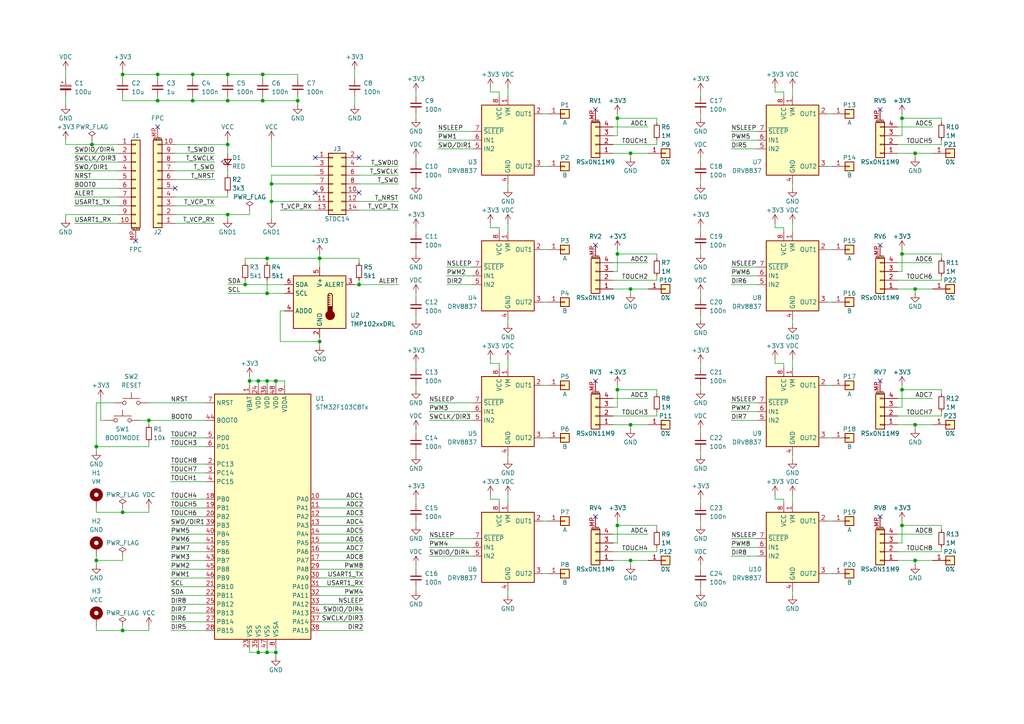
<source format=kicad_sch>
(kicad_sch (version 20211123) (generator eeschema)

  (uuid 47ef7db7-299d-4f78-9abd-30c71fd4cb96)

  (paper "A4")

  

  (junction (at 179.07 113.03) (diameter 0) (color 0 0 0 0)
    (uuid 02e59205-fbfe-4d78-a043-1e22a8d4e85a)
  )
  (junction (at 72.39 110.49) (diameter 0) (color 0 0 0 0)
    (uuid 040aefeb-5635-4043-82f3-760ad7a5c51d)
  )
  (junction (at 182.88 44.45) (diameter 0) (color 0 0 0 0)
    (uuid 047e52b9-47a3-4bb4-923d-4b4e5c62bf84)
  )
  (junction (at 35.56 148.59) (diameter 0) (color 0 0 0 0)
    (uuid 0717ec93-7cce-449f-add0-a847d9befade)
  )
  (junction (at 55.88 21.59) (diameter 0) (color 0 0 0 0)
    (uuid 07184488-0111-4e55-8a0f-0eb8a8747fbd)
  )
  (junction (at 86.36 29.21) (diameter 0) (color 0 0 0 0)
    (uuid 0cd718ea-a0b6-4a33-9b60-19fa926a4ea2)
  )
  (junction (at 265.43 44.45) (diameter 0) (color 0 0 0 0)
    (uuid 182598ad-124e-498d-ae48-2a35bc90c76e)
  )
  (junction (at 182.88 123.19) (diameter 0) (color 0 0 0 0)
    (uuid 18c5de0c-427f-4d08-a346-32dd51058570)
  )
  (junction (at 92.71 74.93) (diameter 0) (color 0 0 0 0)
    (uuid 1c0d8bf8-d782-45c4-875d-267f5d782535)
  )
  (junction (at 92.71 99.06) (diameter 0) (color 0 0 0 0)
    (uuid 1ddf3aa2-3b43-406d-9e15-b4abaec205f0)
  )
  (junction (at 265.43 162.56) (diameter 0) (color 0 0 0 0)
    (uuid 2ac2afdf-88f5-495b-b127-94595d62461e)
  )
  (junction (at 78.74 53.34) (diameter 0) (color 0 0 0 0)
    (uuid 2ba7380b-b8b7-434e-b186-aed53faad144)
  )
  (junction (at 179.07 73.66) (diameter 0) (color 0 0 0 0)
    (uuid 2c6c6d64-f41a-4446-af7a-06b5173677e0)
  )
  (junction (at 76.2 29.21) (diameter 0) (color 0 0 0 0)
    (uuid 39cdc67b-dbae-44f6-bc4b-e7d0856dc8b7)
  )
  (junction (at 45.72 29.21) (diameter 0) (color 0 0 0 0)
    (uuid 3d2bbb8f-def9-487f-b3ae-a50ddde70062)
  )
  (junction (at 179.07 152.4) (diameter 0) (color 0 0 0 0)
    (uuid 3d7098f0-c9c3-43ba-b75e-b46aaadda80b)
  )
  (junction (at 43.18 121.92) (diameter 0) (color 0 0 0 0)
    (uuid 4a4fda81-5a9a-47fa-a57c-dc26a77dc419)
  )
  (junction (at 27.94 162.56) (diameter 0) (color 0 0 0 0)
    (uuid 4c0a640d-2db5-49fd-9937-6e62b097c8a9)
  )
  (junction (at 78.74 58.42) (diameter 0) (color 0 0 0 0)
    (uuid 4ea10aea-c1a9-451b-af60-4ff7ba5e94ab)
  )
  (junction (at 26.67 41.91) (diameter 0) (color 0 0 0 0)
    (uuid 56112619-906c-4726-a93a-ae62dd763a6b)
  )
  (junction (at 35.56 182.88) (diameter 0) (color 0 0 0 0)
    (uuid 5953e592-d6fb-4dc1-b8d1-1f402d990081)
  )
  (junction (at 265.43 83.82) (diameter 0) (color 0 0 0 0)
    (uuid 59908d17-1cfe-4f92-9b23-2a836ce18518)
  )
  (junction (at 265.43 123.19) (diameter 0) (color 0 0 0 0)
    (uuid 5e44b899-786d-415b-ba82-2e852abe6324)
  )
  (junction (at 77.47 74.93) (diameter 0) (color 0 0 0 0)
    (uuid 625ae305-a030-4a28-96e7-c875cb986abd)
  )
  (junction (at 76.2 21.59) (diameter 0) (color 0 0 0 0)
    (uuid 629bf52f-84a2-4021-ab96-4f4da23e8915)
  )
  (junction (at 77.47 85.09) (diameter 0) (color 0 0 0 0)
    (uuid 6bb5d774-a92a-4f35-b29a-f822d143f51c)
  )
  (junction (at 182.88 162.56) (diameter 0) (color 0 0 0 0)
    (uuid 6c79a37c-aa91-4566-920f-18b508b81ff6)
  )
  (junction (at 261.62 152.4) (diameter 0) (color 0 0 0 0)
    (uuid 72cb4957-bb88-4601-a618-0d485190d706)
  )
  (junction (at 77.47 189.23) (diameter 0) (color 0 0 0 0)
    (uuid 83e73f15-af86-4072-895f-fc98ebf82dfd)
  )
  (junction (at 66.04 62.23) (diameter 0) (color 0 0 0 0)
    (uuid 85ba44dc-025d-4529-a4a2-980658f9b532)
  )
  (junction (at 80.01 110.49) (diameter 0) (color 0 0 0 0)
    (uuid 86a980ba-66e5-465b-b69f-8451d386f49f)
  )
  (junction (at 80.01 189.23) (diameter 0) (color 0 0 0 0)
    (uuid 8bc678b2-3aaa-4b86-92e6-787d89ccb432)
  )
  (junction (at 261.62 34.29) (diameter 0) (color 0 0 0 0)
    (uuid 91ac965e-36c6-4ad8-89cc-8e237e2cf015)
  )
  (junction (at 77.47 110.49) (diameter 0) (color 0 0 0 0)
    (uuid 939cfd2e-2173-40b7-8793-3feae710b8e7)
  )
  (junction (at 45.72 21.59) (diameter 0) (color 0 0 0 0)
    (uuid 951c9b82-52bd-44a7-899c-618b0fd2cdbd)
  )
  (junction (at 74.93 189.23) (diameter 0) (color 0 0 0 0)
    (uuid 9bf61b01-309f-4fbd-ab49-188da81ed2f0)
  )
  (junction (at 66.04 29.21) (diameter 0) (color 0 0 0 0)
    (uuid 9de75551-dc21-4d74-92f6-ca850f68ddd4)
  )
  (junction (at 27.94 129.54) (diameter 0) (color 0 0 0 0)
    (uuid a36fac57-7abd-42d1-a69a-d7a111102b68)
  )
  (junction (at 74.93 110.49) (diameter 0) (color 0 0 0 0)
    (uuid aeb9a1ba-93d2-40b6-a24d-53221830b8af)
  )
  (junction (at 179.07 34.29) (diameter 0) (color 0 0 0 0)
    (uuid af750230-80ad-4408-8665-2ccf655688ba)
  )
  (junction (at 35.56 21.59) (diameter 0) (color 0 0 0 0)
    (uuid b1a04391-444e-42e1-b221-a677030b7001)
  )
  (junction (at 104.14 82.55) (diameter 0) (color 0 0 0 0)
    (uuid b77490da-6553-4ad3-ae8e-e053567297d5)
  )
  (junction (at 66.04 21.59) (diameter 0) (color 0 0 0 0)
    (uuid c8c11ba3-d292-4c2a-b335-4751e243ac87)
  )
  (junction (at 261.62 73.66) (diameter 0) (color 0 0 0 0)
    (uuid cf62462b-b03c-4717-b9a4-973e9e7029bf)
  )
  (junction (at 182.88 83.82) (diameter 0) (color 0 0 0 0)
    (uuid d3ca7513-b057-43ab-9135-6ad3b83aec05)
  )
  (junction (at 261.62 113.03) (diameter 0) (color 0 0 0 0)
    (uuid d6bd57ed-240e-4045-bff7-bb762e7eedde)
  )
  (junction (at 71.12 82.55) (diameter 0) (color 0 0 0 0)
    (uuid db9eba7e-2c46-4a94-9dd2-54dc31663dfb)
  )
  (junction (at 66.04 41.91) (diameter 0) (color 0 0 0 0)
    (uuid f9cf06b9-e125-4b12-9844-5427c40c42d6)
  )
  (junction (at 55.88 29.21) (diameter 0) (color 0 0 0 0)
    (uuid ffec608c-ce52-4d2f-a63e-4c104b8d9867)
  )

  (no_connect (at 172.72 71.12) (uuid 0b7d109f-a43a-4fa7-9028-71a64029bfd5))
  (no_connect (at 255.27 110.49) (uuid 12fbcd10-82f6-4fd0-b741-7ede123f579a))
  (no_connect (at 172.72 31.75) (uuid 16d8e933-ed2c-4605-99b9-260ce4282ab8))
  (no_connect (at 172.72 149.86) (uuid 224ef0b3-4ead-43f9-9e33-d6bd5998598d))
  (no_connect (at 50.8 54.61) (uuid 33b0b128-19de-45d9-9560-ef1b16236d87))
  (no_connect (at 255.27 71.12) (uuid 5c7129b1-9ac2-45ef-b267-cfe6c1ffa968))
  (no_connect (at 104.14 45.72) (uuid 63e7d5d4-d982-4ca8-bfb0-362d60a1b992))
  (no_connect (at 172.72 110.49) (uuid 687e39e9-83f4-4f56-87ec-12b1b8100469))
  (no_connect (at 91.44 45.72) (uuid 69ca0115-9b1b-4311-acd6-08bf06471dcc))
  (no_connect (at 39.37 69.85) (uuid 6beddf35-7b3b-44a1-afd0-7cf5129a1892))
  (no_connect (at 91.44 55.88) (uuid 97e26849-fa87-4eb2-b012-103a1985fda5))
  (no_connect (at 45.72 36.83) (uuid acf9123f-49d6-4331-ab9e-b1a6ec6c7c32))
  (no_connect (at 104.14 55.88) (uuid b4c34571-38d5-4f88-b478-4d9e01df4bc7))
  (no_connect (at 255.27 31.75) (uuid c7d250c8-5947-4c17-9142-5787124f9aef))
  (no_connect (at 255.27 149.86) (uuid d2e9a4c9-e019-46dc-b0a2-78243a4e9d13))

  (wire (pts (xy 27.94 162.56) (xy 27.94 163.83))
    (stroke (width 0) (type default) (color 0 0 0 0))
    (uuid 0048ad90-83bc-4d23-b958-9075c404bbb2)
  )
  (wire (pts (xy 92.71 162.56) (xy 105.41 162.56))
    (stroke (width 0) (type default) (color 0 0 0 0))
    (uuid 00a7ba10-1556-4f83-aefd-d97f0c16649a)
  )
  (wire (pts (xy 35.56 21.59) (xy 45.72 21.59))
    (stroke (width 0) (type default) (color 0 0 0 0))
    (uuid 01b31b82-1a41-4cb5-98a7-3fa2f080a861)
  )
  (wire (pts (xy 49.53 165.1) (xy 59.69 165.1))
    (stroke (width 0) (type default) (color 0 0 0 0))
    (uuid 01b826c9-8b44-4a81-9502-60396a5e0b87)
  )
  (wire (pts (xy 26.67 40.64) (xy 26.67 41.91))
    (stroke (width 0) (type default) (color 0 0 0 0))
    (uuid 01cf38c0-c484-4f24-b3a9-b9a3678eb794)
  )
  (wire (pts (xy 21.59 44.45) (xy 34.29 44.45))
    (stroke (width 0) (type default) (color 0 0 0 0))
    (uuid 03f4ea51-16bb-4c12-960b-df05c26c3f15)
  )
  (wire (pts (xy 227.33 27.94) (xy 227.33 26.67))
    (stroke (width 0) (type default) (color 0 0 0 0))
    (uuid 047b2ed8-bb36-4fd1-8bae-29b8548e43d1)
  )
  (wire (pts (xy 190.5 41.91) (xy 190.5 40.64))
    (stroke (width 0) (type default) (color 0 0 0 0))
    (uuid 05f3716b-31b8-46ae-8668-01881d31f1a5)
  )
  (wire (pts (xy 66.04 27.94) (xy 66.04 29.21))
    (stroke (width 0) (type default) (color 0 0 0 0))
    (uuid 061be30a-67db-4872-9608-fa2b87f2ca0f)
  )
  (wire (pts (xy 76.2 27.94) (xy 76.2 29.21))
    (stroke (width 0) (type default) (color 0 0 0 0))
    (uuid 06212692-73e6-494b-af4c-cf3c4ea9d7bf)
  )
  (wire (pts (xy 203.2 45.72) (xy 203.2 46.99))
    (stroke (width 0) (type default) (color 0 0 0 0))
    (uuid 0642f998-4dbd-461d-aee4-adf7d15b1871)
  )
  (wire (pts (xy 76.2 29.21) (xy 86.36 29.21))
    (stroke (width 0) (type default) (color 0 0 0 0))
    (uuid 06833611-1471-4b27-b271-8afabe33edf3)
  )
  (wire (pts (xy 129.54 82.55) (xy 137.16 82.55))
    (stroke (width 0) (type default) (color 0 0 0 0))
    (uuid 0835a9e3-3602-4ae6-8f23-6d695dc7d6de)
  )
  (wire (pts (xy 49.53 139.7) (xy 59.69 139.7))
    (stroke (width 0) (type default) (color 0 0 0 0))
    (uuid 0924b74a-401c-41bb-b0eb-18306fa3ac23)
  )
  (wire (pts (xy 157.48 151.13) (xy 158.75 151.13))
    (stroke (width 0) (type default) (color 0 0 0 0))
    (uuid 09e71239-6acf-49c6-9378-8ed8f3fe16a5)
  )
  (wire (pts (xy 212.09 119.38) (xy 219.71 119.38))
    (stroke (width 0) (type default) (color 0 0 0 0))
    (uuid 0a1250b4-7247-494d-8d7f-903a2823ee60)
  )
  (wire (pts (xy 212.09 116.84) (xy 219.71 116.84))
    (stroke (width 0) (type default) (color 0 0 0 0))
    (uuid 0a8b0b33-d4fa-461e-b64d-cb0ba4430e1e)
  )
  (wire (pts (xy 177.8 120.65) (xy 190.5 120.65))
    (stroke (width 0) (type default) (color 0 0 0 0))
    (uuid 0c1d8c0a-3958-4e88-8555-b5897c113d75)
  )
  (wire (pts (xy 203.2 144.78) (xy 203.2 146.05))
    (stroke (width 0) (type default) (color 0 0 0 0))
    (uuid 0c739466-7331-49b2-a318-41408d2da4e9)
  )
  (wire (pts (xy 66.04 49.53) (xy 66.04 50.8))
    (stroke (width 0) (type default) (color 0 0 0 0))
    (uuid 0d66dd5b-1212-4145-8bc1-ce5600f6789d)
  )
  (wire (pts (xy 124.46 116.84) (xy 137.16 116.84))
    (stroke (width 0) (type default) (color 0 0 0 0))
    (uuid 0e72ab71-a474-486c-b964-479316ca58f6)
  )
  (wire (pts (xy 229.87 25.4) (xy 229.87 27.94))
    (stroke (width 0) (type default) (color 0 0 0 0))
    (uuid 103dd90b-962b-4699-a4af-a7791959d066)
  )
  (wire (pts (xy 72.39 62.23) (xy 72.39 60.96))
    (stroke (width 0) (type default) (color 0 0 0 0))
    (uuid 105480f3-f8ae-4ffd-9ec2-e72240407681)
  )
  (wire (pts (xy 50.8 57.15) (xy 66.04 57.15))
    (stroke (width 0) (type default) (color 0 0 0 0))
    (uuid 10830687-791d-42a2-a4af-08e2cf7a5da3)
  )
  (wire (pts (xy 92.71 147.32) (xy 105.41 147.32))
    (stroke (width 0) (type default) (color 0 0 0 0))
    (uuid 1112ac3a-2b1f-429b-9faa-f5a4a1f5eb54)
  )
  (wire (pts (xy 182.88 123.19) (xy 187.96 123.19))
    (stroke (width 0) (type default) (color 0 0 0 0))
    (uuid 136a25f9-77ff-4035-abf6-43d7fc80424f)
  )
  (wire (pts (xy 35.56 182.88) (xy 43.18 182.88))
    (stroke (width 0) (type default) (color 0 0 0 0))
    (uuid 144b3945-a458-4e1e-8503-bb28ec640dc4)
  )
  (wire (pts (xy 21.59 59.69) (xy 34.29 59.69))
    (stroke (width 0) (type default) (color 0 0 0 0))
    (uuid 15424ec7-6341-471d-8941-324b01edace1)
  )
  (wire (pts (xy 240.03 48.26) (xy 241.3 48.26))
    (stroke (width 0) (type default) (color 0 0 0 0))
    (uuid 16570834-6d76-43f7-8483-735babe30945)
  )
  (wire (pts (xy 19.05 62.23) (xy 34.29 62.23))
    (stroke (width 0) (type default) (color 0 0 0 0))
    (uuid 18477cf2-6b44-4d08-b52a-8c79d3767a7b)
  )
  (wire (pts (xy 212.09 158.75) (xy 219.71 158.75))
    (stroke (width 0) (type default) (color 0 0 0 0))
    (uuid 184b030d-09c4-4a88-8508-2e7021ac86cc)
  )
  (wire (pts (xy 190.5 152.4) (xy 179.07 152.4))
    (stroke (width 0) (type default) (color 0 0 0 0))
    (uuid 18c32a71-ffb5-45da-b5ba-0f37219aee7a)
  )
  (wire (pts (xy 224.79 144.78) (xy 224.79 143.51))
    (stroke (width 0) (type default) (color 0 0 0 0))
    (uuid 1b06fe50-7a6e-48b3-b41f-b2f998057ccf)
  )
  (wire (pts (xy 261.62 111.76) (xy 261.62 113.03))
    (stroke (width 0) (type default) (color 0 0 0 0))
    (uuid 1c173dd5-706b-45d3-876d-e1eb352a83dc)
  )
  (wire (pts (xy 273.05 35.56) (xy 273.05 34.29))
    (stroke (width 0) (type default) (color 0 0 0 0))
    (uuid 1cc12b88-b225-46ca-8f1d-cc7393951f9e)
  )
  (wire (pts (xy 81.28 90.17) (xy 81.28 99.06))
    (stroke (width 0) (type default) (color 0 0 0 0))
    (uuid 1ee632e0-0613-4c3f-a796-49699c2fbe45)
  )
  (wire (pts (xy 27.94 161.29) (xy 27.94 162.56))
    (stroke (width 0) (type default) (color 0 0 0 0))
    (uuid 2036c825-4f95-4759-ba77-465d489ddb56)
  )
  (wire (pts (xy 177.8 160.02) (xy 190.5 160.02))
    (stroke (width 0) (type default) (color 0 0 0 0))
    (uuid 20a46144-b55b-4f54-816e-21fe4ed816bd)
  )
  (wire (pts (xy 227.33 26.67) (xy 224.79 26.67))
    (stroke (width 0) (type default) (color 0 0 0 0))
    (uuid 2128cf3a-8399-434d-a89b-a781794813dd)
  )
  (wire (pts (xy 76.2 21.59) (xy 86.36 21.59))
    (stroke (width 0) (type default) (color 0 0 0 0))
    (uuid 2434cc48-e2e8-4d71-a181-3cafdb7c62d7)
  )
  (wire (pts (xy 261.62 113.03) (xy 261.62 118.11))
    (stroke (width 0) (type default) (color 0 0 0 0))
    (uuid 2483aa9a-eac4-45e1-af08-a1262cd7ded9)
  )
  (wire (pts (xy 19.05 20.32) (xy 19.05 22.86))
    (stroke (width 0) (type default) (color 0 0 0 0))
    (uuid 24ec5f5b-87fa-4940-ac7e-5faf5a8a70f3)
  )
  (wire (pts (xy 179.07 157.48) (xy 177.8 157.48))
    (stroke (width 0) (type default) (color 0 0 0 0))
    (uuid 24f9a29d-4a1c-4f06-905a-9f19cf256ecf)
  )
  (wire (pts (xy 77.47 110.49) (xy 77.47 111.76))
    (stroke (width 0) (type default) (color 0 0 0 0))
    (uuid 2648eafd-6e5f-4004-9095-ac7a69dc4fad)
  )
  (wire (pts (xy 50.8 59.69) (xy 62.23 59.69))
    (stroke (width 0) (type default) (color 0 0 0 0))
    (uuid 2849b9d7-06b0-49fa-aa5b-431d58f67167)
  )
  (wire (pts (xy 260.35 41.91) (xy 273.05 41.91))
    (stroke (width 0) (type default) (color 0 0 0 0))
    (uuid 28b9d47c-e561-47de-9f6b-f04112f4c538)
  )
  (wire (pts (xy 120.65 45.72) (xy 120.65 46.99))
    (stroke (width 0) (type default) (color 0 0 0 0))
    (uuid 298e2db9-735e-4aae-af3b-9f95de65ed37)
  )
  (wire (pts (xy 71.12 81.28) (xy 71.12 82.55))
    (stroke (width 0) (type default) (color 0 0 0 0))
    (uuid 2abae203-dc9d-479d-ada9-196cefe41364)
  )
  (wire (pts (xy 260.35 120.65) (xy 273.05 120.65))
    (stroke (width 0) (type default) (color 0 0 0 0))
    (uuid 2b079a5e-f2f5-4fbc-8faa-1732830727de)
  )
  (wire (pts (xy 273.05 153.67) (xy 273.05 152.4))
    (stroke (width 0) (type default) (color 0 0 0 0))
    (uuid 2b09ca19-6159-4608-8244-237105506344)
  )
  (wire (pts (xy 40.64 121.92) (xy 43.18 121.92))
    (stroke (width 0) (type default) (color 0 0 0 0))
    (uuid 2de32d0a-606d-4766-a320-890b31d959a5)
  )
  (wire (pts (xy 80.01 187.96) (xy 80.01 189.23))
    (stroke (width 0) (type default) (color 0 0 0 0))
    (uuid 2eaf0a90-188f-4fc5-8bbd-a9aac8cc5696)
  )
  (wire (pts (xy 120.65 91.44) (xy 120.65 92.71))
    (stroke (width 0) (type default) (color 0 0 0 0))
    (uuid 2eb5e1b2-de6a-4e80-b372-a8a2eac0cac3)
  )
  (wire (pts (xy 120.65 33.02) (xy 120.65 34.29))
    (stroke (width 0) (type default) (color 0 0 0 0))
    (uuid 2f3f5414-49f8-4f97-aa06-97a77be350bb)
  )
  (wire (pts (xy 203.2 52.07) (xy 203.2 53.34))
    (stroke (width 0) (type default) (color 0 0 0 0))
    (uuid 305ea620-32d6-4abe-a54f-dcbf031478f6)
  )
  (wire (pts (xy 27.94 129.54) (xy 43.18 129.54))
    (stroke (width 0) (type default) (color 0 0 0 0))
    (uuid 31057839-6190-4f01-a3ad-9db86dc7d2ae)
  )
  (wire (pts (xy 260.35 76.2) (xy 270.51 76.2))
    (stroke (width 0) (type default) (color 0 0 0 0))
    (uuid 3115583a-4e79-4e6a-bcfe-511b12b82592)
  )
  (wire (pts (xy 124.46 119.38) (xy 137.16 119.38))
    (stroke (width 0) (type default) (color 0 0 0 0))
    (uuid 317bc14e-7bc4-42de-89d5-298f4909c6b1)
  )
  (wire (pts (xy 92.71 182.88) (xy 105.41 182.88))
    (stroke (width 0) (type default) (color 0 0 0 0))
    (uuid 3259096f-6ae6-45bf-88e3-ebc10e53a7c9)
  )
  (wire (pts (xy 49.53 162.56) (xy 59.69 162.56))
    (stroke (width 0) (type default) (color 0 0 0 0))
    (uuid 3286184f-8a70-4b98-bcfe-1fad9f2663de)
  )
  (wire (pts (xy 92.71 144.78) (xy 105.41 144.78))
    (stroke (width 0) (type default) (color 0 0 0 0))
    (uuid 343a4045-4691-4ea7-b90f-88f6446595e2)
  )
  (wire (pts (xy 203.2 130.81) (xy 203.2 132.08))
    (stroke (width 0) (type default) (color 0 0 0 0))
    (uuid 35357af0-0fbd-4687-9288-b0be0ef85c40)
  )
  (wire (pts (xy 157.48 127) (xy 158.75 127))
    (stroke (width 0) (type default) (color 0 0 0 0))
    (uuid 3546a8d6-112f-400f-9954-2b5423ae0754)
  )
  (wire (pts (xy 49.53 160.02) (xy 59.69 160.02))
    (stroke (width 0) (type default) (color 0 0 0 0))
    (uuid 3561c945-ba86-4519-9a82-0cfe1e607ecf)
  )
  (wire (pts (xy 29.21 121.92) (xy 30.48 121.92))
    (stroke (width 0) (type default) (color 0 0 0 0))
    (uuid 361b7cad-adb7-41c1-b169-d0641309939e)
  )
  (wire (pts (xy 86.36 27.94) (xy 86.36 29.21))
    (stroke (width 0) (type default) (color 0 0 0 0))
    (uuid 3666ceed-0ddb-4136-9bb1-1cdf5100b893)
  )
  (wire (pts (xy 229.87 92.71) (xy 229.87 93.98))
    (stroke (width 0) (type default) (color 0 0 0 0))
    (uuid 36de211c-edef-47b2-bbe0-06c7f2ced8cf)
  )
  (wire (pts (xy 74.93 189.23) (xy 77.47 189.23))
    (stroke (width 0) (type default) (color 0 0 0 0))
    (uuid 37688c72-1d35-414d-aba3-13220f03c0dc)
  )
  (wire (pts (xy 92.71 149.86) (xy 105.41 149.86))
    (stroke (width 0) (type default) (color 0 0 0 0))
    (uuid 37bb9520-10c6-44ec-99a9-2b6abbcb446b)
  )
  (wire (pts (xy 129.54 77.47) (xy 137.16 77.47))
    (stroke (width 0) (type default) (color 0 0 0 0))
    (uuid 38baaa32-e0d7-4a6f-9e6d-4b876be2651f)
  )
  (wire (pts (xy 21.59 49.53) (xy 34.29 49.53))
    (stroke (width 0) (type default) (color 0 0 0 0))
    (uuid 39000122-f575-4498-a91b-b1ff8888fcb8)
  )
  (wire (pts (xy 120.65 72.39) (xy 120.65 73.66))
    (stroke (width 0) (type default) (color 0 0 0 0))
    (uuid 3abaa11b-ed2b-43b6-8ff7-76a543cef6f5)
  )
  (wire (pts (xy 260.35 162.56) (xy 265.43 162.56))
    (stroke (width 0) (type default) (color 0 0 0 0))
    (uuid 3cdf7881-13a2-4ea6-b523-16e65009cc71)
  )
  (wire (pts (xy 261.62 73.66) (xy 261.62 78.74))
    (stroke (width 0) (type default) (color 0 0 0 0))
    (uuid 3d10fc0c-df55-49c2-978d-d254a24308fa)
  )
  (wire (pts (xy 102.87 20.32) (xy 102.87 22.86))
    (stroke (width 0) (type default) (color 0 0 0 0))
    (uuid 3da7dec0-c121-441f-b375-9c725f798b72)
  )
  (wire (pts (xy 273.05 81.28) (xy 273.05 80.01))
    (stroke (width 0) (type default) (color 0 0 0 0))
    (uuid 3dd4ad2a-51a5-4535-a62c-1a1a59b7438a)
  )
  (wire (pts (xy 92.71 74.93) (xy 92.71 77.47))
    (stroke (width 0) (type default) (color 0 0 0 0))
    (uuid 3f8c77b9-36ea-4808-a082-e726d5a8140e)
  )
  (wire (pts (xy 92.71 167.64) (xy 105.41 167.64))
    (stroke (width 0) (type default) (color 0 0 0 0))
    (uuid 3fc622ff-6430-4de5-a1b2-85d68778dc2f)
  )
  (wire (pts (xy 179.07 33.02) (xy 179.07 34.29))
    (stroke (width 0) (type default) (color 0 0 0 0))
    (uuid 3fefd4ec-9ffb-4bc9-93a6-3d40b8db6e22)
  )
  (wire (pts (xy 224.79 26.67) (xy 224.79 25.4))
    (stroke (width 0) (type default) (color 0 0 0 0))
    (uuid 40089413-4c86-40d3-b144-14394430a3ed)
  )
  (wire (pts (xy 80.01 189.23) (xy 80.01 190.5))
    (stroke (width 0) (type default) (color 0 0 0 0))
    (uuid 401d4367-61bf-4fbc-bada-b9542db0119b)
  )
  (wire (pts (xy 91.44 48.26) (xy 78.74 48.26))
    (stroke (width 0) (type default) (color 0 0 0 0))
    (uuid 40d362d9-8ea2-41ae-bfce-c399f8ccea2d)
  )
  (wire (pts (xy 203.2 33.02) (xy 203.2 34.29))
    (stroke (width 0) (type default) (color 0 0 0 0))
    (uuid 40eadd84-3c7f-4975-b1eb-04097a72602c)
  )
  (wire (pts (xy 203.2 124.46) (xy 203.2 125.73))
    (stroke (width 0) (type default) (color 0 0 0 0))
    (uuid 416f81ec-9c28-461a-a36e-fa70f7dee20c)
  )
  (wire (pts (xy 144.78 66.04) (xy 142.24 66.04))
    (stroke (width 0) (type default) (color 0 0 0 0))
    (uuid 417a0328-ea24-4c0a-8b8c-bb597a795170)
  )
  (wire (pts (xy 142.24 144.78) (xy 142.24 143.51))
    (stroke (width 0) (type default) (color 0 0 0 0))
    (uuid 41d2ceeb-a7e6-44fc-bf55-f3bb4d04b052)
  )
  (wire (pts (xy 102.87 82.55) (xy 104.14 82.55))
    (stroke (width 0) (type default) (color 0 0 0 0))
    (uuid 42b41050-bb9f-471a-a005-610e4f18d7de)
  )
  (wire (pts (xy 147.32 64.77) (xy 147.32 67.31))
    (stroke (width 0) (type default) (color 0 0 0 0))
    (uuid 43be1260-a8bd-417e-b504-b2b83b27ed06)
  )
  (wire (pts (xy 203.2 26.67) (xy 203.2 27.94))
    (stroke (width 0) (type default) (color 0 0 0 0))
    (uuid 43fc202f-f746-490f-934b-108f80c57c74)
  )
  (wire (pts (xy 127 38.1) (xy 137.16 38.1))
    (stroke (width 0) (type default) (color 0 0 0 0))
    (uuid 454d4e49-4970-4c7e-b9b5-d0c41b61b1ab)
  )
  (wire (pts (xy 104.14 50.8) (xy 115.57 50.8))
    (stroke (width 0) (type default) (color 0 0 0 0))
    (uuid 45b35df2-28bc-4c46-a20e-536740edf78c)
  )
  (wire (pts (xy 273.05 74.93) (xy 273.05 73.66))
    (stroke (width 0) (type default) (color 0 0 0 0))
    (uuid 47161acf-abd8-45b8-b533-2028ffa498ce)
  )
  (wire (pts (xy 190.5 34.29) (xy 179.07 34.29))
    (stroke (width 0) (type default) (color 0 0 0 0))
    (uuid 47a39c59-deca-456c-8de4-a1d78fc3f65f)
  )
  (wire (pts (xy 227.33 144.78) (xy 224.79 144.78))
    (stroke (width 0) (type default) (color 0 0 0 0))
    (uuid 48ae2a3c-23ca-4374-91fc-02e35e1ccf1e)
  )
  (wire (pts (xy 260.35 36.83) (xy 270.51 36.83))
    (stroke (width 0) (type default) (color 0 0 0 0))
    (uuid 48d7735b-fbd6-4523-8907-d23024458151)
  )
  (wire (pts (xy 92.71 152.4) (xy 105.41 152.4))
    (stroke (width 0) (type default) (color 0 0 0 0))
    (uuid 493f0068-37c5-4744-b9b0-b2b9ad9ebea8)
  )
  (wire (pts (xy 120.65 111.76) (xy 120.65 113.03))
    (stroke (width 0) (type default) (color 0 0 0 0))
    (uuid 4b11054d-0177-4bb2-80c4-7694eadb1acf)
  )
  (wire (pts (xy 45.72 29.21) (xy 55.88 29.21))
    (stroke (width 0) (type default) (color 0 0 0 0))
    (uuid 4b72cc0c-3552-4aaf-b9f6-c29d4053f08f)
  )
  (wire (pts (xy 21.59 64.77) (xy 34.29 64.77))
    (stroke (width 0) (type default) (color 0 0 0 0))
    (uuid 4bbd0715-c8ec-44f7-911f-7b779b7e950f)
  )
  (wire (pts (xy 182.88 83.82) (xy 187.96 83.82))
    (stroke (width 0) (type default) (color 0 0 0 0))
    (uuid 4deb6a48-05ed-4698-ab47-a9eaa631b0b0)
  )
  (wire (pts (xy 212.09 77.47) (xy 219.71 77.47))
    (stroke (width 0) (type default) (color 0 0 0 0))
    (uuid 4ffc1741-2134-41a7-9cc6-deee0ed2f617)
  )
  (wire (pts (xy 104.14 53.34) (xy 115.57 53.34))
    (stroke (width 0) (type default) (color 0 0 0 0))
    (uuid 5029124e-dd1b-4290-aca0-7036bbc3b4d2)
  )
  (wire (pts (xy 120.65 105.41) (xy 120.65 106.68))
    (stroke (width 0) (type default) (color 0 0 0 0))
    (uuid 509c4c26-debb-49a4-9819-3f18cddc1b36)
  )
  (wire (pts (xy 265.43 123.19) (xy 270.51 123.19))
    (stroke (width 0) (type default) (color 0 0 0 0))
    (uuid 50f91485-8c02-4c93-aa55-ac0e8825a860)
  )
  (wire (pts (xy 120.65 151.13) (xy 120.65 152.4))
    (stroke (width 0) (type default) (color 0 0 0 0))
    (uuid 5138c3e6-3d29-4b98-bdd8-58cfd0515b57)
  )
  (wire (pts (xy 82.55 111.76) (xy 82.55 110.49))
    (stroke (width 0) (type default) (color 0 0 0 0))
    (uuid 51dd7b7d-5eda-4e12-9c37-480c9f5fad13)
  )
  (wire (pts (xy 66.04 82.55) (xy 71.12 82.55))
    (stroke (width 0) (type default) (color 0 0 0 0))
    (uuid 521bbf3c-1575-4526-9a24-dfd6b2c7e1b8)
  )
  (wire (pts (xy 49.53 157.48) (xy 59.69 157.48))
    (stroke (width 0) (type default) (color 0 0 0 0))
    (uuid 5394d6bf-07a1-4c64-b45f-ab6618d4524b)
  )
  (wire (pts (xy 72.39 110.49) (xy 74.93 110.49))
    (stroke (width 0) (type default) (color 0 0 0 0))
    (uuid 54784272-d671-432e-b766-91082b058b18)
  )
  (wire (pts (xy 177.8 76.2) (xy 187.96 76.2))
    (stroke (width 0) (type default) (color 0 0 0 0))
    (uuid 54bacf47-310e-4a91-85b0-c4f67038ec59)
  )
  (wire (pts (xy 273.05 160.02) (xy 273.05 158.75))
    (stroke (width 0) (type default) (color 0 0 0 0))
    (uuid 54f2b024-ae9d-4a4e-b686-2f010f4fba39)
  )
  (wire (pts (xy 265.43 83.82) (xy 270.51 83.82))
    (stroke (width 0) (type default) (color 0 0 0 0))
    (uuid 55f6b037-f576-4b0f-a2a9-fdfaa019ff98)
  )
  (wire (pts (xy 190.5 73.66) (xy 179.07 73.66))
    (stroke (width 0) (type default) (color 0 0 0 0))
    (uuid 565ae076-6e70-4ba9-8be9-92eb4887ad27)
  )
  (wire (pts (xy 203.2 66.04) (xy 203.2 67.31))
    (stroke (width 0) (type default) (color 0 0 0 0))
    (uuid 56f9e8bc-9740-4572-8007-79583ef90ca0)
  )
  (wire (pts (xy 19.05 40.64) (xy 19.05 41.91))
    (stroke (width 0) (type default) (color 0 0 0 0))
    (uuid 5b039e59-f332-489a-94ce-25f58b432a02)
  )
  (wire (pts (xy 203.2 85.09) (xy 203.2 86.36))
    (stroke (width 0) (type default) (color 0 0 0 0))
    (uuid 5be17520-46da-4400-b149-7faa88afba9a)
  )
  (wire (pts (xy 273.05 41.91) (xy 273.05 40.64))
    (stroke (width 0) (type default) (color 0 0 0 0))
    (uuid 5c535c47-be3d-4791-9017-b297099a5f10)
  )
  (wire (pts (xy 27.94 181.61) (xy 27.94 182.88))
    (stroke (width 0) (type default) (color 0 0 0 0))
    (uuid 5c8a274f-4176-4d38-905e-3d95d43e8de2)
  )
  (wire (pts (xy 261.62 151.13) (xy 261.62 152.4))
    (stroke (width 0) (type default) (color 0 0 0 0))
    (uuid 5cdf5880-bd70-47a7-b575-e1e140855607)
  )
  (wire (pts (xy 273.05 113.03) (xy 261.62 113.03))
    (stroke (width 0) (type default) (color 0 0 0 0))
    (uuid 5e015c11-beac-4cb8-b707-a0f88bb03d65)
  )
  (wire (pts (xy 26.67 41.91) (xy 34.29 41.91))
    (stroke (width 0) (type default) (color 0 0 0 0))
    (uuid 5e4a7503-d9d4-4413-8047-a100289772d3)
  )
  (wire (pts (xy 147.32 132.08) (xy 147.32 133.35))
    (stroke (width 0) (type default) (color 0 0 0 0))
    (uuid 5e6bf736-d6a1-4f72-b0ed-0489d0b7367e)
  )
  (wire (pts (xy 127 40.64) (xy 137.16 40.64))
    (stroke (width 0) (type default) (color 0 0 0 0))
    (uuid 5e835f1e-8cc0-489f-bf95-c8a17cf3848f)
  )
  (wire (pts (xy 179.07 34.29) (xy 179.07 39.37))
    (stroke (width 0) (type default) (color 0 0 0 0))
    (uuid 5f5189a0-741e-4d99-9d4a-2af582e985aa)
  )
  (wire (pts (xy 49.53 129.54) (xy 59.69 129.54))
    (stroke (width 0) (type default) (color 0 0 0 0))
    (uuid 5f69a346-f60a-401e-bb0e-4165e28bad46)
  )
  (wire (pts (xy 55.88 29.21) (xy 66.04 29.21))
    (stroke (width 0) (type default) (color 0 0 0 0))
    (uuid 5fae56fc-4188-478c-be4f-680ddf84875b)
  )
  (wire (pts (xy 265.43 162.56) (xy 265.43 163.83))
    (stroke (width 0) (type default) (color 0 0 0 0))
    (uuid 5fbd08ad-6835-46c4-b4e5-8807082732c3)
  )
  (wire (pts (xy 120.65 124.46) (xy 120.65 125.73))
    (stroke (width 0) (type default) (color 0 0 0 0))
    (uuid 60ad0e44-7685-4e5a-b725-0aaad5b4d158)
  )
  (wire (pts (xy 147.32 53.34) (xy 147.32 54.61))
    (stroke (width 0) (type default) (color 0 0 0 0))
    (uuid 60eddfc0-545d-4417-af58-6fa1074350f8)
  )
  (wire (pts (xy 260.35 44.45) (xy 265.43 44.45))
    (stroke (width 0) (type default) (color 0 0 0 0))
    (uuid 61841c46-0617-4a84-baaa-8f7d03230aee)
  )
  (wire (pts (xy 260.35 154.94) (xy 270.51 154.94))
    (stroke (width 0) (type default) (color 0 0 0 0))
    (uuid 62005cc7-7c6a-492b-9f40-894fd7db4867)
  )
  (wire (pts (xy 212.09 38.1) (xy 219.71 38.1))
    (stroke (width 0) (type default) (color 0 0 0 0))
    (uuid 62c0ec4a-997c-4b14-b4a4-1459b2134ede)
  )
  (wire (pts (xy 144.78 26.67) (xy 142.24 26.67))
    (stroke (width 0) (type default) (color 0 0 0 0))
    (uuid 634843d1-75ba-4dfc-8cc1-58295686b9aa)
  )
  (wire (pts (xy 49.53 180.34) (xy 59.69 180.34))
    (stroke (width 0) (type default) (color 0 0 0 0))
    (uuid 6353721d-1528-4104-a3ea-b0a8c17a5b20)
  )
  (wire (pts (xy 229.87 104.14) (xy 229.87 106.68))
    (stroke (width 0) (type default) (color 0 0 0 0))
    (uuid 639b6b33-8c5c-46ca-94a2-7c82d5516774)
  )
  (wire (pts (xy 104.14 81.28) (xy 104.14 82.55))
    (stroke (width 0) (type default) (color 0 0 0 0))
    (uuid 63c7ba01-7c00-402f-aa26-00208a12574e)
  )
  (wire (pts (xy 49.53 167.64) (xy 59.69 167.64))
    (stroke (width 0) (type default) (color 0 0 0 0))
    (uuid 645b8011-f752-47c8-a87b-c271359ca101)
  )
  (wire (pts (xy 147.32 171.45) (xy 147.32 172.72))
    (stroke (width 0) (type default) (color 0 0 0 0))
    (uuid 648a9422-944a-43a2-bd7e-66fd30f60d39)
  )
  (wire (pts (xy 190.5 160.02) (xy 190.5 158.75))
    (stroke (width 0) (type default) (color 0 0 0 0))
    (uuid 64ce4e1f-05b3-43b8-982b-9d944f47b8b4)
  )
  (wire (pts (xy 49.53 149.86) (xy 59.69 149.86))
    (stroke (width 0) (type default) (color 0 0 0 0))
    (uuid 6510fe75-0434-47d7-96d8-d5e8019c916b)
  )
  (wire (pts (xy 227.33 105.41) (xy 224.79 105.41))
    (stroke (width 0) (type default) (color 0 0 0 0))
    (uuid 656851a2-3079-4140-80c1-0f4d47e4d9fc)
  )
  (wire (pts (xy 261.62 118.11) (xy 260.35 118.11))
    (stroke (width 0) (type default) (color 0 0 0 0))
    (uuid 660c1dae-e588-4dd6-807c-571e6e5c9c30)
  )
  (wire (pts (xy 240.03 33.02) (xy 241.3 33.02))
    (stroke (width 0) (type default) (color 0 0 0 0))
    (uuid 660dca4e-50ff-499b-9896-9366c05bb749)
  )
  (wire (pts (xy 190.5 153.67) (xy 190.5 152.4))
    (stroke (width 0) (type default) (color 0 0 0 0))
    (uuid 66e65528-d01e-411c-8d6a-aba04f6ecd5a)
  )
  (wire (pts (xy 260.35 81.28) (xy 273.05 81.28))
    (stroke (width 0) (type default) (color 0 0 0 0))
    (uuid 67da0e54-bfb2-4456-ae2b-ab2bd99592b4)
  )
  (wire (pts (xy 43.18 121.92) (xy 59.69 121.92))
    (stroke (width 0) (type default) (color 0 0 0 0))
    (uuid 6833933d-53c3-4bdf-9156-5d84b7c96577)
  )
  (wire (pts (xy 229.87 64.77) (xy 229.87 67.31))
    (stroke (width 0) (type default) (color 0 0 0 0))
    (uuid 6841311b-0f17-44f4-8d15-e5f67d6219ac)
  )
  (wire (pts (xy 49.53 182.88) (xy 59.69 182.88))
    (stroke (width 0) (type default) (color 0 0 0 0))
    (uuid 685f2694-feea-4bad-8105-bc3449cd9342)
  )
  (wire (pts (xy 260.35 115.57) (xy 270.51 115.57))
    (stroke (width 0) (type default) (color 0 0 0 0))
    (uuid 68ff2b6f-2393-4872-8aeb-6cd3821b3a05)
  )
  (wire (pts (xy 19.05 41.91) (xy 26.67 41.91))
    (stroke (width 0) (type default) (color 0 0 0 0))
    (uuid 6921b631-7bbd-4688-9160-2f698aa4926a)
  )
  (wire (pts (xy 66.04 85.09) (xy 77.47 85.09))
    (stroke (width 0) (type default) (color 0 0 0 0))
    (uuid 698d710a-f45d-4546-9fa6-1021c213f5a8)
  )
  (wire (pts (xy 229.87 53.34) (xy 229.87 54.61))
    (stroke (width 0) (type default) (color 0 0 0 0))
    (uuid 6a2289ca-e6fd-4585-bf4f-6f33903f8084)
  )
  (wire (pts (xy 43.18 182.88) (xy 43.18 181.61))
    (stroke (width 0) (type default) (color 0 0 0 0))
    (uuid 6a473bbf-4a7c-4927-9272-118ec8243468)
  )
  (wire (pts (xy 66.04 57.15) (xy 66.04 55.88))
    (stroke (width 0) (type default) (color 0 0 0 0))
    (uuid 6a6ac8e0-00af-4517-b028-d1969a120e48)
  )
  (wire (pts (xy 177.8 123.19) (xy 182.88 123.19))
    (stroke (width 0) (type default) (color 0 0 0 0))
    (uuid 6bd201ad-97db-4305-a188-e4202a988cdf)
  )
  (wire (pts (xy 66.04 21.59) (xy 66.04 22.86))
    (stroke (width 0) (type default) (color 0 0 0 0))
    (uuid 6cc492c8-1cce-4c93-b91a-715f11802443)
  )
  (wire (pts (xy 50.8 46.99) (xy 62.23 46.99))
    (stroke (width 0) (type default) (color 0 0 0 0))
    (uuid 6d4ccfb4-e9e7-4b55-b19a-f54876844414)
  )
  (wire (pts (xy 50.8 64.77) (xy 62.23 64.77))
    (stroke (width 0) (type default) (color 0 0 0 0))
    (uuid 6e305e69-99da-4488-bd63-c8e41bfd9231)
  )
  (wire (pts (xy 157.48 111.76) (xy 158.75 111.76))
    (stroke (width 0) (type default) (color 0 0 0 0))
    (uuid 70626516-e7b0-4b1b-b67e-644d244fb8ff)
  )
  (wire (pts (xy 35.56 181.61) (xy 35.56 182.88))
    (stroke (width 0) (type default) (color 0 0 0 0))
    (uuid 70aa1851-607f-409d-8247-c528d4ab34ed)
  )
  (wire (pts (xy 21.59 46.99) (xy 34.29 46.99))
    (stroke (width 0) (type default) (color 0 0 0 0))
    (uuid 734ec859-d7a4-4ec0-9528-cadc276502be)
  )
  (wire (pts (xy 261.62 34.29) (xy 261.62 39.37))
    (stroke (width 0) (type default) (color 0 0 0 0))
    (uuid 73a625af-b6ab-4e92-9fe3-42fd95d82560)
  )
  (wire (pts (xy 227.33 106.68) (xy 227.33 105.41))
    (stroke (width 0) (type default) (color 0 0 0 0))
    (uuid 73b3b743-0656-4bb9-8687-bcb8dd1a0cc1)
  )
  (wire (pts (xy 27.94 116.84) (xy 33.02 116.84))
    (stroke (width 0) (type default) (color 0 0 0 0))
    (uuid 743bd7c2-6a51-4d62-a143-d253e0b3c51c)
  )
  (wire (pts (xy 203.2 105.41) (xy 203.2 106.68))
    (stroke (width 0) (type default) (color 0 0 0 0))
    (uuid 75ab5aa5-d35c-4bc4-bb89-6383848e253e)
  )
  (wire (pts (xy 27.94 147.32) (xy 27.94 148.59))
    (stroke (width 0) (type default) (color 0 0 0 0))
    (uuid 762b678a-d505-489c-bd93-8c3bfacefc94)
  )
  (wire (pts (xy 273.05 120.65) (xy 273.05 119.38))
    (stroke (width 0) (type default) (color 0 0 0 0))
    (uuid 7898f7e4-147c-4d53-9b31-6b8683d3b7c8)
  )
  (wire (pts (xy 80.01 110.49) (xy 80.01 111.76))
    (stroke (width 0) (type default) (color 0 0 0 0))
    (uuid 7ab6beae-b7a2-484b-a598-eb789154dade)
  )
  (wire (pts (xy 212.09 156.21) (xy 219.71 156.21))
    (stroke (width 0) (type default) (color 0 0 0 0))
    (uuid 7b25ac77-2a6e-4c6b-97bb-61564aa57531)
  )
  (wire (pts (xy 49.53 170.18) (xy 59.69 170.18))
    (stroke (width 0) (type default) (color 0 0 0 0))
    (uuid 7bbcc58b-aa78-459a-a208-6ae8737d1deb)
  )
  (wire (pts (xy 77.47 110.49) (xy 80.01 110.49))
    (stroke (width 0) (type default) (color 0 0 0 0))
    (uuid 7bf4308e-f756-4772-b742-40294becee4f)
  )
  (wire (pts (xy 177.8 44.45) (xy 182.88 44.45))
    (stroke (width 0) (type default) (color 0 0 0 0))
    (uuid 7bf52984-ece9-4d55-8153-3ae1c743a1f2)
  )
  (wire (pts (xy 55.88 21.59) (xy 55.88 22.86))
    (stroke (width 0) (type default) (color 0 0 0 0))
    (uuid 7c05c1ff-7a74-406e-b643-dd3ee16a7084)
  )
  (wire (pts (xy 49.53 154.94) (xy 59.69 154.94))
    (stroke (width 0) (type default) (color 0 0 0 0))
    (uuid 7c172100-db93-4c36-880e-f3c36b4d51a5)
  )
  (wire (pts (xy 227.33 146.05) (xy 227.33 144.78))
    (stroke (width 0) (type default) (color 0 0 0 0))
    (uuid 7c979b3a-003b-4484-8740-dfde1de9aa55)
  )
  (wire (pts (xy 261.62 152.4) (xy 261.62 157.48))
    (stroke (width 0) (type default) (color 0 0 0 0))
    (uuid 7cdae653-944a-49c5-888b-4f32868dc8af)
  )
  (wire (pts (xy 43.18 116.84) (xy 59.69 116.84))
    (stroke (width 0) (type default) (color 0 0 0 0))
    (uuid 7e568ed6-7fd7-4248-b864-bfc58a3f669b)
  )
  (wire (pts (xy 273.05 152.4) (xy 261.62 152.4))
    (stroke (width 0) (type default) (color 0 0 0 0))
    (uuid 7e6fd36b-9d89-4f6d-81a2-55bfef75b5a8)
  )
  (wire (pts (xy 66.04 41.91) (xy 66.04 44.45))
    (stroke (width 0) (type default) (color 0 0 0 0))
    (uuid 7eda3acf-255e-4a25-95de-d45910e2df09)
  )
  (wire (pts (xy 74.93 110.49) (xy 77.47 110.49))
    (stroke (width 0) (type default) (color 0 0 0 0))
    (uuid 7f223536-652d-426f-bb8f-ebe3151c9a1f)
  )
  (wire (pts (xy 179.07 113.03) (xy 179.07 118.11))
    (stroke (width 0) (type default) (color 0 0 0 0))
    (uuid 7f361f7c-ab7f-4582-b427-e2b868f5ca13)
  )
  (wire (pts (xy 49.53 137.16) (xy 59.69 137.16))
    (stroke (width 0) (type default) (color 0 0 0 0))
    (uuid 7fb09845-f3c4-4019-8eea-a5b038875394)
  )
  (wire (pts (xy 104.14 48.26) (xy 115.57 48.26))
    (stroke (width 0) (type default) (color 0 0 0 0))
    (uuid 80310db5-cd14-464e-9378-efaa47fff720)
  )
  (wire (pts (xy 92.71 74.93) (xy 92.71 73.66))
    (stroke (width 0) (type default) (color 0 0 0 0))
    (uuid 8035fbaa-ec9d-4007-b128-be909d36a195)
  )
  (wire (pts (xy 66.04 41.91) (xy 66.04 40.64))
    (stroke (width 0) (type default) (color 0 0 0 0))
    (uuid 8074162a-14ba-499f-a0eb-7f934ebe5f8e)
  )
  (wire (pts (xy 265.43 44.45) (xy 265.43 45.72))
    (stroke (width 0) (type default) (color 0 0 0 0))
    (uuid 80f2f474-d76a-4ffa-b521-78c2a405b0ab)
  )
  (wire (pts (xy 224.79 66.04) (xy 224.79 64.77))
    (stroke (width 0) (type default) (color 0 0 0 0))
    (uuid 81217dd9-0e84-495b-8688-2efaacc20a3b)
  )
  (wire (pts (xy 77.47 81.28) (xy 77.47 85.09))
    (stroke (width 0) (type default) (color 0 0 0 0))
    (uuid 816a3fba-ff3c-4fde-a3c1-0132377af646)
  )
  (wire (pts (xy 92.71 165.1) (xy 105.41 165.1))
    (stroke (width 0) (type default) (color 0 0 0 0))
    (uuid 82b0b91d-d576-4cd9-8b28-24275d77a4f8)
  )
  (wire (pts (xy 212.09 80.01) (xy 219.71 80.01))
    (stroke (width 0) (type default) (color 0 0 0 0))
    (uuid 852e096e-2a4b-4966-852d-73629a8ef3a1)
  )
  (wire (pts (xy 78.74 58.42) (xy 78.74 63.5))
    (stroke (width 0) (type default) (color 0 0 0 0))
    (uuid 8701c355-52a4-4336-bc83-7b392630cfd7)
  )
  (wire (pts (xy 71.12 74.93) (xy 77.47 74.93))
    (stroke (width 0) (type default) (color 0 0 0 0))
    (uuid 8792ec21-c0ff-42ea-8dd8-138514d1170b)
  )
  (wire (pts (xy 71.12 82.55) (xy 82.55 82.55))
    (stroke (width 0) (type default) (color 0 0 0 0))
    (uuid 87e68b85-12bb-4a92-82d2-96bf89e73f26)
  )
  (wire (pts (xy 35.56 148.59) (xy 43.18 148.59))
    (stroke (width 0) (type default) (color 0 0 0 0))
    (uuid 8af353a2-f6e9-43eb-a07b-88836c525bc8)
  )
  (wire (pts (xy 104.14 74.93) (xy 92.71 74.93))
    (stroke (width 0) (type default) (color 0 0 0 0))
    (uuid 8b787143-30da-4b98-9fa7-9839d6d37db4)
  )
  (wire (pts (xy 19.05 62.23) (xy 19.05 63.5))
    (stroke (width 0) (type default) (color 0 0 0 0))
    (uuid 8c4eac7f-f793-4362-a7dd-b75349b5af14)
  )
  (wire (pts (xy 182.88 44.45) (xy 182.88 45.72))
    (stroke (width 0) (type default) (color 0 0 0 0))
    (uuid 8db262ea-c30d-4d64-b6dc-a850d388b4bc)
  )
  (wire (pts (xy 182.88 44.45) (xy 187.96 44.45))
    (stroke (width 0) (type default) (color 0 0 0 0))
    (uuid 8e20eb34-1858-4f4a-a1e0-0c9227bb2cd5)
  )
  (wire (pts (xy 177.8 36.83) (xy 187.96 36.83))
    (stroke (width 0) (type default) (color 0 0 0 0))
    (uuid 8e938088-632c-45e1-8ac7-945321d5c1ae)
  )
  (wire (pts (xy 147.32 25.4) (xy 147.32 27.94))
    (stroke (width 0) (type default) (color 0 0 0 0))
    (uuid 8f998588-345e-4c91-893e-7bf1205eee57)
  )
  (wire (pts (xy 261.62 33.02) (xy 261.62 34.29))
    (stroke (width 0) (type default) (color 0 0 0 0))
    (uuid 8f9d3a69-9fdd-4436-bb9a-c75442faf002)
  )
  (wire (pts (xy 179.07 78.74) (xy 177.8 78.74))
    (stroke (width 0) (type default) (color 0 0 0 0))
    (uuid 9025eea6-69bd-4334-ae25-7369f1de8f05)
  )
  (wire (pts (xy 144.78 146.05) (xy 144.78 144.78))
    (stroke (width 0) (type default) (color 0 0 0 0))
    (uuid 902b242d-da51-43c7-98d2-986d834cd3f4)
  )
  (wire (pts (xy 43.18 148.59) (xy 43.18 147.32))
    (stroke (width 0) (type default) (color 0 0 0 0))
    (uuid 9030e7b1-ff7b-46fa-bbbc-5dfbf5fc793e)
  )
  (wire (pts (xy 81.28 60.96) (xy 91.44 60.96))
    (stroke (width 0) (type default) (color 0 0 0 0))
    (uuid 904bd0d3-d316-48cb-9699-96731f5aeed2)
  )
  (wire (pts (xy 49.53 144.78) (xy 59.69 144.78))
    (stroke (width 0) (type default) (color 0 0 0 0))
    (uuid 908f14ca-91aa-45ec-8e5f-9fef6095b371)
  )
  (wire (pts (xy 124.46 156.21) (xy 137.16 156.21))
    (stroke (width 0) (type default) (color 0 0 0 0))
    (uuid 9150ffc4-f072-4919-8616-085bf0c75a3c)
  )
  (wire (pts (xy 120.65 130.81) (xy 120.65 132.08))
    (stroke (width 0) (type default) (color 0 0 0 0))
    (uuid 9186b1d6-53c3-4b6f-8f85-b1473c5d10ba)
  )
  (wire (pts (xy 72.39 189.23) (xy 74.93 189.23))
    (stroke (width 0) (type default) (color 0 0 0 0))
    (uuid 91e44887-4be5-4b24-b362-e93cf818ca41)
  )
  (wire (pts (xy 177.8 154.94) (xy 187.96 154.94))
    (stroke (width 0) (type default) (color 0 0 0 0))
    (uuid 92a6a92e-8ca9-4f2e-bff6-9edca2435fff)
  )
  (wire (pts (xy 273.05 114.3) (xy 273.05 113.03))
    (stroke (width 0) (type default) (color 0 0 0 0))
    (uuid 92c3a677-109b-4a2b-be80-f6e95b390d82)
  )
  (wire (pts (xy 80.01 110.49) (xy 82.55 110.49))
    (stroke (width 0) (type default) (color 0 0 0 0))
    (uuid 94333956-7134-4104-a16e-0dc9f3621df7)
  )
  (wire (pts (xy 240.03 72.39) (xy 241.3 72.39))
    (stroke (width 0) (type default) (color 0 0 0 0))
    (uuid 950f05d8-3990-4eac-804d-699c03d32345)
  )
  (wire (pts (xy 157.48 166.37) (xy 158.75 166.37))
    (stroke (width 0) (type default) (color 0 0 0 0))
    (uuid 96aaa17b-054b-4a75-a3e8-80eb5333ac32)
  )
  (wire (pts (xy 124.46 161.29) (xy 137.16 161.29))
    (stroke (width 0) (type default) (color 0 0 0 0))
    (uuid 97d8396b-afd6-402b-855a-f2f3458ed7c8)
  )
  (wire (pts (xy 78.74 53.34) (xy 91.44 53.34))
    (stroke (width 0) (type default) (color 0 0 0 0))
    (uuid 98327a66-8510-4bc0-a6ec-699733dca568)
  )
  (wire (pts (xy 190.5 35.56) (xy 190.5 34.29))
    (stroke (width 0) (type default) (color 0 0 0 0))
    (uuid 9848dd9b-aad7-4518-9b35-8e78c049fd6c)
  )
  (wire (pts (xy 144.78 144.78) (xy 142.24 144.78))
    (stroke (width 0) (type default) (color 0 0 0 0))
    (uuid 9849b4a0-eb1e-4b41-8ffc-1cd73c805a15)
  )
  (wire (pts (xy 273.05 34.29) (xy 261.62 34.29))
    (stroke (width 0) (type default) (color 0 0 0 0))
    (uuid 9869d17f-135f-4585-af4f-0b6444818fe2)
  )
  (wire (pts (xy 77.47 74.93) (xy 92.71 74.93))
    (stroke (width 0) (type default) (color 0 0 0 0))
    (uuid 996ecc16-41ee-41dc-9623-97ae7011f2eb)
  )
  (wire (pts (xy 50.8 62.23) (xy 66.04 62.23))
    (stroke (width 0) (type default) (color 0 0 0 0))
    (uuid 99d069c0-46e2-4b49-9053-da54bc742336)
  )
  (wire (pts (xy 81.28 99.06) (xy 92.71 99.06))
    (stroke (width 0) (type default) (color 0 0 0 0))
    (uuid 99f18cdb-1765-4894-b035-71cc1400f60b)
  )
  (wire (pts (xy 66.04 29.21) (xy 76.2 29.21))
    (stroke (width 0) (type default) (color 0 0 0 0))
    (uuid 9a831e28-5873-452d-84a0-fda31d2d4bc2)
  )
  (wire (pts (xy 45.72 27.94) (xy 45.72 29.21))
    (stroke (width 0) (type default) (color 0 0 0 0))
    (uuid 9a966c3a-737b-48bc-9f18-6e38f543bf5e)
  )
  (wire (pts (xy 260.35 83.82) (xy 265.43 83.82))
    (stroke (width 0) (type default) (color 0 0 0 0))
    (uuid 9c708582-27dc-4805-a20b-dee031360e14)
  )
  (wire (pts (xy 182.88 162.56) (xy 182.88 163.83))
    (stroke (width 0) (type default) (color 0 0 0 0))
    (uuid 9cc23efc-9386-4ec9-abdf-1fd02510ca1d)
  )
  (wire (pts (xy 190.5 81.28) (xy 190.5 80.01))
    (stroke (width 0) (type default) (color 0 0 0 0))
    (uuid 9d150dd6-0054-448f-867d-1dc6b2fb8082)
  )
  (wire (pts (xy 190.5 74.93) (xy 190.5 73.66))
    (stroke (width 0) (type default) (color 0 0 0 0))
    (uuid 9d167434-521a-43cf-9e01-98e04ad6b7ef)
  )
  (wire (pts (xy 177.8 81.28) (xy 190.5 81.28))
    (stroke (width 0) (type default) (color 0 0 0 0))
    (uuid 9d5e40e7-de1c-4d7c-953e-d62d0ff54434)
  )
  (wire (pts (xy 45.72 21.59) (xy 45.72 22.86))
    (stroke (width 0) (type default) (color 0 0 0 0))
    (uuid 9d9c2b01-8051-4697-aa2d-78b770e83a2d)
  )
  (wire (pts (xy 124.46 158.75) (xy 137.16 158.75))
    (stroke (width 0) (type default) (color 0 0 0 0))
    (uuid 9f808ac9-c0f7-4fc9-a7cc-d7260f28e7d8)
  )
  (wire (pts (xy 144.78 105.41) (xy 142.24 105.41))
    (stroke (width 0) (type default) (color 0 0 0 0))
    (uuid 9f8ed67b-886b-4e64-a211-d991d335ec01)
  )
  (wire (pts (xy 49.53 134.62) (xy 59.69 134.62))
    (stroke (width 0) (type default) (color 0 0 0 0))
    (uuid a0517098-2256-4e15-895e-ca0f54ff8f59)
  )
  (wire (pts (xy 129.54 80.01) (xy 137.16 80.01))
    (stroke (width 0) (type default) (color 0 0 0 0))
    (uuid a0cd4132-9c5b-4e65-a137-b61541c088c7)
  )
  (wire (pts (xy 182.88 83.82) (xy 182.88 85.09))
    (stroke (width 0) (type default) (color 0 0 0 0))
    (uuid a0dec6a4-1ef9-4fb1-9f6a-347c652b0461)
  )
  (wire (pts (xy 157.48 33.02) (xy 158.75 33.02))
    (stroke (width 0) (type default) (color 0 0 0 0))
    (uuid a12e18fe-5059-4c3d-afdd-165ab8d352b1)
  )
  (wire (pts (xy 92.71 99.06) (xy 92.71 100.33))
    (stroke (width 0) (type default) (color 0 0 0 0))
    (uuid a1605a15-761b-4eb7-a4f6-0b835391dd60)
  )
  (wire (pts (xy 240.03 166.37) (xy 241.3 166.37))
    (stroke (width 0) (type default) (color 0 0 0 0))
    (uuid a219414e-a054-4343-9489-32f637d8041c)
  )
  (wire (pts (xy 104.14 58.42) (xy 115.57 58.42))
    (stroke (width 0) (type default) (color 0 0 0 0))
    (uuid a28b9023-3bd1-42bb-b97d-10af9e0c393e)
  )
  (wire (pts (xy 35.56 29.21) (xy 45.72 29.21))
    (stroke (width 0) (type default) (color 0 0 0 0))
    (uuid a3703c23-6d5a-49e8-8dc9-e6b8c499608d)
  )
  (wire (pts (xy 120.65 52.07) (xy 120.65 53.34))
    (stroke (width 0) (type default) (color 0 0 0 0))
    (uuid a383c1ba-344b-4ee4-83fd-e84716019be0)
  )
  (wire (pts (xy 72.39 110.49) (xy 72.39 111.76))
    (stroke (width 0) (type default) (color 0 0 0 0))
    (uuid a4cfc726-718e-4d25-bf58-ac4f4272f13b)
  )
  (wire (pts (xy 177.8 41.91) (xy 190.5 41.91))
    (stroke (width 0) (type default) (color 0 0 0 0))
    (uuid a96df955-399e-4c8f-8e1f-ad0f411845dd)
  )
  (wire (pts (xy 43.18 123.19) (xy 43.18 121.92))
    (stroke (width 0) (type default) (color 0 0 0 0))
    (uuid a9e55d8e-3d22-4b18-90b7-08ed64bd7195)
  )
  (wire (pts (xy 104.14 82.55) (xy 115.57 82.55))
    (stroke (width 0) (type default) (color 0 0 0 0))
    (uuid aaf3501c-a41d-4203-8984-890aed8ec207)
  )
  (wire (pts (xy 35.56 27.94) (xy 35.56 29.21))
    (stroke (width 0) (type default) (color 0 0 0 0))
    (uuid ab0a616b-b6cc-4318-84fb-36c9e1869a16)
  )
  (wire (pts (xy 120.65 85.09) (xy 120.65 86.36))
    (stroke (width 0) (type default) (color 0 0 0 0))
    (uuid abd22ec1-339b-4e80-b55a-362ffaf23593)
  )
  (wire (pts (xy 261.62 78.74) (xy 260.35 78.74))
    (stroke (width 0) (type default) (color 0 0 0 0))
    (uuid abe22338-4066-4163-8cad-9d186b300a97)
  )
  (wire (pts (xy 49.53 177.8) (xy 59.69 177.8))
    (stroke (width 0) (type default) (color 0 0 0 0))
    (uuid ac1debc9-26ae-4560-a64f-f1a093a1d207)
  )
  (wire (pts (xy 71.12 76.2) (xy 71.12 74.93))
    (stroke (width 0) (type default) (color 0 0 0 0))
    (uuid ac4376a1-f3c9-46bd-b8ae-8607964f8ce6)
  )
  (wire (pts (xy 203.2 91.44) (xy 203.2 92.71))
    (stroke (width 0) (type default) (color 0 0 0 0))
    (uuid ac48a452-d6c8-48d2-a8d8-c308c0000b70)
  )
  (wire (pts (xy 21.59 52.07) (xy 34.29 52.07))
    (stroke (width 0) (type default) (color 0 0 0 0))
    (uuid ac5e8800-c9d7-4a3c-865f-c002bc84c012)
  )
  (wire (pts (xy 78.74 53.34) (xy 78.74 58.42))
    (stroke (width 0) (type default) (color 0 0 0 0))
    (uuid ac729e5d-b7c7-46ff-aa51-1bfb1b705e92)
  )
  (wire (pts (xy 77.47 187.96) (xy 77.47 189.23))
    (stroke (width 0) (type default) (color 0 0 0 0))
    (uuid ac9acd9a-5201-4421-b6f7-886144f99c2d)
  )
  (wire (pts (xy 179.07 152.4) (xy 179.07 157.48))
    (stroke (width 0) (type default) (color 0 0 0 0))
    (uuid aca759fb-0cae-4793-a9e5-26d2257d09c3)
  )
  (wire (pts (xy 49.53 147.32) (xy 59.69 147.32))
    (stroke (width 0) (type default) (color 0 0 0 0))
    (uuid ada6787a-c34a-4d5b-8a0e-c924b136f17c)
  )
  (wire (pts (xy 144.78 27.94) (xy 144.78 26.67))
    (stroke (width 0) (type default) (color 0 0 0 0))
    (uuid ae0365b0-15ca-4888-9a45-2605fda70f61)
  )
  (wire (pts (xy 144.78 106.68) (xy 144.78 105.41))
    (stroke (width 0) (type default) (color 0 0 0 0))
    (uuid afa45c29-6fa2-4ae2-af2c-7e8a0dfa421c)
  )
  (wire (pts (xy 265.43 162.56) (xy 270.51 162.56))
    (stroke (width 0) (type default) (color 0 0 0 0))
    (uuid affd2159-d3ed-45b0-8dab-3c75f514f0a3)
  )
  (wire (pts (xy 177.8 115.57) (xy 187.96 115.57))
    (stroke (width 0) (type default) (color 0 0 0 0))
    (uuid b1abb249-9bf5-46b4-8f0b-09b0794f31ee)
  )
  (wire (pts (xy 273.05 73.66) (xy 261.62 73.66))
    (stroke (width 0) (type default) (color 0 0 0 0))
    (uuid b1b273c5-5310-44d3-8284-5dc17bd53fd4)
  )
  (wire (pts (xy 179.07 111.76) (xy 179.07 113.03))
    (stroke (width 0) (type default) (color 0 0 0 0))
    (uuid b25a7f1e-824e-4b25-bf63-bf842a2d2198)
  )
  (wire (pts (xy 35.56 20.32) (xy 35.56 21.59))
    (stroke (width 0) (type default) (color 0 0 0 0))
    (uuid b2d8327d-80e5-4c85-a6c1-352552bf4a29)
  )
  (wire (pts (xy 92.71 154.94) (xy 105.41 154.94))
    (stroke (width 0) (type default) (color 0 0 0 0))
    (uuid b36fae17-e944-48f4-b636-eacd71587680)
  )
  (wire (pts (xy 229.87 132.08) (xy 229.87 133.35))
    (stroke (width 0) (type default) (color 0 0 0 0))
    (uuid b3f3beba-fe6f-4b84-8122-dba3fc863452)
  )
  (wire (pts (xy 190.5 114.3) (xy 190.5 113.03))
    (stroke (width 0) (type default) (color 0 0 0 0))
    (uuid b564be6c-3b8a-48d8-889d-070bb52d70b9)
  )
  (wire (pts (xy 45.72 21.59) (xy 55.88 21.59))
    (stroke (width 0) (type default) (color 0 0 0 0))
    (uuid b5e0856f-a8ef-48cc-bed2-ccf2118651f7)
  )
  (wire (pts (xy 240.03 87.63) (xy 241.3 87.63))
    (stroke (width 0) (type default) (color 0 0 0 0))
    (uuid b6c52812-4fbc-469a-85f2-dafe3ff7c9bb)
  )
  (wire (pts (xy 179.07 39.37) (xy 177.8 39.37))
    (stroke (width 0) (type default) (color 0 0 0 0))
    (uuid b6c84655-005b-4632-ac5d-16a11b775b72)
  )
  (wire (pts (xy 203.2 111.76) (xy 203.2 113.03))
    (stroke (width 0) (type default) (color 0 0 0 0))
    (uuid b9bc8a06-c7e0-49a6-b6a4-8e16be173462)
  )
  (wire (pts (xy 49.53 172.72) (xy 59.69 172.72))
    (stroke (width 0) (type default) (color 0 0 0 0))
    (uuid ba8b25da-679b-4e19-98fb-3de21d695241)
  )
  (wire (pts (xy 179.07 72.39) (xy 179.07 73.66))
    (stroke (width 0) (type default) (color 0 0 0 0))
    (uuid bd0d6a1b-170d-4042-9b3e-7285ce3e4f0b)
  )
  (wire (pts (xy 179.07 118.11) (xy 177.8 118.11))
    (stroke (width 0) (type default) (color 0 0 0 0))
    (uuid bd15cb62-ef96-4117-a3b6-a12707f8f50a)
  )
  (wire (pts (xy 92.71 97.79) (xy 92.71 99.06))
    (stroke (width 0) (type default) (color 0 0 0 0))
    (uuid bda766df-1e56-4a65-a4fa-6822fbcb6214)
  )
  (wire (pts (xy 78.74 48.26) (xy 78.74 40.64))
    (stroke (width 0) (type default) (color 0 0 0 0))
    (uuid be1bb6f1-78af-4f8a-977f-0c2a66973b34)
  )
  (wire (pts (xy 127 43.18) (xy 137.16 43.18))
    (stroke (width 0) (type default) (color 0 0 0 0))
    (uuid bee87ae4-c890-48a8-a6ed-0fb1ba53660b)
  )
  (wire (pts (xy 147.32 104.14) (xy 147.32 106.68))
    (stroke (width 0) (type default) (color 0 0 0 0))
    (uuid bf579b3a-df0c-4a6b-b600-6ea2e1bafac2)
  )
  (wire (pts (xy 203.2 163.83) (xy 203.2 165.1))
    (stroke (width 0) (type default) (color 0 0 0 0))
    (uuid bfc6d782-a639-44a2-9373-a77afc4537e2)
  )
  (wire (pts (xy 76.2 21.59) (xy 76.2 22.86))
    (stroke (width 0) (type default) (color 0 0 0 0))
    (uuid c1d5fb0a-2ee2-448c-97a7-41348809e0ef)
  )
  (wire (pts (xy 147.32 92.71) (xy 147.32 93.98))
    (stroke (width 0) (type default) (color 0 0 0 0))
    (uuid c22cb971-3a19-4000-9e19-522de167782a)
  )
  (wire (pts (xy 77.47 74.93) (xy 77.47 76.2))
    (stroke (width 0) (type default) (color 0 0 0 0))
    (uuid c2689e38-f463-4378-8236-14c7131a462a)
  )
  (wire (pts (xy 177.8 162.56) (xy 182.88 162.56))
    (stroke (width 0) (type default) (color 0 0 0 0))
    (uuid c338410c-b7e3-4401-853b-bdae253755aa)
  )
  (wire (pts (xy 55.88 21.59) (xy 66.04 21.59))
    (stroke (width 0) (type default) (color 0 0 0 0))
    (uuid c4444a78-c09a-48d2-83c9-abf25a9e7178)
  )
  (wire (pts (xy 120.65 170.18) (xy 120.65 171.45))
    (stroke (width 0) (type default) (color 0 0 0 0))
    (uuid c7c6a7ee-ed4c-423d-bc9d-2ac0db98c843)
  )
  (wire (pts (xy 35.56 147.32) (xy 35.56 148.59))
    (stroke (width 0) (type default) (color 0 0 0 0))
    (uuid c7e83d68-aa8f-405e-9c25-2c9b560096c7)
  )
  (wire (pts (xy 92.71 175.26) (xy 105.41 175.26))
    (stroke (width 0) (type default) (color 0 0 0 0))
    (uuid c7e83f77-5916-48ac-befa-58774c87caac)
  )
  (wire (pts (xy 92.71 157.48) (xy 105.41 157.48))
    (stroke (width 0) (type default) (color 0 0 0 0))
    (uuid c8356c95-14a8-422a-a6da-169e6fbe466b)
  )
  (wire (pts (xy 190.5 120.65) (xy 190.5 119.38))
    (stroke (width 0) (type default) (color 0 0 0 0))
    (uuid c8b0a230-15bb-4681-a5ae-fdd2b2376529)
  )
  (wire (pts (xy 212.09 161.29) (xy 219.71 161.29))
    (stroke (width 0) (type default) (color 0 0 0 0))
    (uuid c8b5d798-5356-4278-8681-a233c0eeb49a)
  )
  (wire (pts (xy 55.88 27.94) (xy 55.88 29.21))
    (stroke (width 0) (type default) (color 0 0 0 0))
    (uuid c90a3c9e-5779-4c28-8b99-01e481052021)
  )
  (wire (pts (xy 21.59 54.61) (xy 34.29 54.61))
    (stroke (width 0) (type default) (color 0 0 0 0))
    (uuid c98d967a-488f-4558-94e6-3230c5ed068d)
  )
  (wire (pts (xy 86.36 22.86) (xy 86.36 21.59))
    (stroke (width 0) (type default) (color 0 0 0 0))
    (uuid ca41b0ac-62cf-4c1d-879b-4c6e006d464c)
  )
  (wire (pts (xy 227.33 67.31) (xy 227.33 66.04))
    (stroke (width 0) (type default) (color 0 0 0 0))
    (uuid cae599bf-ab59-4a5d-9acf-99b9002e2953)
  )
  (wire (pts (xy 227.33 66.04) (xy 224.79 66.04))
    (stroke (width 0) (type default) (color 0 0 0 0))
    (uuid cb8d33e8-034f-45a7-ae13-54d3b7a71f5e)
  )
  (wire (pts (xy 265.43 44.45) (xy 270.51 44.45))
    (stroke (width 0) (type default) (color 0 0 0 0))
    (uuid cbbe682e-8f43-4bc8-bc0b-0c33aabceb48)
  )
  (wire (pts (xy 29.21 115.57) (xy 29.21 121.92))
    (stroke (width 0) (type default) (color 0 0 0 0))
    (uuid ce44ece1-de87-41d2-b2e5-1ab505691b88)
  )
  (wire (pts (xy 27.94 148.59) (xy 35.56 148.59))
    (stroke (width 0) (type default) (color 0 0 0 0))
    (uuid cec0f27c-7236-4e34-bcfc-280c092aeadf)
  )
  (wire (pts (xy 142.24 66.04) (xy 142.24 64.77))
    (stroke (width 0) (type default) (color 0 0 0 0))
    (uuid d178c3fa-ae2b-4157-b037-dd19e1ca3041)
  )
  (wire (pts (xy 78.74 50.8) (xy 78.74 53.34))
    (stroke (width 0) (type default) (color 0 0 0 0))
    (uuid d1956af8-d2b0-4b23-81a6-46ddb1b10b63)
  )
  (wire (pts (xy 35.56 161.29) (xy 35.56 162.56))
    (stroke (width 0) (type default) (color 0 0 0 0))
    (uuid d1d4f217-d742-4dd4-bd68-e17156444883)
  )
  (wire (pts (xy 260.35 160.02) (xy 273.05 160.02))
    (stroke (width 0) (type default) (color 0 0 0 0))
    (uuid d2d82d65-cc3d-4195-b8bb-06daf4682608)
  )
  (wire (pts (xy 142.24 105.41) (xy 142.24 104.14))
    (stroke (width 0) (type default) (color 0 0 0 0))
    (uuid d5e816f4-7068-43a3-b579-aa134e1bf709)
  )
  (wire (pts (xy 102.87 27.94) (xy 102.87 30.48))
    (stroke (width 0) (type default) (color 0 0 0 0))
    (uuid d61e99ca-f13e-4e59-b004-e612aa8194ca)
  )
  (wire (pts (xy 144.78 67.31) (xy 144.78 66.04))
    (stroke (width 0) (type default) (color 0 0 0 0))
    (uuid d64c788c-9644-43d2-8f6a-db1a3dd2836f)
  )
  (wire (pts (xy 265.43 123.19) (xy 265.43 124.46))
    (stroke (width 0) (type default) (color 0 0 0 0))
    (uuid d75b4831-4c2f-450b-8ff4-a09b5e3f727a)
  )
  (wire (pts (xy 66.04 62.23) (xy 72.39 62.23))
    (stroke (width 0) (type default) (color 0 0 0 0))
    (uuid d77a4c16-ef92-4a89-83aa-190d8046fec5)
  )
  (wire (pts (xy 72.39 109.22) (xy 72.39 110.49))
    (stroke (width 0) (type default) (color 0 0 0 0))
    (uuid d7a0867e-25e2-4f4a-b692-5d05a8a8cb8b)
  )
  (wire (pts (xy 120.65 66.04) (xy 120.65 67.31))
    (stroke (width 0) (type default) (color 0 0 0 0))
    (uuid d7b92338-3f0c-4864-a8f2-2a315ca798dc)
  )
  (wire (pts (xy 35.56 21.59) (xy 35.56 22.86))
    (stroke (width 0) (type default) (color 0 0 0 0))
    (uuid d7c3c501-d9d5-416b-876c-f6690989102e)
  )
  (wire (pts (xy 91.44 50.8) (xy 78.74 50.8))
    (stroke (width 0) (type default) (color 0 0 0 0))
    (uuid d7cd9caa-d3f3-43aa-8116-69d2dc359566)
  )
  (wire (pts (xy 77.47 189.23) (xy 80.01 189.23))
    (stroke (width 0) (type default) (color 0 0 0 0))
    (uuid d8627c18-0e9a-4967-862d-00456659de3c)
  )
  (wire (pts (xy 92.71 177.8) (xy 105.41 177.8))
    (stroke (width 0) (type default) (color 0 0 0 0))
    (uuid d91f89e3-832c-41c0-b5cf-1702dca60abf)
  )
  (wire (pts (xy 66.04 62.23) (xy 66.04 63.5))
    (stroke (width 0) (type default) (color 0 0 0 0))
    (uuid da051168-d9c3-4844-8073-c85197f49c37)
  )
  (wire (pts (xy 240.03 127) (xy 241.3 127))
    (stroke (width 0) (type default) (color 0 0 0 0))
    (uuid dca268e7-48b2-4985-ab46-2dd7f3b49dc7)
  )
  (wire (pts (xy 77.47 85.09) (xy 82.55 85.09))
    (stroke (width 0) (type default) (color 0 0 0 0))
    (uuid dccdfc2b-e0c1-49bd-894c-837138740a02)
  )
  (wire (pts (xy 124.46 121.92) (xy 137.16 121.92))
    (stroke (width 0) (type default) (color 0 0 0 0))
    (uuid dea1ca9f-4378-45dd-806c-a24816b18bc8)
  )
  (wire (pts (xy 27.94 116.84) (xy 27.94 129.54))
    (stroke (width 0) (type default) (color 0 0 0 0))
    (uuid e04b8971-6699-4996-9736-7810171a07c8)
  )
  (wire (pts (xy 261.62 157.48) (xy 260.35 157.48))
    (stroke (width 0) (type default) (color 0 0 0 0))
    (uuid e0ed5131-f303-4b18-bf56-74003cdd4f96)
  )
  (wire (pts (xy 72.39 187.96) (xy 72.39 189.23))
    (stroke (width 0) (type default) (color 0 0 0 0))
    (uuid e40bda12-21fa-4b26-91ee-c27f608ac483)
  )
  (wire (pts (xy 92.71 160.02) (xy 105.41 160.02))
    (stroke (width 0) (type default) (color 0 0 0 0))
    (uuid e41cde11-2e62-453b-ac3f-b262e5c76551)
  )
  (wire (pts (xy 179.07 73.66) (xy 179.07 78.74))
    (stroke (width 0) (type default) (color 0 0 0 0))
    (uuid e57116ba-f5f7-4aa3-a66b-b720021cf3cb)
  )
  (wire (pts (xy 212.09 121.92) (xy 219.71 121.92))
    (stroke (width 0) (type default) (color 0 0 0 0))
    (uuid e58d3480-cd4a-46b0-ac22-7c8ef23d0e06)
  )
  (wire (pts (xy 50.8 49.53) (xy 62.23 49.53))
    (stroke (width 0) (type default) (color 0 0 0 0))
    (uuid e5aa498e-8de7-44d5-800e-ea2413a78994)
  )
  (wire (pts (xy 82.55 90.17) (xy 81.28 90.17))
    (stroke (width 0) (type default) (color 0 0 0 0))
    (uuid e7124419-1188-49fb-b423-ba6d35054180)
  )
  (wire (pts (xy 43.18 128.27) (xy 43.18 129.54))
    (stroke (width 0) (type default) (color 0 0 0 0))
    (uuid e75695be-e539-4347-8a0f-5f73386e2ed1)
  )
  (wire (pts (xy 104.14 60.96) (xy 115.57 60.96))
    (stroke (width 0) (type default) (color 0 0 0 0))
    (uuid e77df8ef-ced4-4e95-9387-6b229a362e05)
  )
  (wire (pts (xy 203.2 72.39) (xy 203.2 73.66))
    (stroke (width 0) (type default) (color 0 0 0 0))
    (uuid e7e2454c-afa6-48ad-9087-8dae3d7362b7)
  )
  (wire (pts (xy 212.09 82.55) (xy 219.71 82.55))
    (stroke (width 0) (type default) (color 0 0 0 0))
    (uuid e7fff17e-4b1e-468d-8ce1-8f1b52a50955)
  )
  (wire (pts (xy 35.56 162.56) (xy 27.94 162.56))
    (stroke (width 0) (type default) (color 0 0 0 0))
    (uuid e836468e-bf18-442a-8dee-95581a8f9d8e)
  )
  (wire (pts (xy 229.87 171.45) (xy 229.87 172.72))
    (stroke (width 0) (type default) (color 0 0 0 0))
    (uuid e86e07f5-a1c7-4287-bc82-f0eb12a5089e)
  )
  (wire (pts (xy 260.35 123.19) (xy 265.43 123.19))
    (stroke (width 0) (type default) (color 0 0 0 0))
    (uuid e88fa99d-fdec-4825-a745-4cb333e2a18f)
  )
  (wire (pts (xy 190.5 113.03) (xy 179.07 113.03))
    (stroke (width 0) (type default) (color 0 0 0 0))
    (uuid e902cb2d-9dfd-4a7c-8eb0-79b6bb8312de)
  )
  (wire (pts (xy 157.48 48.26) (xy 158.75 48.26))
    (stroke (width 0) (type default) (color 0 0 0 0))
    (uuid ea175ad5-1245-48d5-ab42-88002b7e3c07)
  )
  (wire (pts (xy 50.8 52.07) (xy 62.23 52.07))
    (stroke (width 0) (type default) (color 0 0 0 0))
    (uuid ead524a1-1ede-4b25-ac1c-c1eb1816bd16)
  )
  (wire (pts (xy 120.65 26.67) (xy 120.65 27.94))
    (stroke (width 0) (type default) (color 0 0 0 0))
    (uuid eb2117f2-964b-4a58-b83b-605623741f47)
  )
  (wire (pts (xy 261.62 72.39) (xy 261.62 73.66))
    (stroke (width 0) (type default) (color 0 0 0 0))
    (uuid eb55b79a-0009-48f2-a182-4fe324b22361)
  )
  (wire (pts (xy 212.09 43.18) (xy 219.71 43.18))
    (stroke (width 0) (type default) (color 0 0 0 0))
    (uuid ebb61f49-43ae-4ccc-ae49-c5bba17505b1)
  )
  (wire (pts (xy 240.03 111.76) (xy 241.3 111.76))
    (stroke (width 0) (type default) (color 0 0 0 0))
    (uuid ed20872a-c459-49e7-a010-8626374cdf6b)
  )
  (wire (pts (xy 182.88 123.19) (xy 182.88 124.46))
    (stroke (width 0) (type default) (color 0 0 0 0))
    (uuid eed04c92-d267-41a0-acd6-c90322c80b39)
  )
  (wire (pts (xy 27.94 182.88) (xy 35.56 182.88))
    (stroke (width 0) (type default) (color 0 0 0 0))
    (uuid f0503dd8-5f09-4058-a3b0-48865711ffed)
  )
  (wire (pts (xy 21.59 57.15) (xy 34.29 57.15))
    (stroke (width 0) (type default) (color 0 0 0 0))
    (uuid f19f5c87-ec4d-41d4-81bc-2e452fb66976)
  )
  (wire (pts (xy 182.88 162.56) (xy 187.96 162.56))
    (stroke (width 0) (type default) (color 0 0 0 0))
    (uuid f260d5d8-025e-4bc9-ac01-50bf632a9664)
  )
  (wire (pts (xy 92.71 180.34) (xy 105.41 180.34))
    (stroke (width 0) (type default) (color 0 0 0 0))
    (uuid f2704f2c-c818-4b0c-b70f-5c031b332fd6)
  )
  (wire (pts (xy 265.43 83.82) (xy 265.43 85.09))
    (stroke (width 0) (type default) (color 0 0 0 0))
    (uuid f2a08dcb-6eb7-4f2d-bc72-5d298d30c839)
  )
  (wire (pts (xy 74.93 110.49) (xy 74.93 111.76))
    (stroke (width 0) (type default) (color 0 0 0 0))
    (uuid f2d6c217-b24d-4910-bc39-3a72b1cc1889)
  )
  (wire (pts (xy 27.94 129.54) (xy 27.94 130.81))
    (stroke (width 0) (type default) (color 0 0 0 0))
    (uuid f2e82e07-47e7-415c-acd2-0c272b530216)
  )
  (wire (pts (xy 224.79 105.41) (xy 224.79 104.14))
    (stroke (width 0) (type default) (color 0 0 0 0))
    (uuid f2fec7af-9d29-4457-a079-ade5b4a17c3a)
  )
  (wire (pts (xy 157.48 72.39) (xy 158.75 72.39))
    (stroke (width 0) (type default) (color 0 0 0 0))
    (uuid f362ecf5-6f84-4cfe-95c3-7dbf579f882f)
  )
  (wire (pts (xy 104.14 76.2) (xy 104.14 74.93))
    (stroke (width 0) (type default) (color 0 0 0 0))
    (uuid f3f5d78b-126f-4135-8ce4-60093b308079)
  )
  (wire (pts (xy 19.05 27.94) (xy 19.05 30.48))
    (stroke (width 0) (type default) (color 0 0 0 0))
    (uuid f452d0e6-0d96-4235-9488-f9143b0da7a2)
  )
  (wire (pts (xy 177.8 83.82) (xy 182.88 83.82))
    (stroke (width 0) (type default) (color 0 0 0 0))
    (uuid f498f4ce-8fc4-4f17-8976-fa90f9d33472)
  )
  (wire (pts (xy 229.87 143.51) (xy 229.87 146.05))
    (stroke (width 0) (type default) (color 0 0 0 0))
    (uuid f4cbd969-8020-4ef6-84c5-852d9f93ad30)
  )
  (wire (pts (xy 212.09 40.64) (xy 219.71 40.64))
    (stroke (width 0) (type default) (color 0 0 0 0))
    (uuid f51d2062-fe2b-4bf1-a0fb-baff28b7f6d7)
  )
  (wire (pts (xy 203.2 170.18) (xy 203.2 171.45))
    (stroke (width 0) (type default) (color 0 0 0 0))
    (uuid f5d312ee-7b68-4cad-9672-57ca3652aa03)
  )
  (wire (pts (xy 78.74 58.42) (xy 91.44 58.42))
    (stroke (width 0) (type default) (color 0 0 0 0))
    (uuid f5e026c6-c9c1-474e-b033-907ddbb5fee9)
  )
  (wire (pts (xy 120.65 163.83) (xy 120.65 165.1))
    (stroke (width 0) (type default) (color 0 0 0 0))
    (uuid f5e120f3-4fb0-41ef-b529-49f7ec453c6d)
  )
  (wire (pts (xy 50.8 41.91) (xy 66.04 41.91))
    (stroke (width 0) (type default) (color 0 0 0 0))
    (uuid f611cd1e-76b1-4d65-b430-59f0f9c0ed2d)
  )
  (wire (pts (xy 120.65 144.78) (xy 120.65 146.05))
    (stroke (width 0) (type default) (color 0 0 0 0))
    (uuid f655ba2a-1e2e-4955-bb06-64da2c11aac0)
  )
  (wire (pts (xy 157.48 87.63) (xy 158.75 87.63))
    (stroke (width 0) (type default) (color 0 0 0 0))
    (uuid f661bb08-5db2-46a5-85e9-8dfe6892bdd7)
  )
  (wire (pts (xy 86.36 29.21) (xy 86.36 30.48))
    (stroke (width 0) (type default) (color 0 0 0 0))
    (uuid f67d9bd7-d44c-4fe5-b1ad-d401c70a94ca)
  )
  (wire (pts (xy 147.32 143.51) (xy 147.32 146.05))
    (stroke (width 0) (type default) (color 0 0 0 0))
    (uuid f6a06234-61fb-4bfa-b922-e3229cdf8185)
  )
  (wire (pts (xy 66.04 21.59) (xy 76.2 21.59))
    (stroke (width 0) (type default) (color 0 0 0 0))
    (uuid f6aead90-682e-44fd-a3e2-8cbb66e85e3d)
  )
  (wire (pts (xy 49.53 175.26) (xy 59.69 175.26))
    (stroke (width 0) (type default) (color 0 0 0 0))
    (uuid f8968230-695d-421a-8017-940c1d1490c4)
  )
  (wire (pts (xy 240.03 151.13) (xy 241.3 151.13))
    (stroke (width 0) (type default) (color 0 0 0 0))
    (uuid fa01eb9e-2f45-4473-a1d8-765c9a9667ca)
  )
  (wire (pts (xy 142.24 26.67) (xy 142.24 25.4))
    (stroke (width 0) (type default) (color 0 0 0 0))
    (uuid fa4a4cf8-eefd-47ec-b801-64b84f1ddfa8)
  )
  (wire (pts (xy 203.2 151.13) (xy 203.2 152.4))
    (stroke (width 0) (type default) (color 0 0 0 0))
    (uuid fa7d4a6f-196a-4024-81d4-01a2a89be2ef)
  )
  (wire (pts (xy 179.07 151.13) (xy 179.07 152.4))
    (stroke (width 0) (type default) (color 0 0 0 0))
    (uuid fb13ff45-04f5-4a24-bf02-d69434ac33be)
  )
  (wire (pts (xy 74.93 187.96) (xy 74.93 189.23))
    (stroke (width 0) (type default) (color 0 0 0 0))
    (uuid fbb2843c-997b-49c0-99a3-c48a802fbd34)
  )
  (wire (pts (xy 92.71 170.18) (xy 105.41 170.18))
    (stroke (width 0) (type default) (color 0 0 0 0))
    (uuid fbbe701e-ef1c-4af0-be7b-87157d9b7b48)
  )
  (wire (pts (xy 92.71 172.72) (xy 105.41 172.72))
    (stroke (width 0) (type default) (color 0 0 0 0))
    (uuid fcfa3b2d-87e8-4230-a8ec-3a20cf7abd58)
  )
  (wire (pts (xy 261.62 39.37) (xy 260.35 39.37))
    (stroke (width 0) (type default) (color 0 0 0 0))
    (uuid fd1f6564-675a-426e-b954-f9a5a4881d8b)
  )
  (wire (pts (xy 50.8 44.45) (xy 62.23 44.45))
    (stroke (width 0) (type default) (color 0 0 0 0))
    (uuid fe28eb0a-933f-4258-aef2-0052dd16d134)
  )
  (wire (pts (xy 49.53 152.4) (xy 59.69 152.4))
    (stroke (width 0) (type default) (color 0 0 0 0))
    (uuid ffcd8732-a6de-455a-9c76-560e4c72dd01)
  )
  (wire (pts (xy 49.53 127) (xy 59.69 127))
    (stroke (width 0) (type default) (color 0 0 0 0))
    (uuid ffde046c-7510-49ea-99fd-d84da6534941)
  )

  (label "TOUCH4" (at 49.53 144.78 0)
    (effects (font (size 1.27 1.27)) (justify left bottom))
    (uuid 006f15eb-4545-47f7-813d-92356957748d)
  )
  (label "BOOT0" (at 49.53 121.92 0)
    (effects (font (size 1.27 1.27)) (justify left bottom))
    (uuid 02629606-8a46-4355-9439-d8baeff61538)
  )
  (label "PWM1" (at 49.53 167.64 0)
    (effects (font (size 1.27 1.27)) (justify left bottom))
    (uuid 04cbfd42-8f41-48dd-b170-1f771fa58d4c)
  )
  (label "TOUCH6" (at 270.51 81.28 180)
    (effects (font (size 1.27 1.27)) (justify right bottom))
    (uuid 0939d9a6-f163-4ae2-81e9-4690771ae0ac)
  )
  (label "PWM1" (at 127 40.64 0)
    (effects (font (size 1.27 1.27)) (justify left bottom))
    (uuid 0aba2cb1-fbc9-4eb7-9030-bd5bfe4d0b9e)
  )
  (label "PWM2" (at 129.54 80.01 0)
    (effects (font (size 1.27 1.27)) (justify left bottom))
    (uuid 134916ab-13ed-41f1-8bed-ea662b12c298)
  )
  (label "T_SWDIO" (at 115.57 48.26 180)
    (effects (font (size 1.27 1.27)) (justify right bottom))
    (uuid 15ad1151-3774-4a53-b4f6-38fb470d1347)
  )
  (label "T_SWO" (at 62.23 49.53 180)
    (effects (font (size 1.27 1.27)) (justify right bottom))
    (uuid 16fd83b2-a638-42b5-b2e4-f8c5f18d1934)
  )
  (label "ADC5" (at 105.41 154.94 180)
    (effects (font (size 1.27 1.27)) (justify right bottom))
    (uuid 19cc4056-c2f0-4768-bf21-eb3a6d65139b)
  )
  (label "T_VCP_TX" (at 115.57 60.96 180)
    (effects (font (size 1.27 1.27)) (justify right bottom))
    (uuid 1e4bff50-bfe9-437c-b17f-500e6a47f0d0)
  )
  (label "SWDIO{slash}DIR4" (at 105.41 177.8 180)
    (effects (font (size 1.27 1.27)) (justify right bottom))
    (uuid 1ea0c418-304b-4dd2-b69f-1309dca1fc27)
  )
  (label "ADC2" (at 105.41 147.32 180)
    (effects (font (size 1.27 1.27)) (justify right bottom))
    (uuid 1eb4fc7a-8bf9-48c7-9b7c-5d5f9f2e2346)
  )
  (label "ADC8" (at 270.51 154.94 180)
    (effects (font (size 1.27 1.27)) (justify right bottom))
    (uuid 1fe5a6dc-c6fc-44b6-b6b7-85b8d28f83ed)
  )
  (label "TOUCH1" (at 187.96 41.91 180)
    (effects (font (size 1.27 1.27)) (justify right bottom))
    (uuid 2164ac40-8533-4e15-b938-81ada25a4fa2)
  )
  (label "SWDIO{slash}DIR4" (at 124.46 161.29 0)
    (effects (font (size 1.27 1.27)) (justify left bottom))
    (uuid 24e834ae-5db0-4b6e-8cc9-06615f744e9f)
  )
  (label "TOUCH5" (at 270.51 41.91 180)
    (effects (font (size 1.27 1.27)) (justify right bottom))
    (uuid 28a4283e-b136-4ee5-abfe-284747e173c9)
  )
  (label "T_SWDIO" (at 62.23 44.45 180)
    (effects (font (size 1.27 1.27)) (justify right bottom))
    (uuid 2a81b149-7bb4-472c-8340-d686a275ec0a)
  )
  (label "SCL" (at 49.53 170.18 0)
    (effects (font (size 1.27 1.27)) (justify left bottom))
    (uuid 2d3f8f4b-2492-4c01-a0eb-fe88ae90a67e)
  )
  (label "DIR2" (at 105.41 182.88 180)
    (effects (font (size 1.27 1.27)) (justify right bottom))
    (uuid 3091a24f-a236-46e5-bd3c-9f08df1ad56d)
  )
  (label "NRST" (at 49.53 116.84 0)
    (effects (font (size 1.27 1.27)) (justify left bottom))
    (uuid 321f50f1-90b5-4821-b784-c469794d08fd)
  )
  (label "NSLEEP" (at 105.41 175.26 180)
    (effects (font (size 1.27 1.27)) (justify right bottom))
    (uuid 32cb9689-63ca-4210-a16f-315d37f4e378)
  )
  (label "PWM7" (at 49.53 160.02 0)
    (effects (font (size 1.27 1.27)) (justify left bottom))
    (uuid 32f49f1d-02ab-4aa4-bd8d-e7955b6002e9)
  )
  (label "TOUCH5" (at 49.53 147.32 0)
    (effects (font (size 1.27 1.27)) (justify left bottom))
    (uuid 35c5ac79-d057-4296-8153-4883b1f49c03)
  )
  (label "DIR8" (at 49.53 175.26 0)
    (effects (font (size 1.27 1.27)) (justify left bottom))
    (uuid 38ab5a7d-9cf6-4cd5-ba42-61e31ab13c2b)
  )
  (label "USART1_RX" (at 105.41 170.18 180)
    (effects (font (size 1.27 1.27)) (justify right bottom))
    (uuid 39b1f20c-d965-4973-89c5-b5993b07ac4a)
  )
  (label "TOUCH7" (at 270.51 120.65 180)
    (effects (font (size 1.27 1.27)) (justify right bottom))
    (uuid 3b1f08bc-9a30-4f70-86bc-10dbb0c63b07)
  )
  (label "NSLEEP" (at 124.46 156.21 0)
    (effects (font (size 1.27 1.27)) (justify left bottom))
    (uuid 3c00e392-62a4-4ba0-867b-f3d450597330)
  )
  (label "ADC4" (at 187.96 154.94 180)
    (effects (font (size 1.27 1.27)) (justify right bottom))
    (uuid 3dce96b2-87e3-48b7-ac7b-3ae66ae9bac8)
  )
  (label "DIR7" (at 212.09 121.92 0)
    (effects (font (size 1.27 1.27)) (justify left bottom))
    (uuid 430f9470-e777-46b9-8e9f-774525ff4699)
  )
  (label "DIR7" (at 49.53 177.8 0)
    (effects (font (size 1.27 1.27)) (justify left bottom))
    (uuid 4499609c-effc-4102-a223-3b913fd5c500)
  )
  (label "TOUCH7" (at 49.53 137.16 0)
    (effects (font (size 1.27 1.27)) (justify left bottom))
    (uuid 44a5d71f-8c96-4403-b011-ac84b1a787f3)
  )
  (label "SWCLK{slash}DIR3" (at 124.46 121.92 0)
    (effects (font (size 1.27 1.27)) (justify left bottom))
    (uuid 4f50c378-09ef-4517-ac33-8573d4a3a336)
  )
  (label "ADC5" (at 270.51 36.83 180)
    (effects (font (size 1.27 1.27)) (justify right bottom))
    (uuid 53e09398-8c1a-45a4-bcf3-14b32891cfff)
  )
  (label "ADC1" (at 187.96 36.83 180)
    (effects (font (size 1.27 1.27)) (justify right bottom))
    (uuid 54aa9ff7-5e13-4c4e-9afc-3eace7f657e4)
  )
  (label "DIR5" (at 212.09 43.18 0)
    (effects (font (size 1.27 1.27)) (justify left bottom))
    (uuid 54e39fb8-7477-44c1-96a3-1041815ddec8)
  )
  (label "TOUCH2" (at 187.96 81.28 180)
    (effects (font (size 1.27 1.27)) (justify right bottom))
    (uuid 555a1de1-1238-4e4a-a00f-ec4b3e261cd4)
  )
  (label "NSLEEP" (at 212.09 156.21 0)
    (effects (font (size 1.27 1.27)) (justify left bottom))
    (uuid 55c0b957-024e-4101-b3c2-d591a36819d2)
  )
  (label "SWO{slash}DIR1" (at 21.59 49.53 0)
    (effects (font (size 1.27 1.27)) (justify left bottom))
    (uuid 56a19f3d-db3f-4c97-9524-537d817cfbb3)
  )
  (label "NSLEEP" (at 212.09 38.1 0)
    (effects (font (size 1.27 1.27)) (justify left bottom))
    (uuid 56f11821-31ca-488c-9459-511feefefc90)
  )
  (label "ALERT" (at 21.59 57.15 0)
    (effects (font (size 1.27 1.27)) (justify left bottom))
    (uuid 5a702aee-7644-47b1-a3a6-22b0b6a6caa3)
  )
  (label "PWM5" (at 212.09 40.64 0)
    (effects (font (size 1.27 1.27)) (justify left bottom))
    (uuid 5bc5e49e-8d8a-492f-a4c1-340f69f479ae)
  )
  (label "PWM6" (at 49.53 157.48 0)
    (effects (font (size 1.27 1.27)) (justify left bottom))
    (uuid 5c759acd-f822-4ff9-9490-e5dc546130ff)
  )
  (label "NSLEEP" (at 127 38.1 0)
    (effects (font (size 1.27 1.27)) (justify left bottom))
    (uuid 5e19dafc-51f0-4842-8e0e-724da2b931e1)
  )
  (label "ADC1" (at 105.41 144.78 180)
    (effects (font (size 1.27 1.27)) (justify right bottom))
    (uuid 61c38291-c1ba-4f7e-951b-8c4140e3c44e)
  )
  (label "SDA" (at 49.53 172.72 0)
    (effects (font (size 1.27 1.27)) (justify left bottom))
    (uuid 651ff9af-029a-436e-85ab-939ac3ea2dd5)
  )
  (label "USART1_RX" (at 21.59 64.77 0)
    (effects (font (size 1.27 1.27)) (justify left bottom))
    (uuid 675bfb8c-9dc6-4a07-8ff4-a3d0ec0517c0)
  )
  (label "TOUCH3" (at 49.53 129.54 0)
    (effects (font (size 1.27 1.27)) (justify left bottom))
    (uuid 678118b7-2101-416d-ae7a-7115675983f4)
  )
  (label "USART1_TX" (at 21.59 59.69 0)
    (effects (font (size 1.27 1.27)) (justify left bottom))
    (uuid 698e1147-b49e-497c-8dcf-babf4dc58425)
  )
  (label "PWM3" (at 49.53 162.56 0)
    (effects (font (size 1.27 1.27)) (justify left bottom))
    (uuid 7048b682-eabe-4bf3-b7b5-10a107024f72)
  )
  (label "PWM3" (at 124.46 119.38 0)
    (effects (font (size 1.27 1.27)) (justify left bottom))
    (uuid 71899bb8-2239-40cd-9a9a-4e6fb6f5962d)
  )
  (label "PWM4" (at 124.46 158.75 0)
    (effects (font (size 1.27 1.27)) (justify left bottom))
    (uuid 77bcf7ba-d042-4486-9719-8d2532751122)
  )
  (label "ADC6" (at 270.51 76.2 180)
    (effects (font (size 1.27 1.27)) (justify right bottom))
    (uuid 79474b4b-ce33-4923-b119-5fed416c603b)
  )
  (label "DIR6" (at 49.53 180.34 0)
    (effects (font (size 1.27 1.27)) (justify left bottom))
    (uuid 7cfdc889-5273-453e-9b4b-70b978da2679)
  )
  (label "ADC3" (at 105.41 149.86 180)
    (effects (font (size 1.27 1.27)) (justify right bottom))
    (uuid 7ee1cfcb-865b-40f1-a8aa-d307453d08e5)
  )
  (label "PWM4" (at 105.41 172.72 180)
    (effects (font (size 1.27 1.27)) (justify right bottom))
    (uuid 8138465e-bc60-4562-aeb2-7602b5164234)
  )
  (label "TOUCH1" (at 49.53 139.7 0)
    (effects (font (size 1.27 1.27)) (justify left bottom))
    (uuid 824490eb-23ee-4081-9e47-43969ff68317)
  )
  (label "DIR2" (at 129.54 82.55 0)
    (effects (font (size 1.27 1.27)) (justify left bottom))
    (uuid 86c186e8-d8e4-4bd1-831b-abf37bf76295)
  )
  (label "SCL" (at 66.04 85.09 0)
    (effects (font (size 1.27 1.27)) (justify left bottom))
    (uuid 8bc290e9-d359-49bf-9fc4-585e26cf3c6e)
  )
  (label "PWM6" (at 212.09 80.01 0)
    (effects (font (size 1.27 1.27)) (justify left bottom))
    (uuid 8d405d5b-5744-4815-80d6-62d12486e409)
  )
  (label "TOUCH3" (at 187.96 120.65 180)
    (effects (font (size 1.27 1.27)) (justify right bottom))
    (uuid 9436a102-d097-47a5-94c2-3f69d42045ff)
  )
  (label "SWCLK{slash}DIR3" (at 21.59 46.99 0)
    (effects (font (size 1.27 1.27)) (justify left bottom))
    (uuid 9a874849-567d-4d5e-8cf4-ec2857543211)
  )
  (label "NSLEEP" (at 212.09 116.84 0)
    (effects (font (size 1.27 1.27)) (justify left bottom))
    (uuid 9aa2c3ee-ee9f-442d-b398-80269adda099)
  )
  (label "SDA" (at 66.04 82.55 0)
    (effects (font (size 1.27 1.27)) (justify left bottom))
    (uuid a34ba803-e01e-4744-a99a-46eea0ce5390)
  )
  (label "SWCLK{slash}DIR3" (at 105.41 180.34 180)
    (effects (font (size 1.27 1.27)) (justify right bottom))
    (uuid a8aaf54a-beb9-4e58-89fe-6d69172affae)
  )
  (label "ADC8" (at 105.41 162.56 180)
    (effects (font (size 1.27 1.27)) (justify right bottom))
    (uuid ad847e4c-942b-46e2-b4da-b18513b5db5f)
  )
  (label "NSLEEP" (at 212.09 77.47 0)
    (effects (font (size 1.27 1.27)) (justify left bottom))
    (uuid ada7ca24-5c80-4720-8505-f3b8acd8b575)
  )
  (label "ADC7" (at 270.51 115.57 180)
    (effects (font (size 1.27 1.27)) (justify right bottom))
    (uuid adac3d19-65bc-4de8-828f-e71ecf268013)
  )
  (label "T_NRST" (at 115.57 58.42 180)
    (effects (font (size 1.27 1.27)) (justify right bottom))
    (uuid b1d3105a-de4c-481e-b5c9-d48aa9a82ec6)
  )
  (label "PWM8" (at 212.09 158.75 0)
    (effects (font (size 1.27 1.27)) (justify left bottom))
    (uuid b2886300-42eb-49ac-a1ae-9d4319d037da)
  )
  (label "ADC6" (at 105.41 157.48 180)
    (effects (font (size 1.27 1.27)) (justify right bottom))
    (uuid b32288b1-2516-4526-8fd9-d0a2112325b2)
  )
  (label "T_SWO" (at 115.57 53.34 180)
    (effects (font (size 1.27 1.27)) (justify right bottom))
    (uuid b769be56-bbeb-4bb8-a735-705e10ec4e07)
  )
  (label "T_VCP_RX" (at 81.28 60.96 0)
    (effects (font (size 1.27 1.27)) (justify left bottom))
    (uuid bd9dbd45-00e8-4829-8cd0-3db035778641)
  )
  (label "ADC3" (at 187.96 115.57 180)
    (effects (font (size 1.27 1.27)) (justify right bottom))
    (uuid c05bbe94-24d7-44ed-ad67-a31a03c01b15)
  )
  (label "BOOT0" (at 21.59 54.61 0)
    (effects (font (size 1.27 1.27)) (justify left bottom))
    (uuid c4315769-2d1c-4aa0-950c-480e636de4b6)
  )
  (label "ADC7" (at 105.41 160.02 180)
    (effects (font (size 1.27 1.27)) (justify right bottom))
    (uuid c54cb61e-4997-4ece-9fa7-2a1927c69eee)
  )
  (label "DIR8" (at 212.09 161.29 0)
    (effects (font (size 1.27 1.27)) (justify left bottom))
    (uuid c80f0787-43bc-480f-bea4-e1a51dd34c8b)
  )
  (label "NSLEEP" (at 124.46 116.84 0)
    (effects (font (size 1.27 1.27)) (justify left bottom))
    (uuid ca528c97-c3c4-4d4a-bc05-16066a6dc454)
  )
  (label "SWO{slash}DIR1" (at 127 43.18 0)
    (effects (font (size 1.27 1.27)) (justify left bottom))
    (uuid cc8a87dd-6bfb-425c-8b9c-ba4b8e2cb91b)
  )
  (label "NRST" (at 21.59 52.07 0)
    (effects (font (size 1.27 1.27)) (justify left bottom))
    (uuid ce83bead-7a2e-4038-96e9-c4e4ccf230a5)
  )
  (label "T_VCP_TX" (at 62.23 59.69 180)
    (effects (font (size 1.27 1.27)) (justify right bottom))
    (uuid ceca4641-27aa-4a69-9715-40d304f53ab9)
  )
  (label "TOUCH6" (at 49.53 149.86 0)
    (effects (font (size 1.27 1.27)) (justify left bottom))
    (uuid cfd78fad-041d-4f99-9804-258619865ca2)
  )
  (label "PWM2" (at 49.53 165.1 0)
    (effects (font (size 1.27 1.27)) (justify left bottom))
    (uuid d08486a2-dfa4-40a4-a86b-52c4e45b35a8)
  )
  (label "ALERT" (at 115.57 82.55 180)
    (effects (font (size 1.27 1.27)) (justify right bottom))
    (uuid d1d0b72c-dc86-4757-a286-28d0f9cc072b)
  )
  (label "ADC4" (at 105.41 152.4 180)
    (effects (font (size 1.27 1.27)) (justify right bottom))
    (uuid d4c7ba8d-68eb-46de-8e08-5701ef956218)
  )
  (label "SWO{slash}DIR1" (at 49.53 152.4 0)
    (effects (font (size 1.27 1.27)) (justify left bottom))
    (uuid da31d29e-09b4-4b52-9df9-4beffd7b2199)
  )
  (label "SWDIO{slash}DIR4" (at 21.59 44.45 0)
    (effects (font (size 1.27 1.27)) (justify left bottom))
    (uuid db177736-1603-460d-aecd-287975a6c312)
  )
  (label "T_SWCLK" (at 115.57 50.8 180)
    (effects (font (size 1.27 1.27)) (justify right bottom))
    (uuid db818be7-dd4e-4880-98fc-841c4593e4da)
  )
  (label "TOUCH4" (at 187.96 160.02 180)
    (effects (font (size 1.27 1.27)) (justify right bottom))
    (uuid dcb76454-ad78-4a80-a69c-6f2de8274631)
  )
  (label "PWM5" (at 49.53 154.94 0)
    (effects (font (size 1.27 1.27)) (justify left bottom))
    (uuid e18dbc3a-b103-4a33-a99f-763a23575a6c)
  )
  (label "PWM8" (at 105.41 165.1 180)
    (effects (font (size 1.27 1.27)) (justify right bottom))
    (uuid e1fe0f63-e576-4072-be5c-b4d0ed27b6b0)
  )
  (label "T_NRST" (at 62.23 52.07 180)
    (effects (font (size 1.27 1.27)) (justify right bottom))
    (uuid e4e3a018-fa80-4bff-9768-50bcc4714083)
  )
  (label "T_VCP_RX" (at 62.23 64.77 180)
    (effects (font (size 1.27 1.27)) (justify right bottom))
    (uuid e5d860dc-ce0f-448a-94d3-194e6f2793e1)
  )
  (label "DIR6" (at 212.09 82.55 0)
    (effects (font (size 1.27 1.27)) (justify left bottom))
    (uuid e5e28fbb-1275-405a-8fa3-7d10fbf17b00)
  )
  (label "DIR5" (at 49.53 182.88 0)
    (effects (font (size 1.27 1.27)) (justify left bottom))
    (uuid e6c1db08-51d6-497b-b03b-c67b6fac128d)
  )
  (label "NSLEEP" (at 129.54 77.47 0)
    (effects (font (size 1.27 1.27)) (justify left bottom))
    (uuid e84cc4f5-9d89-4149-89e1-28897b44c1ed)
  )
  (label "TOUCH8" (at 49.53 134.62 0)
    (effects (font (size 1.27 1.27)) (justify left bottom))
    (uuid edf62286-4fca-4fb2-b58e-b9e7ea279bfa)
  )
  (label "ADC2" (at 187.96 76.2 180)
    (effects (font (size 1.27 1.27)) (justify right bottom))
    (uuid ef239fa9-52d7-4553-a75d-9ac9c765223a)
  )
  (label "TOUCH8" (at 270.51 160.02 180)
    (effects (font (size 1.27 1.27)) (justify right bottom))
    (uuid efa35571-3719-4a8c-b53a-7f074be438f0)
  )
  (label "USART1_TX" (at 105.41 167.64 180)
    (effects (font (size 1.27 1.27)) (justify right bottom))
    (uuid f5e3c66f-5f98-4364-bf7c-e5043da067c7)
  )
  (label "T_SWCLK" (at 62.23 46.99 180)
    (effects (font (size 1.27 1.27)) (justify right bottom))
    (uuid faa2dd27-f4ad-497e-8766-900ddb42c615)
  )
  (label "PWM7" (at 212.09 119.38 0)
    (effects (font (size 1.27 1.27)) (justify left bottom))
    (uuid fe292661-3511-4cf9-97cb-831074adbae3)
  )
  (label "TOUCH2" (at 49.53 127 0)
    (effects (font (size 1.27 1.27)) (justify left bottom))
    (uuid fe927f9e-baf9-41f9-8c49-06b4164d5e77)
  )

  (symbol (lib_id "Driver_Motor:DRV8837") (at 229.87 158.75 0) (unit 1)
    (in_bom yes) (on_board yes)
    (uuid 014bc77f-954d-4b02-ae27-5ad119534cc3)
    (property "Reference" "U10" (id 0) (at 220.98 165.1 0)
      (effects (font (size 1.27 1.27)) (justify right))
    )
    (property "Value" "DRV8837" (id 1) (at 220.98 167.64 0)
      (effects (font (size 1.27 1.27)) (justify right))
    )
    (property "Footprint" "Package_SON:WSON-8-1EP_2x2mm_P0.5mm_EP0.9x1.6mm_ThermalVias" (id 2) (at 229.87 180.34 0)
      (effects (font (size 1.27 1.27)) hide)
    )
    (property "Datasheet" "http://www.ti.com/lit/ds/symlink/drv8837.pdf" (id 3) (at 229.87 158.75 0)
      (effects (font (size 1.27 1.27)) hide)
    )
    (pin "1" (uuid 6e744143-a40d-4c6d-bd9c-28af7cab0bbd))
    (pin "2" (uuid 9ebe5707-40b6-453c-97ed-719fc0c0c4c9))
    (pin "3" (uuid 6d38b991-96b0-4342-a466-2514ec897936))
    (pin "4" (uuid f5801bc5-0316-4bf1-86cf-8e3ed24a626d))
    (pin "5" (uuid d8ad40f4-4d52-487d-b3ed-217d54bcc6f8))
    (pin "6" (uuid c3ecf891-6b1e-43e6-8f9d-ef9731aa814d))
    (pin "7" (uuid 62f84816-497d-4587-bb6e-ebcac141c82c))
    (pin "8" (uuid deceabd0-a028-4139-ac60-3f1b0d881674))
    (pin "9" (uuid 881c8e47-2a61-4fbf-8ce4-11ccd20b1ce3))
  )

  (symbol (lib_id "Connector_Generic:Conn_01x01") (at 163.83 48.26 0) (unit 1)
    (in_bom no) (on_board yes)
    (uuid 01c1a25e-c5da-40d0-83b4-f1c11a12b932)
    (property "Reference" "P2" (id 0) (at 163.83 45.72 0))
    (property "Value" "B" (id 1) (at 163.83 50.8 0))
    (property "Footprint" "Connector_Wire:SolderWirePad_1x01_SMD_1x2mm" (id 2) (at 163.83 48.26 0)
      (effects (font (size 1.27 1.27)) hide)
    )
    (property "Datasheet" "~" (id 3) (at 163.83 48.26 0)
      (effects (font (size 1.27 1.27)) hide)
    )
    (pin "1" (uuid 18b3cd0e-7815-44c2-9651-80dd44337524))
  )

  (symbol (lib_id "power:GND") (at 120.65 73.66 0) (unit 1)
    (in_bom yes) (on_board yes)
    (uuid 03acb317-298e-4b3b-81f4-d2e56c049eb5)
    (property "Reference" "#PWR027" (id 0) (at 120.65 80.01 0)
      (effects (font (size 1.27 1.27)) hide)
    )
    (property "Value" "GND" (id 1) (at 120.65 77.47 0))
    (property "Footprint" "" (id 2) (at 120.65 73.66 0)
      (effects (font (size 1.27 1.27)) hide)
    )
    (property "Datasheet" "" (id 3) (at 120.65 73.66 0)
      (effects (font (size 1.27 1.27)) hide)
    )
    (pin "1" (uuid d2066876-7b8d-4993-be78-2ed07057926c))
  )

  (symbol (lib_id "Connector_Generic_MountingPin:Conn_01x04_MountingPin") (at 172.72 160.02 180) (unit 1)
    (in_bom yes) (on_board yes)
    (uuid 03c71133-08a5-4fd7-ada2-a8713b6e24bc)
    (property "Reference" "RV4" (id 0) (at 172.72 147.32 0))
    (property "Value" "RSx0N11M9" (id 1) (at 172.72 165.1 0))
    (property "Footprint" "faderboard:Fader_Alps_RSx0N11M9A0x" (id 2) (at 172.72 160.02 0)
      (effects (font (size 1.27 1.27)) hide)
    )
    (property "Datasheet" "~" (id 3) (at 172.72 160.02 0)
      (effects (font (size 1.27 1.27)) hide)
    )
    (pin "1" (uuid cea10b83-4846-4812-9996-99225b227bca))
    (pin "2" (uuid bdc81274-abb9-4083-ba1e-6872ad797b99))
    (pin "3" (uuid 3e84dc55-4c58-4c35-8ef8-7cda43a8798b))
    (pin "4" (uuid 0335678c-3df5-4145-b445-0638ff24222d))
    (pin "MP" (uuid 2bf6511e-f8e1-400b-b5e2-daf5506821b9))
  )

  (symbol (lib_id "Connector_Generic:Conn_01x01") (at 246.38 72.39 0) (unit 1)
    (in_bom no) (on_board yes)
    (uuid 0676a495-624f-4c17-ac15-4f76d34f8c55)
    (property "Reference" "P15" (id 0) (at 246.38 69.85 0))
    (property "Value" "A" (id 1) (at 246.38 74.93 0))
    (property "Footprint" "Connector_Wire:SolderWirePad_1x01_SMD_1x2mm" (id 2) (at 246.38 72.39 0)
      (effects (font (size 1.27 1.27)) hide)
    )
    (property "Datasheet" "~" (id 3) (at 246.38 72.39 0)
      (effects (font (size 1.27 1.27)) hide)
    )
    (pin "1" (uuid 941a5a27-052e-4666-99ab-8f514b450faa))
  )

  (symbol (lib_id "Device:R_Small") (at 273.05 77.47 0) (unit 1)
    (in_bom yes) (on_board yes)
    (uuid 0a6b5342-45a0-4ce0-b816-602b8a65668f)
    (property "Reference" "R11" (id 0) (at 274.32 76.2 0)
      (effects (font (size 1.27 1.27)) (justify left))
    )
    (property "Value" "1M" (id 1) (at 274.32 78.74 0)
      (effects (font (size 1.27 1.27)) (justify left))
    )
    (property "Footprint" "Resistor_SMD:R_0402_1005Metric" (id 2) (at 273.05 77.47 0)
      (effects (font (size 1.27 1.27)) hide)
    )
    (property "Datasheet" "~" (id 3) (at 273.05 77.47 0)
      (effects (font (size 1.27 1.27)) hide)
    )
    (pin "1" (uuid 56a8dea8-21a4-42c3-8b62-61e4c454d8ae))
    (pin "2" (uuid ad50c76c-dec6-4614-8417-0371ec8ede1e))
  )

  (symbol (lib_id "Connector_Generic_MountingPin:Conn_01x10_MountingPin") (at 39.37 52.07 0) (unit 1)
    (in_bom yes) (on_board yes)
    (uuid 0b7f8280-f7d3-49ce-a5e8-725d140057ce)
    (property "Reference" "J1" (id 0) (at 39.37 39.37 0))
    (property "Value" "FPC" (id 1) (at 39.37 72.39 0))
    (property "Footprint" "Connector_FFC-FPC:Hirose_FH12-10S-0.5SH_1x10-1MP_P0.50mm_Horizontal" (id 2) (at 39.37 52.07 0)
      (effects (font (size 1.27 1.27)) hide)
    )
    (property "Datasheet" "~" (id 3) (at 39.37 52.07 0)
      (effects (font (size 1.27 1.27)) hide)
    )
    (pin "1" (uuid 6932db9f-eddb-4da3-9bbf-c38875311f99))
    (pin "10" (uuid 062dd49f-4df7-4d4c-b1a6-dd4c000e6b94))
    (pin "2" (uuid 0094988e-6cd6-4bd3-9215-ae6cab63ba2b))
    (pin "3" (uuid 18e170de-7760-46ed-97cd-1cb6857c146b))
    (pin "4" (uuid c8214b1d-cb0a-44c8-8387-c85ebf8eefb3))
    (pin "5" (uuid f0936879-de92-4799-b545-d1c33db36ae6))
    (pin "6" (uuid b906ff0e-5137-431b-bf08-1e9c38a8f67d))
    (pin "7" (uuid 3132603a-bf1e-4cf9-a769-36c209f9d5b1))
    (pin "8" (uuid 38499577-b4dc-4565-b692-a415ce4fe1d5))
    (pin "9" (uuid 2b3aa0a8-5cd9-4c83-9265-762017bace79))
    (pin "MP" (uuid c907989d-fb50-433d-b815-fa083c76f81b))
  )

  (symbol (lib_id "power:+3V3") (at 179.07 111.76 0) (unit 1)
    (in_bom yes) (on_board yes)
    (uuid 0ba47962-00eb-467f-ae6e-d9f068b2ca93)
    (property "Reference" "#PWR052" (id 0) (at 179.07 115.57 0)
      (effects (font (size 1.27 1.27)) hide)
    )
    (property "Value" "+3V3" (id 1) (at 179.07 107.95 0))
    (property "Footprint" "" (id 2) (at 179.07 111.76 0)
      (effects (font (size 1.27 1.27)) hide)
    )
    (property "Datasheet" "" (id 3) (at 179.07 111.76 0)
      (effects (font (size 1.27 1.27)) hide)
    )
    (pin "1" (uuid 0d73ad65-7ffb-4555-b116-b64fd20cde82))
  )

  (symbol (lib_id "Driver_Motor:DRV8837") (at 147.32 119.38 0) (unit 1)
    (in_bom yes) (on_board yes)
    (uuid 0cec1464-b54e-44f1-ba1a-5efe4f027011)
    (property "Reference" "U5" (id 0) (at 138.43 125.73 0)
      (effects (font (size 1.27 1.27)) (justify right))
    )
    (property "Value" "DRV8837" (id 1) (at 138.43 128.27 0)
      (effects (font (size 1.27 1.27)) (justify right))
    )
    (property "Footprint" "Package_SON:WSON-8-1EP_2x2mm_P0.5mm_EP0.9x1.6mm_ThermalVias" (id 2) (at 147.32 140.97 0)
      (effects (font (size 1.27 1.27)) hide)
    )
    (property "Datasheet" "http://www.ti.com/lit/ds/symlink/drv8837.pdf" (id 3) (at 147.32 119.38 0)
      (effects (font (size 1.27 1.27)) hide)
    )
    (pin "1" (uuid bd3fa8a3-79ec-442f-9888-d83fcf50748f))
    (pin "2" (uuid a92c55af-b73b-4dd8-b7fb-348187c498c2))
    (pin "3" (uuid 2e532cb5-d567-4e96-b9fc-9a77324aca6b))
    (pin "4" (uuid 88d63c56-e46f-4ead-a23d-ddad00fb279d))
    (pin "5" (uuid 4c54ad69-6154-437b-9316-000ed8cc3868))
    (pin "6" (uuid e04da15d-d03f-40eb-ae78-ef9cae78d344))
    (pin "7" (uuid 47b87444-533b-4356-bece-1c4bcd0bf3a6))
    (pin "8" (uuid a7ee0b1b-cf6b-4ed1-a6a8-34c28e465d3f))
    (pin "9" (uuid 7e6e67f6-9f62-4e1b-b956-cd8eaece75ac))
  )

  (symbol (lib_id "Driver_Motor:DRV8837") (at 147.32 80.01 0) (unit 1)
    (in_bom yes) (on_board yes)
    (uuid 0d04876f-034e-4527-8852-b22a3ca80422)
    (property "Reference" "U4" (id 0) (at 138.43 86.36 0)
      (effects (font (size 1.27 1.27)) (justify right))
    )
    (property "Value" "DRV8837" (id 1) (at 138.43 88.9 0)
      (effects (font (size 1.27 1.27)) (justify right))
    )
    (property "Footprint" "Package_SON:WSON-8-1EP_2x2mm_P0.5mm_EP0.9x1.6mm_ThermalVias" (id 2) (at 147.32 101.6 0)
      (effects (font (size 1.27 1.27)) hide)
    )
    (property "Datasheet" "http://www.ti.com/lit/ds/symlink/drv8837.pdf" (id 3) (at 147.32 80.01 0)
      (effects (font (size 1.27 1.27)) hide)
    )
    (pin "1" (uuid 879b273b-d094-45bf-8daa-a0345c498ae9))
    (pin "2" (uuid 61b322f7-a735-4ab8-bab8-b664e1c2914e))
    (pin "3" (uuid a6259e5a-8423-4aa3-b8f0-67eba5cb6241))
    (pin "4" (uuid 33cd3fa1-1bcb-45be-8f0f-42902a14961f))
    (pin "5" (uuid 2cf638ff-923e-4ae4-8ba7-192f72783830))
    (pin "6" (uuid 3957d935-a71f-4ea0-aee7-29176ac64642))
    (pin "7" (uuid b9490a56-4c2d-4bff-b8c4-775d8ed4c4ff))
    (pin "8" (uuid a234c9c1-e6d6-43eb-bc1a-89e4193d61ab))
    (pin "9" (uuid 8fefe4d7-9f7e-4e0f-bf91-bbccb4971baa))
  )

  (symbol (lib_id "Device:R_Small") (at 71.12 78.74 0) (unit 1)
    (in_bom yes) (on_board yes)
    (uuid 0dca95a6-158b-40d3-8c8c-71bec272020d)
    (property "Reference" "R3" (id 0) (at 72.39 77.47 0)
      (effects (font (size 1.27 1.27)) (justify left))
    )
    (property "Value" "5k1" (id 1) (at 72.39 80.01 0)
      (effects (font (size 1.27 1.27)) (justify left))
    )
    (property "Footprint" "Resistor_SMD:R_0402_1005Metric" (id 2) (at 71.12 78.74 0)
      (effects (font (size 1.27 1.27)) hide)
    )
    (property "Datasheet" "~" (id 3) (at 71.12 78.74 0)
      (effects (font (size 1.27 1.27)) hide)
    )
    (pin "1" (uuid 0e17ad45-e37b-42f0-a0e2-0ccb20930f0c))
    (pin "2" (uuid 4d19438b-b48f-4e12-9099-6ac89785c0fc))
  )

  (symbol (lib_id "power:GND") (at 203.2 152.4 0) (unit 1)
    (in_bom yes) (on_board yes)
    (uuid 0e51db76-b31d-4bba-9cf7-784a4d0f0007)
    (property "Reference" "#PWR071" (id 0) (at 203.2 158.75 0)
      (effects (font (size 1.27 1.27)) hide)
    )
    (property "Value" "GND" (id 1) (at 203.2 156.21 0))
    (property "Footprint" "" (id 2) (at 203.2 152.4 0)
      (effects (font (size 1.27 1.27)) hide)
    )
    (property "Datasheet" "" (id 3) (at 203.2 152.4 0)
      (effects (font (size 1.27 1.27)) hide)
    )
    (pin "1" (uuid f9a008b3-8cc8-4b3f-b9e3-0b2ea98377ab))
  )

  (symbol (lib_id "power:+3V3") (at 224.79 143.51 0) (unit 1)
    (in_bom yes) (on_board yes)
    (uuid 0eec23d9-958a-41d4-af4b-87825ffa4c1d)
    (property "Reference" "#PWR077" (id 0) (at 224.79 147.32 0)
      (effects (font (size 1.27 1.27)) hide)
    )
    (property "Value" "+3V3" (id 1) (at 224.79 139.7 0))
    (property "Footprint" "" (id 2) (at 224.79 143.51 0)
      (effects (font (size 1.27 1.27)) hide)
    )
    (property "Datasheet" "" (id 3) (at 224.79 143.51 0)
      (effects (font (size 1.27 1.27)) hide)
    )
    (pin "1" (uuid 3e64811d-080b-4711-a16c-1bc2a197a576))
  )

  (symbol (lib_id "power:+3V3") (at 92.71 73.66 0) (unit 1)
    (in_bom yes) (on_board yes)
    (uuid 0f21c27e-a99b-4a31-b4c5-1de7015cd938)
    (property "Reference" "#PWR018" (id 0) (at 92.71 77.47 0)
      (effects (font (size 1.27 1.27)) hide)
    )
    (property "Value" "+3V3" (id 1) (at 92.71 69.85 0))
    (property "Footprint" "" (id 2) (at 92.71 73.66 0)
      (effects (font (size 1.27 1.27)) hide)
    )
    (property "Datasheet" "" (id 3) (at 92.71 73.66 0)
      (effects (font (size 1.27 1.27)) hide)
    )
    (pin "1" (uuid 825a547c-47a7-454d-bdf4-c1b97f40ab34))
  )

  (symbol (lib_id "Driver_Motor:DRV8837") (at 147.32 158.75 0) (unit 1)
    (in_bom yes) (on_board yes)
    (uuid 10a34e14-85c8-4161-9549-55f3ff1e2a23)
    (property "Reference" "U6" (id 0) (at 138.43 165.1 0)
      (effects (font (size 1.27 1.27)) (justify right))
    )
    (property "Value" "DRV8837" (id 1) (at 138.43 167.64 0)
      (effects (font (size 1.27 1.27)) (justify right))
    )
    (property "Footprint" "Package_SON:WSON-8-1EP_2x2mm_P0.5mm_EP0.9x1.6mm_ThermalVias" (id 2) (at 147.32 180.34 0)
      (effects (font (size 1.27 1.27)) hide)
    )
    (property "Datasheet" "http://www.ti.com/lit/ds/symlink/drv8837.pdf" (id 3) (at 147.32 158.75 0)
      (effects (font (size 1.27 1.27)) hide)
    )
    (pin "1" (uuid a212a3c5-432b-4a46-9d2b-11c81e5f0b8f))
    (pin "2" (uuid 7f69dbeb-5b12-4ce8-a39c-52c30abcd614))
    (pin "3" (uuid 0a697d1f-86db-4842-bd6d-390a45c118c1))
    (pin "4" (uuid 92200009-48d2-4a88-b4d6-546bb492a2c1))
    (pin "5" (uuid 934dc8a7-4c5e-4705-84fe-8c5902b1847b))
    (pin "6" (uuid fa6d576a-e05e-4c84-9749-6ea39152cacf))
    (pin "7" (uuid 4b95f785-a0b2-4abc-8afe-06ffa4447118))
    (pin "8" (uuid 7c7b882f-720a-45b7-87b5-298cd60a5443))
    (pin "9" (uuid 846085da-17a0-45a8-a77b-782dc10a71b2))
  )

  (symbol (lib_id "Driver_Motor:DRV8837") (at 229.87 40.64 0) (unit 1)
    (in_bom yes) (on_board yes)
    (uuid 15ba1cbc-ec80-499e-b4d2-d11821eefb63)
    (property "Reference" "U7" (id 0) (at 220.98 46.99 0)
      (effects (font (size 1.27 1.27)) (justify right))
    )
    (property "Value" "DRV8837" (id 1) (at 220.98 49.53 0)
      (effects (font (size 1.27 1.27)) (justify right))
    )
    (property "Footprint" "Package_SON:WSON-8-1EP_2x2mm_P0.5mm_EP0.9x1.6mm_ThermalVias" (id 2) (at 229.87 62.23 0)
      (effects (font (size 1.27 1.27)) hide)
    )
    (property "Datasheet" "http://www.ti.com/lit/ds/symlink/drv8837.pdf" (id 3) (at 229.87 40.64 0)
      (effects (font (size 1.27 1.27)) hide)
    )
    (pin "1" (uuid ededf846-f24a-4040-9829-f1c162b37bd5))
    (pin "2" (uuid 11e04acb-4f4a-43b4-a7e4-ec9d8bdd0496))
    (pin "3" (uuid 8ba29aeb-d8dc-4d34-b11b-b53dc2b3d5d5))
    (pin "4" (uuid 6c0f1c91-6eff-409a-84e0-f04ecdac3c0e))
    (pin "5" (uuid acdde4de-bb64-4a46-abbb-9d41f5d469d7))
    (pin "6" (uuid 60aee83c-09be-4059-9dd4-7a9f75b2f657))
    (pin "7" (uuid 166c48a1-45b2-44e8-a5de-63edde5b41e6))
    (pin "8" (uuid 5030f8ee-96d4-4a67-a54c-6078d4cf0ff3))
    (pin "9" (uuid 67ccaef7-9fe4-47fa-985f-126555057625))
  )

  (symbol (lib_id "Switch:SW_Push") (at 35.56 121.92 0) (unit 1)
    (in_bom yes) (on_board yes)
    (uuid 15fdb975-958e-4d24-8828-91dd4355016b)
    (property "Reference" "SW1" (id 0) (at 35.56 124.46 0))
    (property "Value" "BOOTMODE" (id 1) (at 35.56 127 0))
    (property "Footprint" "faderboard:SW_Push_SPST_NO_XKB_TS-1187A-X-X-X" (id 2) (at 35.56 116.84 0)
      (effects (font (size 1.27 1.27)) hide)
    )
    (property "Datasheet" "~" (id 3) (at 35.56 116.84 0)
      (effects (font (size 1.27 1.27)) hide)
    )
    (pin "1" (uuid b4f16bf2-74fe-40b6-99d7-4ae2991826cc))
    (pin "2" (uuid 6fb841a9-69e2-4ead-8dc2-4b8f06fb6c58))
  )

  (symbol (lib_id "Device:C_Small") (at 203.2 148.59 0) (unit 1)
    (in_bom yes) (on_board yes)
    (uuid 17713a7c-0858-45e5-a553-a42c856f87e4)
    (property "Reference" "C23" (id 0) (at 205.74 147.32 0)
      (effects (font (size 1.27 1.27)) (justify left))
    )
    (property "Value" "100n" (id 1) (at 205.74 149.86 0)
      (effects (font (size 1.27 1.27)) (justify left))
    )
    (property "Footprint" "Capacitor_SMD:C_0402_1005Metric" (id 2) (at 203.2 148.59 0)
      (effects (font (size 1.27 1.27)) hide)
    )
    (property "Datasheet" "~" (id 3) (at 203.2 148.59 0)
      (effects (font (size 1.27 1.27)) hide)
    )
    (pin "1" (uuid e39d2eaf-5948-4189-ae6e-babd4be38ec3))
    (pin "2" (uuid d9dad349-131a-426b-ae43-f3ab37e7b996))
  )

  (symbol (lib_id "Connector_Generic_MountingPin:Conn_01x04_MountingPin") (at 255.27 120.65 180) (unit 1)
    (in_bom yes) (on_board yes)
    (uuid 1a09aa5a-cb83-440b-8bb2-a910daaf71fb)
    (property "Reference" "RV7" (id 0) (at 255.27 107.95 0))
    (property "Value" "RSx0N11M9" (id 1) (at 255.27 125.73 0))
    (property "Footprint" "faderboard:Fader_Alps_RSx0N11M9A0x" (id 2) (at 255.27 120.65 0)
      (effects (font (size 1.27 1.27)) hide)
    )
    (property "Datasheet" "~" (id 3) (at 255.27 120.65 0)
      (effects (font (size 1.27 1.27)) hide)
    )
    (pin "1" (uuid c81ca5a4-447b-4e4d-b8a7-1c68f243badf))
    (pin "2" (uuid 1a9c30ab-0e61-46fd-808d-42bd77824582))
    (pin "3" (uuid f43e7dc5-a403-4d3b-b046-6c6782fe4dff))
    (pin "4" (uuid 4db53aea-517a-42e8-981e-c3e43dd1a3ed))
    (pin "MP" (uuid a86d8a24-f8e3-4954-b9bb-e1a0b05e4528))
  )

  (symbol (lib_id "power:GND") (at 203.2 171.45 0) (unit 1)
    (in_bom yes) (on_board yes)
    (uuid 1b8d7c57-2e27-439d-8a60-e055311c8131)
    (property "Reference" "#PWR073" (id 0) (at 203.2 177.8 0)
      (effects (font (size 1.27 1.27)) hide)
    )
    (property "Value" "GND" (id 1) (at 203.2 175.26 0))
    (property "Footprint" "" (id 2) (at 203.2 171.45 0)
      (effects (font (size 1.27 1.27)) hide)
    )
    (property "Datasheet" "" (id 3) (at 203.2 171.45 0)
      (effects (font (size 1.27 1.27)) hide)
    )
    (pin "1" (uuid 313f4da9-acdc-444f-9eca-e808612b44a2))
  )

  (symbol (lib_id "Device:C_Small") (at 55.88 25.4 0) (unit 1)
    (in_bom yes) (on_board yes)
    (uuid 1c4dce76-7f14-4144-9070-20d73b28536e)
    (property "Reference" "C4" (id 0) (at 58.42 24.13 0)
      (effects (font (size 1.27 1.27)) (justify left))
    )
    (property "Value" "100n" (id 1) (at 58.42 26.67 0)
      (effects (font (size 1.27 1.27)) (justify left))
    )
    (property "Footprint" "Capacitor_SMD:C_0402_1005Metric" (id 2) (at 55.88 25.4 0)
      (effects (font (size 1.27 1.27)) hide)
    )
    (property "Datasheet" "~" (id 3) (at 55.88 25.4 0)
      (effects (font (size 1.27 1.27)) hide)
    )
    (pin "1" (uuid 54a93fe3-8a24-44f0-b576-53c41ea13986))
    (pin "2" (uuid 70833e3c-7400-47e7-9849-e60b21911360))
  )

  (symbol (lib_id "Device:C_Small") (at 203.2 167.64 0) (unit 1)
    (in_bom yes) (on_board yes)
    (uuid 1e17a43d-f869-47d3-90b7-cc5e999d14fe)
    (property "Reference" "C24" (id 0) (at 205.74 166.37 0)
      (effects (font (size 1.27 1.27)) (justify left))
    )
    (property "Value" "100n" (id 1) (at 205.74 168.91 0)
      (effects (font (size 1.27 1.27)) (justify left))
    )
    (property "Footprint" "Capacitor_SMD:C_0402_1005Metric" (id 2) (at 203.2 167.64 0)
      (effects (font (size 1.27 1.27)) hide)
    )
    (property "Datasheet" "~" (id 3) (at 203.2 167.64 0)
      (effects (font (size 1.27 1.27)) hide)
    )
    (pin "1" (uuid 84acb798-dcfe-46e2-ac1e-ae7e783251c3))
    (pin "2" (uuid 504e43b9-aea7-418e-99fd-5142fe5ad1b0))
  )

  (symbol (lib_id "Device:C_Small") (at 45.72 25.4 0) (unit 1)
    (in_bom yes) (on_board yes)
    (uuid 2003f588-8b18-4527-ae99-980d082adc6f)
    (property "Reference" "C3" (id 0) (at 48.26 24.13 0)
      (effects (font (size 1.27 1.27)) (justify left))
    )
    (property "Value" "1u" (id 1) (at 48.26 26.67 0)
      (effects (font (size 1.27 1.27)) (justify left))
    )
    (property "Footprint" "Capacitor_SMD:C_0402_1005Metric" (id 2) (at 45.72 25.4 0)
      (effects (font (size 1.27 1.27)) hide)
    )
    (property "Datasheet" "~" (id 3) (at 45.72 25.4 0)
      (effects (font (size 1.27 1.27)) hide)
    )
    (pin "1" (uuid 690297c2-f789-49de-87d5-4f2b8097c91b))
    (pin "2" (uuid 2fc91817-88b2-4bcf-8864-e4cf1b57401c))
  )

  (symbol (lib_id "Connector_Generic_MountingPin:Conn_01x10_MountingPin") (at 45.72 54.61 180) (unit 1)
    (in_bom yes) (on_board yes)
    (uuid 20e2e881-5648-44fd-8597-d34bd8b669e2)
    (property "Reference" "J2" (id 0) (at 45.72 67.31 0))
    (property "Value" "FPC" (id 1) (at 45.72 34.29 0))
    (property "Footprint" "Connector_FFC-FPC:Hirose_FH12-10S-0.5SH_1x10-1MP_P0.50mm_Horizontal" (id 2) (at 45.72 54.61 0)
      (effects (font (size 1.27 1.27)) hide)
    )
    (property "Datasheet" "~" (id 3) (at 45.72 54.61 0)
      (effects (font (size 1.27 1.27)) hide)
    )
    (pin "1" (uuid f78cf401-4802-4d61-8a01-ca10ac66e8d0))
    (pin "10" (uuid 499fdb7d-37c8-4e28-a060-c51919b5bd05))
    (pin "2" (uuid 03d563c6-24df-4073-b686-e276e202a750))
    (pin "3" (uuid bcedc6dc-bb86-441e-aea0-f52cdbe7650c))
    (pin "4" (uuid eb316ec2-b540-4b80-8971-251d1e7857b1))
    (pin "5" (uuid 5911348a-b622-4cea-b6d9-b0de021b9561))
    (pin "6" (uuid dc0d1389-230b-45d0-b277-5ea4de4f6858))
    (pin "7" (uuid e81f6d26-89a6-4c0f-9393-7c443f5724d7))
    (pin "8" (uuid 9d1500cf-56cb-4874-8d47-a37cfcb43c11))
    (pin "9" (uuid 682dde18-5faa-4a5a-96a1-25f5454e5e87))
    (pin "MP" (uuid 5d70cbce-d233-4a24-b510-e452796157a3))
  )

  (symbol (lib_id "Device:R_Small") (at 190.5 116.84 0) (unit 1)
    (in_bom yes) (on_board yes)
    (uuid 20edb1fa-94f0-4c42-9d47-f22f921c04bb)
    (property "Reference" "R8" (id 0) (at 191.77 115.57 0)
      (effects (font (size 1.27 1.27)) (justify left))
    )
    (property "Value" "1M" (id 1) (at 191.77 118.11 0)
      (effects (font (size 1.27 1.27)) (justify left))
    )
    (property "Footprint" "Resistor_SMD:R_0402_1005Metric" (id 2) (at 190.5 116.84 0)
      (effects (font (size 1.27 1.27)) hide)
    )
    (property "Datasheet" "~" (id 3) (at 190.5 116.84 0)
      (effects (font (size 1.27 1.27)) hide)
    )
    (pin "1" (uuid 3a498cbd-9d9f-4c84-b567-232b2e9cad3c))
    (pin "2" (uuid 70472584-0803-4fa3-9724-afdae200b755))
  )

  (symbol (lib_id "Mechanical:MountingHole_Pad") (at 27.94 144.78 0) (unit 1)
    (in_bom no) (on_board yes)
    (uuid 20f712cd-0dd5-4452-8133-ef6bdf5a40ef)
    (property "Reference" "H1" (id 0) (at 27.94 137.16 0))
    (property "Value" "VM" (id 1) (at 27.94 139.7 0))
    (property "Footprint" "MountingHole:MountingHole_4.3mm_M4_Pad_Via" (id 2) (at 27.94 144.78 0)
      (effects (font (size 1.27 1.27)) hide)
    )
    (property "Datasheet" "~" (id 3) (at 27.94 144.78 0)
      (effects (font (size 1.27 1.27)) hide)
    )
    (pin "1" (uuid a59e25d3-b10e-4c96-8467-e004b5632abd))
  )

  (symbol (lib_id "power:+3V3") (at 203.2 144.78 0) (unit 1)
    (in_bom yes) (on_board yes)
    (uuid 2140619e-4489-42b3-b616-ae2edf80bb7a)
    (property "Reference" "#PWR070" (id 0) (at 203.2 148.59 0)
      (effects (font (size 1.27 1.27)) hide)
    )
    (property "Value" "+3V3" (id 1) (at 203.2 140.97 0))
    (property "Footprint" "" (id 2) (at 203.2 144.78 0)
      (effects (font (size 1.27 1.27)) hide)
    )
    (property "Datasheet" "" (id 3) (at 203.2 144.78 0)
      (effects (font (size 1.27 1.27)) hide)
    )
    (pin "1" (uuid bf17fc66-46f7-430b-a3d2-30d40fcc00a1))
  )

  (symbol (lib_id "Device:C_Small") (at 86.36 25.4 0) (unit 1)
    (in_bom yes) (on_board yes)
    (uuid 21584a21-28cf-4fe2-b877-5b88cd056e7a)
    (property "Reference" "C7" (id 0) (at 88.9 24.13 0)
      (effects (font (size 1.27 1.27)) (justify left))
    )
    (property "Value" "100n" (id 1) (at 88.9 26.67 0)
      (effects (font (size 1.27 1.27)) (justify left))
    )
    (property "Footprint" "Capacitor_SMD:C_0402_1005Metric" (id 2) (at 86.36 25.4 0)
      (effects (font (size 1.27 1.27)) hide)
    )
    (property "Datasheet" "~" (id 3) (at 86.36 25.4 0)
      (effects (font (size 1.27 1.27)) hide)
    )
    (pin "1" (uuid 52c4c3b8-09dd-47cc-a139-ecaca8591c86))
    (pin "2" (uuid 8e20d07d-5ff4-40d1-ae22-a43130e5973e))
  )

  (symbol (lib_id "Device:R_Small") (at 43.18 125.73 0) (unit 1)
    (in_bom yes) (on_board yes)
    (uuid 21b21b5d-9247-4e0a-b4d1-003f94358e49)
    (property "Reference" "R1" (id 0) (at 44.45 124.46 0)
      (effects (font (size 1.27 1.27)) (justify left))
    )
    (property "Value" "10k" (id 1) (at 44.45 127 0)
      (effects (font (size 1.27 1.27)) (justify left))
    )
    (property "Footprint" "Resistor_SMD:R_0402_1005Metric" (id 2) (at 43.18 125.73 0)
      (effects (font (size 1.27 1.27)) hide)
    )
    (property "Datasheet" "~" (id 3) (at 43.18 125.73 0)
      (effects (font (size 1.27 1.27)) hide)
    )
    (pin "1" (uuid 56ad0f5b-05f4-41e7-9b28-556146242d4f))
    (pin "2" (uuid 98f6dca6-b7ec-401d-9abb-a6884b4b703c))
  )

  (symbol (lib_id "power:GND") (at 120.65 92.71 0) (unit 1)
    (in_bom yes) (on_board yes)
    (uuid 2285de69-a41b-4ffe-9806-bb621d5471c2)
    (property "Reference" "#PWR029" (id 0) (at 120.65 99.06 0)
      (effects (font (size 1.27 1.27)) hide)
    )
    (property "Value" "GND" (id 1) (at 120.65 96.52 0))
    (property "Footprint" "" (id 2) (at 120.65 92.71 0)
      (effects (font (size 1.27 1.27)) hide)
    )
    (property "Datasheet" "" (id 3) (at 120.65 92.71 0)
      (effects (font (size 1.27 1.27)) hide)
    )
    (pin "1" (uuid b3a97b4a-7292-4891-a785-256e28c00a2c))
  )

  (symbol (lib_id "power:+3V3") (at 261.62 33.02 0) (unit 1)
    (in_bom yes) (on_board yes)
    (uuid 231816b9-2999-48c3-a2c2-517589047ab9)
    (property "Reference" "#PWR086" (id 0) (at 261.62 36.83 0)
      (effects (font (size 1.27 1.27)) hide)
    )
    (property "Value" "+3V3" (id 1) (at 261.62 29.21 0))
    (property "Footprint" "" (id 2) (at 261.62 33.02 0)
      (effects (font (size 1.27 1.27)) hide)
    )
    (property "Datasheet" "" (id 3) (at 261.62 33.02 0)
      (effects (font (size 1.27 1.27)) hide)
    )
    (pin "1" (uuid 30721dae-eea7-4f0d-83af-67586658c613))
  )

  (symbol (lib_id "MCU_ST_STM32F1:STM32F103C8Tx") (at 77.47 149.86 0) (unit 1)
    (in_bom yes) (on_board yes)
    (uuid 261ebeba-2ef7-400b-bf0c-7054b71caf0b)
    (property "Reference" "U1" (id 0) (at 91.44 115.57 0)
      (effects (font (size 1.27 1.27)) (justify left))
    )
    (property "Value" "STM32F103C8Tx" (id 1) (at 91.44 118.11 0)
      (effects (font (size 1.27 1.27)) (justify left))
    )
    (property "Footprint" "Package_QFP:LQFP-48_7x7mm_P0.5mm" (id 2) (at 62.23 185.42 0)
      (effects (font (size 1.27 1.27)) (justify right) hide)
    )
    (property "Datasheet" "http://www.st.com/st-web-ui/static/active/en/resource/technical/document/datasheet/CD00161566.pdf" (id 3) (at 77.47 149.86 0)
      (effects (font (size 1.27 1.27)) hide)
    )
    (pin "1" (uuid 952e86af-3071-4bf5-928c-09c0cd067a15))
    (pin "10" (uuid a7e37710-92c2-43e2-b074-f42b48edcd65))
    (pin "11" (uuid 63a78acc-6ba9-42a6-ab52-a5a304eeb14f))
    (pin "12" (uuid 4a34ba2a-c281-4dda-8040-ae62bb656c98))
    (pin "13" (uuid c82f09d7-1852-4418-ae1b-02629fa7707c))
    (pin "14" (uuid ff1256b2-bd9f-49f4-88e5-00eaf25989ed))
    (pin "15" (uuid aa626b2b-88e2-4b0a-b842-f0b28bb4c4ce))
    (pin "16" (uuid 30b86091-662a-4e3b-a98a-4f6d7f1b20e6))
    (pin "17" (uuid c4546e8b-dbcb-48e7-bf5c-e57743d53b3c))
    (pin "18" (uuid 6c7f9831-e605-409b-9aa8-5050c2cf8f1a))
    (pin "19" (uuid 1494387a-bfa4-4635-95ae-6d53f74c36a0))
    (pin "2" (uuid 1ebe85c6-6072-4df1-8090-f7cdd8a44b60))
    (pin "20" (uuid eead70c1-e86b-42ea-b69a-1c3a58c9c997))
    (pin "21" (uuid 31bdb4ce-8c54-4a4b-9d70-d38334f06b26))
    (pin "22" (uuid 35de2455-9bfd-48d5-9cc7-6c0da496220d))
    (pin "23" (uuid b45b7737-7083-42b2-a7a2-d855bedbeb82))
    (pin "24" (uuid dda39857-0ba8-48df-aa32-14a76181de63))
    (pin "25" (uuid eb7210aa-f251-4c97-b967-660ea6276927))
    (pin "26" (uuid 49d91ac4-bb4e-47a5-86eb-71b34d54f2e7))
    (pin "27" (uuid cf5a461b-acea-4abd-b4fd-5642e023f5ba))
    (pin "28" (uuid 5ce21c43-0ea0-4deb-8942-2a9ac06bb94e))
    (pin "29" (uuid e9ade0ad-74b7-4b7e-a49a-673975eb79fb))
    (pin "3" (uuid 3a8892fb-f59b-4fca-9438-77b87ba74086))
    (pin "30" (uuid 7f6d9de2-d0c9-4368-96f6-3c8ea0c549be))
    (pin "31" (uuid c46d98aa-4a91-4992-9399-4365d6cc7532))
    (pin "32" (uuid e877dd5b-f2a5-47df-8651-f862b5660efe))
    (pin "33" (uuid 5433a6e5-898f-4ff9-aff9-d09c9fff5032))
    (pin "34" (uuid d0ef2135-6117-423e-bc0e-0e555b5940f8))
    (pin "35" (uuid 83a3b303-ce1f-464e-9b41-d2a848396aa5))
    (pin "36" (uuid f7c9ddfb-62d9-417a-9cf4-39e0b5df071e))
    (pin "37" (uuid d346da63-cb57-4c8d-833c-73f625e55fb5))
    (pin "38" (uuid 4cd4f424-cdaa-4ae0-8b70-6ee2639d74e9))
    (pin "39" (uuid b5477404-ea0f-4503-8249-abf32e3e167b))
    (pin "4" (uuid 3ce1cacb-7b3e-4380-b070-7cbfa66a1fed))
    (pin "40" (uuid 360e727a-5f95-4371-bfd3-ecb97ef820fb))
    (pin "41" (uuid 2a7aee8e-054a-4cd3-8180-956c22842592))
    (pin "42" (uuid 77fa66ec-abca-4338-a873-2c7385574de2))
    (pin "43" (uuid 463ea0c3-d486-48fc-8723-a9b8a5dc9be4))
    (pin "44" (uuid 8e623838-569d-4d80-b4c0-6c186dd253f8))
    (pin "45" (uuid 1bc8b406-c739-4f3c-92e3-c7914346443b))
    (pin "46" (uuid 80b7117c-82fe-4d19-a344-06fc27924328))
    (pin "47" (uuid 7c872b6a-11ca-4e5f-afb9-e3c0b89cc977))
    (pin "48" (uuid b4c54862-e585-45f0-af5f-8e0819c12820))
    (pin "5" (uuid 41c0474c-898b-4252-ab03-31844c05fea6))
    (pin "6" (uuid cda76574-0d90-40c4-8313-56eb90116eff))
    (pin "7" (uuid 090f89b7-01a2-4512-8bac-082a515ac70f))
    (pin "8" (uuid aaa49f36-fa78-4632-ac80-6630fe6b50da))
    (pin "9" (uuid b5171cac-37af-41d5-bedc-23fb90ac306d))
  )

  (symbol (lib_id "Device:C_Polarized_Small") (at 19.05 25.4 0) (unit 1)
    (in_bom yes) (on_board yes)
    (uuid 274d68c1-9e74-40b7-970b-c0363ff6c573)
    (property "Reference" "C1" (id 0) (at 21.59 24.13 0)
      (effects (font (size 1.27 1.27)) (justify left))
    )
    (property "Value" "100u" (id 1) (at 21.59 26.67 0)
      (effects (font (size 1.27 1.27)) (justify left))
    )
    (property "Footprint" "Capacitor_SMD:CP_Elec_6.3x7.7" (id 2) (at 19.05 25.4 0)
      (effects (font (size 1.27 1.27)) hide)
    )
    (property "Datasheet" "~" (id 3) (at 19.05 25.4 0)
      (effects (font (size 1.27 1.27)) hide)
    )
    (pin "1" (uuid 9b0d8cbe-8c5b-40f4-bcf4-4c483642c425))
    (pin "2" (uuid b5d7ca37-c9c0-4cb0-9c07-60cdabc80da7))
  )

  (symbol (lib_id "power:GND") (at 147.32 93.98 0) (unit 1)
    (in_bom yes) (on_board yes)
    (uuid 27d494f5-0ae0-4deb-8294-effe6387fa6b)
    (property "Reference" "#PWR045" (id 0) (at 147.32 100.33 0)
      (effects (font (size 1.27 1.27)) hide)
    )
    (property "Value" "GND" (id 1) (at 147.32 97.79 0))
    (property "Footprint" "" (id 2) (at 147.32 93.98 0)
      (effects (font (size 1.27 1.27)) hide)
    )
    (property "Datasheet" "" (id 3) (at 147.32 93.98 0)
      (effects (font (size 1.27 1.27)) hide)
    )
    (pin "1" (uuid 58fc4333-c7e6-4818-857d-188e9840419e))
  )

  (symbol (lib_id "Connector_Generic_MountingPin:Conn_01x04_MountingPin") (at 172.72 41.91 180) (unit 1)
    (in_bom yes) (on_board yes)
    (uuid 293d9bb8-787d-4dde-b113-ce0a2e0d65cb)
    (property "Reference" "RV1" (id 0) (at 172.72 29.21 0))
    (property "Value" "RSx0N11M9" (id 1) (at 172.72 46.99 0))
    (property "Footprint" "faderboard:Fader_Alps_RSx0N11M9A0x" (id 2) (at 172.72 41.91 0)
      (effects (font (size 1.27 1.27)) hide)
    )
    (property "Datasheet" "~" (id 3) (at 172.72 41.91 0)
      (effects (font (size 1.27 1.27)) hide)
    )
    (pin "1" (uuid 4fd11e94-7635-4da0-8394-0492a0511ca3))
    (pin "2" (uuid d4ea6ef0-3d1a-415e-83ba-a0e7c09d141a))
    (pin "3" (uuid ae75bac3-e1d1-4c92-a7c5-23e23ea9dced))
    (pin "4" (uuid 45c6abcd-8bc6-41df-8565-c1cbdca7a28d))
    (pin "MP" (uuid 6fb9b974-d342-41ef-beb9-5bec48bdc61b))
  )

  (symbol (lib_id "Switch:SW_Push") (at 38.1 116.84 0) (unit 1)
    (in_bom yes) (on_board yes)
    (uuid 2a6f62ac-1107-4c8a-8828-7cdc7fd3a30c)
    (property "Reference" "SW2" (id 0) (at 38.1 109.22 0))
    (property "Value" "RESET" (id 1) (at 38.1 111.76 0))
    (property "Footprint" "faderboard:SW_Push_SPST_NO_XKB_TS-1187A-X-X-X" (id 2) (at 38.1 111.76 0)
      (effects (font (size 1.27 1.27)) hide)
    )
    (property "Datasheet" "~" (id 3) (at 38.1 111.76 0)
      (effects (font (size 1.27 1.27)) hide)
    )
    (pin "1" (uuid 64b7875f-6dc0-4792-9b81-c65aaedb202a))
    (pin "2" (uuid aca792e7-193f-47e6-bde0-f1bf216946f4))
  )

  (symbol (lib_id "Device:C_Small") (at 120.65 49.53 0) (unit 1)
    (in_bom yes) (on_board yes)
    (uuid 2b057e79-9b0b-4559-8707-a0dec395f370)
    (property "Reference" "C10" (id 0) (at 123.19 48.26 0)
      (effects (font (size 1.27 1.27)) (justify left))
    )
    (property "Value" "100n" (id 1) (at 123.19 50.8 0)
      (effects (font (size 1.27 1.27)) (justify left))
    )
    (property "Footprint" "Capacitor_SMD:C_0402_1005Metric" (id 2) (at 120.65 49.53 0)
      (effects (font (size 1.27 1.27)) hide)
    )
    (property "Datasheet" "~" (id 3) (at 120.65 49.53 0)
      (effects (font (size 1.27 1.27)) hide)
    )
    (pin "1" (uuid 3ed44bc9-d819-4a00-97f6-c6a547696de9))
    (pin "2" (uuid ce2b76e0-bba6-4057-acc4-69033ca132bb))
  )

  (symbol (lib_id "Connector_Generic:Conn_01x01") (at 163.83 72.39 0) (unit 1)
    (in_bom no) (on_board yes)
    (uuid 2c11e041-e6f3-4d92-ae5a-0790bae7e60e)
    (property "Reference" "P3" (id 0) (at 163.83 69.85 0))
    (property "Value" "A" (id 1) (at 163.83 74.93 0))
    (property "Footprint" "Connector_Wire:SolderWirePad_1x01_SMD_1x2mm" (id 2) (at 163.83 72.39 0)
      (effects (font (size 1.27 1.27)) hide)
    )
    (property "Datasheet" "~" (id 3) (at 163.83 72.39 0)
      (effects (font (size 1.27 1.27)) hide)
    )
    (pin "1" (uuid 1af315d0-5e7d-4a00-9a62-f48a51c5597e))
  )

  (symbol (lib_id "Device:C_Small") (at 120.65 148.59 0) (unit 1)
    (in_bom yes) (on_board yes)
    (uuid 2d83e838-9822-4228-b312-6127a992c9c8)
    (property "Reference" "C15" (id 0) (at 123.19 147.32 0)
      (effects (font (size 1.27 1.27)) (justify left))
    )
    (property "Value" "100n" (id 1) (at 123.19 149.86 0)
      (effects (font (size 1.27 1.27)) (justify left))
    )
    (property "Footprint" "Capacitor_SMD:C_0402_1005Metric" (id 2) (at 120.65 148.59 0)
      (effects (font (size 1.27 1.27)) hide)
    )
    (property "Datasheet" "~" (id 3) (at 120.65 148.59 0)
      (effects (font (size 1.27 1.27)) hide)
    )
    (pin "1" (uuid 52e69542-a670-4203-8019-7f35a5397582))
    (pin "2" (uuid 3debef46-6cd0-4e78-bd98-e97109a17258))
  )

  (symbol (lib_id "power:GND") (at 92.71 100.33 0) (unit 1)
    (in_bom yes) (on_board yes)
    (uuid 2e828e76-7ade-44b0-820e-1edd2678a4fe)
    (property "Reference" "#PWR019" (id 0) (at 92.71 106.68 0)
      (effects (font (size 1.27 1.27)) hide)
    )
    (property "Value" "GND" (id 1) (at 92.71 104.14 0))
    (property "Footprint" "" (id 2) (at 92.71 100.33 0)
      (effects (font (size 1.27 1.27)) hide)
    )
    (property "Datasheet" "" (id 3) (at 92.71 100.33 0)
      (effects (font (size 1.27 1.27)) hide)
    )
    (pin "1" (uuid 5723d6c2-5127-4008-bbd9-2f5e85a1e262))
  )

  (symbol (lib_id "Connector_Generic:Conn_01x01") (at 193.04 44.45 0) (unit 1)
    (in_bom no) (on_board yes)
    (uuid 2fe70184-eaf0-4f3a-bf0b-d932c4c2d65e)
    (property "Reference" "P9" (id 0) (at 193.04 41.91 0))
    (property "Value" "0%" (id 1) (at 193.04 46.99 0))
    (property "Footprint" "Connector_Wire:SolderWirePad_1x01_SMD_1x2mm" (id 2) (at 193.04 44.45 0)
      (effects (font (size 1.27 1.27)) hide)
    )
    (property "Datasheet" "~" (id 3) (at 193.04 44.45 0)
      (effects (font (size 1.27 1.27)) hide)
    )
    (pin "1" (uuid ec1f3091-706c-4fbe-a958-0b3feb9479ce))
  )

  (symbol (lib_id "Connector_Generic:Conn_01x01") (at 246.38 127 0) (unit 1)
    (in_bom no) (on_board yes)
    (uuid 3147a14b-e395-4dc6-94cc-8adee781662d)
    (property "Reference" "P18" (id 0) (at 246.38 124.46 0))
    (property "Value" "B" (id 1) (at 246.38 129.54 0))
    (property "Footprint" "Connector_Wire:SolderWirePad_1x01_SMD_1x2mm" (id 2) (at 246.38 127 0)
      (effects (font (size 1.27 1.27)) hide)
    )
    (property "Datasheet" "~" (id 3) (at 246.38 127 0)
      (effects (font (size 1.27 1.27)) hide)
    )
    (pin "1" (uuid e34ff7cd-688d-498b-8a61-d4d7252578e6))
  )

  (symbol (lib_id "power:GND") (at 120.65 171.45 0) (unit 1)
    (in_bom yes) (on_board yes)
    (uuid 31868233-a27b-4f26-a91b-74d47791ffd4)
    (property "Reference" "#PWR037" (id 0) (at 120.65 177.8 0)
      (effects (font (size 1.27 1.27)) hide)
    )
    (property "Value" "GND" (id 1) (at 120.65 175.26 0))
    (property "Footprint" "" (id 2) (at 120.65 171.45 0)
      (effects (font (size 1.27 1.27)) hide)
    )
    (property "Datasheet" "" (id 3) (at 120.65 171.45 0)
      (effects (font (size 1.27 1.27)) hide)
    )
    (pin "1" (uuid abbb87cc-b9e8-44ca-bdf8-b4d219843b29))
  )

  (symbol (lib_id "power:GND") (at 147.32 54.61 0) (unit 1)
    (in_bom yes) (on_board yes)
    (uuid 323bf17f-80d3-4729-8d1b-67e23c0d451e)
    (property "Reference" "#PWR043" (id 0) (at 147.32 60.96 0)
      (effects (font (size 1.27 1.27)) hide)
    )
    (property "Value" "GND" (id 1) (at 147.32 58.42 0))
    (property "Footprint" "" (id 2) (at 147.32 54.61 0)
      (effects (font (size 1.27 1.27)) hide)
    )
    (property "Datasheet" "" (id 3) (at 147.32 54.61 0)
      (effects (font (size 1.27 1.27)) hide)
    )
    (pin "1" (uuid c7be129e-2974-4c01-bc27-a1dd74e9463e))
  )

  (symbol (lib_id "Connector_Generic:Conn_01x01") (at 246.38 87.63 0) (unit 1)
    (in_bom no) (on_board yes)
    (uuid 32c29abf-3e4e-4c1a-9ac1-56b9c1d92f4f)
    (property "Reference" "P16" (id 0) (at 246.38 85.09 0))
    (property "Value" "B" (id 1) (at 246.38 90.17 0))
    (property "Footprint" "Connector_Wire:SolderWirePad_1x01_SMD_1x2mm" (id 2) (at 246.38 87.63 0)
      (effects (font (size 1.27 1.27)) hide)
    )
    (property "Datasheet" "~" (id 3) (at 246.38 87.63 0)
      (effects (font (size 1.27 1.27)) hide)
    )
    (pin "1" (uuid 2d7bcff1-ec2f-4ded-a49f-aa4140f2f8f3))
  )

  (symbol (lib_id "Driver_Motor:DRV8837") (at 229.87 119.38 0) (unit 1)
    (in_bom yes) (on_board yes)
    (uuid 32fe6d89-6c85-470b-af58-0f956e93f4de)
    (property "Reference" "U9" (id 0) (at 220.98 125.73 0)
      (effects (font (size 1.27 1.27)) (justify right))
    )
    (property "Value" "DRV8837" (id 1) (at 220.98 128.27 0)
      (effects (font (size 1.27 1.27)) (justify right))
    )
    (property "Footprint" "Package_SON:WSON-8-1EP_2x2mm_P0.5mm_EP0.9x1.6mm_ThermalVias" (id 2) (at 229.87 140.97 0)
      (effects (font (size 1.27 1.27)) hide)
    )
    (property "Datasheet" "http://www.ti.com/lit/ds/symlink/drv8837.pdf" (id 3) (at 229.87 119.38 0)
      (effects (font (size 1.27 1.27)) hide)
    )
    (pin "1" (uuid b755ee7c-0503-475d-9065-e6d532fb3800))
    (pin "2" (uuid 55b15812-41fe-4060-81cc-ec0b94af9ecb))
    (pin "3" (uuid 50fd4119-4aa9-498b-8b13-aff4942b3ac2))
    (pin "4" (uuid 1f0bb749-97ae-40df-af49-a532a6ff35bf))
    (pin "5" (uuid 9ed1c5ea-1480-4d00-b586-18e84257c438))
    (pin "6" (uuid 2b4e3fb7-1fd1-4112-9607-84135edc36e4))
    (pin "7" (uuid eb887e9f-c32f-42bb-9571-8aed1dcbba06))
    (pin "8" (uuid 830da597-c427-4e80-976e-0aa3f489ace7))
    (pin "9" (uuid 09fc16b8-8a14-480f-ba73-84b1f2a7abf7))
  )

  (symbol (lib_id "power:+3V3") (at 120.65 66.04 0) (unit 1)
    (in_bom yes) (on_board yes)
    (uuid 34c567ad-8aa2-4611-8124-20518dc0f0f0)
    (property "Reference" "#PWR026" (id 0) (at 120.65 69.85 0)
      (effects (font (size 1.27 1.27)) hide)
    )
    (property "Value" "+3V3" (id 1) (at 120.65 62.23 0))
    (property "Footprint" "" (id 2) (at 120.65 66.04 0)
      (effects (font (size 1.27 1.27)) hide)
    )
    (property "Datasheet" "" (id 3) (at 120.65 66.04 0)
      (effects (font (size 1.27 1.27)) hide)
    )
    (pin "1" (uuid 7bd9bd2b-583a-4646-9eb4-c65a7b49c764))
  )

  (symbol (lib_id "power:GND") (at 203.2 53.34 0) (unit 1)
    (in_bom yes) (on_board yes)
    (uuid 3a8414cc-122b-4e5e-9ed1-ae68bbebab7f)
    (property "Reference" "#PWR061" (id 0) (at 203.2 59.69 0)
      (effects (font (size 1.27 1.27)) hide)
    )
    (property "Value" "GND" (id 1) (at 203.2 57.15 0))
    (property "Footprint" "" (id 2) (at 203.2 53.34 0)
      (effects (font (size 1.27 1.27)) hide)
    )
    (property "Datasheet" "" (id 3) (at 203.2 53.34 0)
      (effects (font (size 1.27 1.27)) hide)
    )
    (pin "1" (uuid 96b77000-5099-42cc-9969-ba2709f297a7))
  )

  (symbol (lib_id "power:GND") (at 203.2 73.66 0) (unit 1)
    (in_bom yes) (on_board yes)
    (uuid 3b1e0077-fdf7-433e-99f8-899e8a211694)
    (property "Reference" "#PWR063" (id 0) (at 203.2 80.01 0)
      (effects (font (size 1.27 1.27)) hide)
    )
    (property "Value" "GND" (id 1) (at 203.2 77.47 0))
    (property "Footprint" "" (id 2) (at 203.2 73.66 0)
      (effects (font (size 1.27 1.27)) hide)
    )
    (property "Datasheet" "" (id 3) (at 203.2 73.66 0)
      (effects (font (size 1.27 1.27)) hide)
    )
    (pin "1" (uuid 3161383f-eae1-4ec1-8029-673f32dc3690))
  )

  (symbol (lib_id "Connector_Generic_MountingPin:Conn_01x04_MountingPin") (at 255.27 81.28 180) (unit 1)
    (in_bom yes) (on_board yes)
    (uuid 3b8920d9-5499-42d7-9eb7-dab4d368f6c1)
    (property "Reference" "RV6" (id 0) (at 255.27 68.58 0))
    (property "Value" "RSx0N11M9" (id 1) (at 255.27 86.36 0))
    (property "Footprint" "faderboard:Fader_Alps_RSx0N11M9A0x" (id 2) (at 255.27 81.28 0)
      (effects (font (size 1.27 1.27)) hide)
    )
    (property "Datasheet" "~" (id 3) (at 255.27 81.28 0)
      (effects (font (size 1.27 1.27)) hide)
    )
    (pin "1" (uuid d42cf0ac-ad8b-4c79-bf93-cc7ddbf25b89))
    (pin "2" (uuid 212b39f3-1e8e-4e70-96dd-ed8cbde02afc))
    (pin "3" (uuid a1b84281-4f4b-4ee0-a70d-1041612e2e97))
    (pin "4" (uuid 8db12380-0d86-4db9-a721-fddf02b7c7c9))
    (pin "MP" (uuid dfebf16a-7a86-4be4-a00c-e47927b349b3))
  )

  (symbol (lib_id "Connector_Generic:Conn_01x01") (at 275.59 83.82 0) (unit 1)
    (in_bom no) (on_board yes)
    (uuid 3cfe777f-0846-47ba-b50d-ecf61bd3da11)
    (property "Reference" "P22" (id 0) (at 275.59 81.28 0))
    (property "Value" "0%" (id 1) (at 275.59 86.36 0))
    (property "Footprint" "Connector_Wire:SolderWirePad_1x01_SMD_1x2mm" (id 2) (at 275.59 83.82 0)
      (effects (font (size 1.27 1.27)) hide)
    )
    (property "Datasheet" "~" (id 3) (at 275.59 83.82 0)
      (effects (font (size 1.27 1.27)) hide)
    )
    (pin "1" (uuid 22a478ab-f7b9-432b-b1cf-ab05b80573f0))
  )

  (symbol (lib_id "power:GND") (at 120.65 53.34 0) (unit 1)
    (in_bom yes) (on_board yes)
    (uuid 3da618d1-af65-462c-9430-12a07b96de05)
    (property "Reference" "#PWR025" (id 0) (at 120.65 59.69 0)
      (effects (font (size 1.27 1.27)) hide)
    )
    (property "Value" "GND" (id 1) (at 120.65 57.15 0))
    (property "Footprint" "" (id 2) (at 120.65 53.34 0)
      (effects (font (size 1.27 1.27)) hide)
    )
    (property "Datasheet" "" (id 3) (at 120.65 53.34 0)
      (effects (font (size 1.27 1.27)) hide)
    )
    (pin "1" (uuid 3a93bb77-5daa-4ef6-90f0-01d13ecaf4f6))
  )

  (symbol (lib_id "power:PWR_FLAG") (at 26.67 40.64 0) (unit 1)
    (in_bom yes) (on_board yes)
    (uuid 3f29305c-4870-4312-b003-06350cb093b1)
    (property "Reference" "#FLG01" (id 0) (at 26.67 38.735 0)
      (effects (font (size 1.27 1.27)) hide)
    )
    (property "Value" "PWR_FLAG" (id 1) (at 26.67 36.83 0))
    (property "Footprint" "" (id 2) (at 26.67 40.64 0)
      (effects (font (size 1.27 1.27)) hide)
    )
    (property "Datasheet" "~" (id 3) (at 26.67 40.64 0)
      (effects (font (size 1.27 1.27)) hide)
    )
    (pin "1" (uuid 679203ae-7993-408c-a47e-adb7c6e65966))
  )

  (symbol (lib_id "power:GND") (at 19.05 63.5 0) (unit 1)
    (in_bom yes) (on_board yes)
    (uuid 3f4ddf69-4132-44e2-bce7-fa473516bcf2)
    (property "Reference" "#PWR04" (id 0) (at 19.05 69.85 0)
      (effects (font (size 1.27 1.27)) hide)
    )
    (property "Value" "GND" (id 1) (at 19.05 67.31 0))
    (property "Footprint" "" (id 2) (at 19.05 63.5 0)
      (effects (font (size 1.27 1.27)) hide)
    )
    (property "Datasheet" "" (id 3) (at 19.05 63.5 0)
      (effects (font (size 1.27 1.27)) hide)
    )
    (pin "1" (uuid a37e7725-493a-48b8-b522-8395e12601e5))
  )

  (symbol (lib_id "power:+3V3") (at 179.07 33.02 0) (unit 1)
    (in_bom yes) (on_board yes)
    (uuid 42509da5-e944-4f5a-a5df-4d4958f1ca57)
    (property "Reference" "#PWR050" (id 0) (at 179.07 36.83 0)
      (effects (font (size 1.27 1.27)) hide)
    )
    (property "Value" "+3V3" (id 1) (at 179.07 29.21 0))
    (property "Footprint" "" (id 2) (at 179.07 33.02 0)
      (effects (font (size 1.27 1.27)) hide)
    )
    (property "Datasheet" "" (id 3) (at 179.07 33.02 0)
      (effects (font (size 1.27 1.27)) hide)
    )
    (pin "1" (uuid 9f9c3262-e821-4aa6-b6cd-4cedc824d3aa))
  )

  (symbol (lib_id "Device:R_Small") (at 273.05 38.1 0) (unit 1)
    (in_bom yes) (on_board yes)
    (uuid 456d96c6-c04d-445f-bed6-aa8bab143cdd)
    (property "Reference" "R10" (id 0) (at 274.32 36.83 0)
      (effects (font (size 1.27 1.27)) (justify left))
    )
    (property "Value" "1M" (id 1) (at 274.32 39.37 0)
      (effects (font (size 1.27 1.27)) (justify left))
    )
    (property "Footprint" "Resistor_SMD:R_0402_1005Metric" (id 2) (at 273.05 38.1 0)
      (effects (font (size 1.27 1.27)) hide)
    )
    (property "Datasheet" "~" (id 3) (at 273.05 38.1 0)
      (effects (font (size 1.27 1.27)) hide)
    )
    (pin "1" (uuid ceeb68df-2eb4-44f5-a135-db642162ddf6))
    (pin "2" (uuid 0391b200-0ef1-415a-a4e5-8f76cda74e58))
  )

  (symbol (lib_id "Device:LED_Small") (at 66.04 46.99 90) (unit 1)
    (in_bom yes) (on_board yes)
    (uuid 45898d76-74b1-415f-b3c6-678fa95695fb)
    (property "Reference" "D1" (id 0) (at 67.31 45.72 90)
      (effects (font (size 1.27 1.27)) (justify right))
    )
    (property "Value" "RED" (id 1) (at 67.31 48.26 90)
      (effects (font (size 1.27 1.27)) (justify right))
    )
    (property "Footprint" "LED_SMD:LED_0805_2012Metric" (id 2) (at 66.04 46.99 90)
      (effects (font (size 1.27 1.27)) hide)
    )
    (property "Datasheet" "~" (id 3) (at 66.04 46.99 90)
      (effects (font (size 1.27 1.27)) hide)
    )
    (pin "1" (uuid 0c0235bc-19ce-45e8-b28f-11f5e35b802e))
    (pin "2" (uuid 60fbc03a-122d-4fc0-9119-b8cb90a34d57))
  )

  (symbol (lib_id "Device:C_Small") (at 66.04 25.4 0) (unit 1)
    (in_bom yes) (on_board yes)
    (uuid 465525a2-5234-45e6-96d0-0b6043faf0b1)
    (property "Reference" "C5" (id 0) (at 68.58 24.13 0)
      (effects (font (size 1.27 1.27)) (justify left))
    )
    (property "Value" "100n" (id 1) (at 68.58 26.67 0)
      (effects (font (size 1.27 1.27)) (justify left))
    )
    (property "Footprint" "Capacitor_SMD:C_0402_1005Metric" (id 2) (at 66.04 25.4 0)
      (effects (font (size 1.27 1.27)) hide)
    )
    (property "Datasheet" "~" (id 3) (at 66.04 25.4 0)
      (effects (font (size 1.27 1.27)) hide)
    )
    (pin "1" (uuid 76365de7-43e0-4b3f-a94e-8edd54c2a246))
    (pin "2" (uuid 1a3c5b31-b1a5-4fb1-9cc8-de1607d572ec))
  )

  (symbol (lib_id "power:PWR_FLAG") (at 35.56 181.61 0) (unit 1)
    (in_bom yes) (on_board yes)
    (uuid 499e6e60-311d-4714-aa01-a84118a9468e)
    (property "Reference" "#FLG04" (id 0) (at 35.56 179.705 0)
      (effects (font (size 1.27 1.27)) hide)
    )
    (property "Value" "PWR_FLAG" (id 1) (at 35.56 177.8 0))
    (property "Footprint" "" (id 2) (at 35.56 181.61 0)
      (effects (font (size 1.27 1.27)) hide)
    )
    (property "Datasheet" "~" (id 3) (at 35.56 181.61 0)
      (effects (font (size 1.27 1.27)) hide)
    )
    (pin "1" (uuid c1eeb0a5-81ee-4902-b3e7-9a59e1b01483))
  )

  (symbol (lib_id "power:GND") (at 120.65 152.4 0) (unit 1)
    (in_bom yes) (on_board yes)
    (uuid 4aacf576-5618-45ac-b79b-5a0d41bc5d51)
    (property "Reference" "#PWR035" (id 0) (at 120.65 158.75 0)
      (effects (font (size 1.27 1.27)) hide)
    )
    (property "Value" "GND" (id 1) (at 120.65 156.21 0))
    (property "Footprint" "" (id 2) (at 120.65 152.4 0)
      (effects (font (size 1.27 1.27)) hide)
    )
    (property "Datasheet" "" (id 3) (at 120.65 152.4 0)
      (effects (font (size 1.27 1.27)) hide)
    )
    (pin "1" (uuid 632b74d0-fee1-46b0-91c1-d87956f7ea2b))
  )

  (symbol (lib_id "Connector_Generic:Conn_01x01") (at 163.83 151.13 0) (unit 1)
    (in_bom no) (on_board yes)
    (uuid 4b55f6d8-6a97-47f3-8c96-32886e8e349e)
    (property "Reference" "P7" (id 0) (at 163.83 148.59 0))
    (property "Value" "A" (id 1) (at 163.83 153.67 0))
    (property "Footprint" "Connector_Wire:SolderWirePad_1x01_SMD_1x2mm" (id 2) (at 163.83 151.13 0)
      (effects (font (size 1.27 1.27)) hide)
    )
    (property "Datasheet" "~" (id 3) (at 163.83 151.13 0)
      (effects (font (size 1.27 1.27)) hide)
    )
    (pin "1" (uuid 8f7a705c-7e0c-4e18-848e-6a3979f3c9f7))
  )

  (symbol (lib_id "power:GND") (at 229.87 172.72 0) (unit 1)
    (in_bom yes) (on_board yes)
    (uuid 4b61acef-30b8-4cde-bf3d-a1c201b8eda8)
    (property "Reference" "#PWR085" (id 0) (at 229.87 179.07 0)
      (effects (font (size 1.27 1.27)) hide)
    )
    (property "Value" "GND" (id 1) (at 229.87 176.53 0))
    (property "Footprint" "" (id 2) (at 229.87 172.72 0)
      (effects (font (size 1.27 1.27)) hide)
    )
    (property "Datasheet" "" (id 3) (at 229.87 172.72 0)
      (effects (font (size 1.27 1.27)) hide)
    )
    (pin "1" (uuid 88bec3e2-caa2-47e9-ad3c-444b9765e9bc))
  )

  (symbol (lib_id "power:+3V3") (at 261.62 72.39 0) (unit 1)
    (in_bom yes) (on_board yes)
    (uuid 4c8d56ea-7282-431a-af26-c574184dbe6c)
    (property "Reference" "#PWR087" (id 0) (at 261.62 76.2 0)
      (effects (font (size 1.27 1.27)) hide)
    )
    (property "Value" "+3V3" (id 1) (at 261.62 68.58 0))
    (property "Footprint" "" (id 2) (at 261.62 72.39 0)
      (effects (font (size 1.27 1.27)) hide)
    )
    (property "Datasheet" "" (id 3) (at 261.62 72.39 0)
      (effects (font (size 1.27 1.27)) hide)
    )
    (pin "1" (uuid c9295d56-ade7-4d64-bb82-70ab7a74161e))
  )

  (symbol (lib_id "power:PWR_FLAG") (at 35.56 147.32 0) (unit 1)
    (in_bom yes) (on_board yes)
    (uuid 5045a593-8a4e-4fa7-bf74-79fd867a766b)
    (property "Reference" "#FLG02" (id 0) (at 35.56 145.415 0)
      (effects (font (size 1.27 1.27)) hide)
    )
    (property "Value" "PWR_FLAG" (id 1) (at 35.56 143.51 0))
    (property "Footprint" "" (id 2) (at 35.56 147.32 0)
      (effects (font (size 1.27 1.27)) hide)
    )
    (property "Datasheet" "~" (id 3) (at 35.56 147.32 0)
      (effects (font (size 1.27 1.27)) hide)
    )
    (pin "1" (uuid 31d78b36-cef5-4a90-9142-ae1824a4167d))
  )

  (symbol (lib_id "Device:C_Small") (at 203.2 109.22 0) (unit 1)
    (in_bom yes) (on_board yes)
    (uuid 51654275-004b-49d8-9763-af0b2d756ddc)
    (property "Reference" "C21" (id 0) (at 205.74 107.95 0)
      (effects (font (size 1.27 1.27)) (justify left))
    )
    (property "Value" "100n" (id 1) (at 205.74 110.49 0)
      (effects (font (size 1.27 1.27)) (justify left))
    )
    (property "Footprint" "Capacitor_SMD:C_0402_1005Metric" (id 2) (at 203.2 109.22 0)
      (effects (font (size 1.27 1.27)) hide)
    )
    (property "Datasheet" "~" (id 3) (at 203.2 109.22 0)
      (effects (font (size 1.27 1.27)) hide)
    )
    (pin "1" (uuid 8fc4ab44-05df-4bf2-9a16-0c4e353f7fbf))
    (pin "2" (uuid 591de161-7240-44b6-b569-457473154b72))
  )

  (symbol (lib_id "Device:R_Small") (at 190.5 156.21 0) (unit 1)
    (in_bom yes) (on_board yes)
    (uuid 521b9090-91ff-4fc1-8be3-c8374decb540)
    (property "Reference" "R9" (id 0) (at 191.77 154.94 0)
      (effects (font (size 1.27 1.27)) (justify left))
    )
    (property "Value" "1M" (id 1) (at 191.77 157.48 0)
      (effects (font (size 1.27 1.27)) (justify left))
    )
    (property "Footprint" "Resistor_SMD:R_0402_1005Metric" (id 2) (at 190.5 156.21 0)
      (effects (font (size 1.27 1.27)) hide)
    )
    (property "Datasheet" "~" (id 3) (at 190.5 156.21 0)
      (effects (font (size 1.27 1.27)) hide)
    )
    (pin "1" (uuid 0c714cb9-605d-4b0e-8b7f-e7aa27846172))
    (pin "2" (uuid d6fd50f1-c626-48ba-be62-bac151c678c7))
  )

  (symbol (lib_id "power:GND") (at 203.2 113.03 0) (unit 1)
    (in_bom yes) (on_board yes)
    (uuid 5356c33d-f1bb-499a-95b8-5f562fa55259)
    (property "Reference" "#PWR067" (id 0) (at 203.2 119.38 0)
      (effects (font (size 1.27 1.27)) hide)
    )
    (property "Value" "GND" (id 1) (at 203.2 116.84 0))
    (property "Footprint" "" (id 2) (at 203.2 113.03 0)
      (effects (font (size 1.27 1.27)) hide)
    )
    (property "Datasheet" "" (id 3) (at 203.2 113.03 0)
      (effects (font (size 1.27 1.27)) hide)
    )
    (pin "1" (uuid 5247aeba-70f0-4c44-b12a-14cd2e9ca05e))
  )

  (symbol (lib_id "power:+3V3") (at 179.07 151.13 0) (unit 1)
    (in_bom yes) (on_board yes)
    (uuid 544ed945-58c8-46aa-af33-f65879b465d4)
    (property "Reference" "#PWR053" (id 0) (at 179.07 154.94 0)
      (effects (font (size 1.27 1.27)) hide)
    )
    (property "Value" "+3V3" (id 1) (at 179.07 147.32 0))
    (property "Footprint" "" (id 2) (at 179.07 151.13 0)
      (effects (font (size 1.27 1.27)) hide)
    )
    (property "Datasheet" "" (id 3) (at 179.07 151.13 0)
      (effects (font (size 1.27 1.27)) hide)
    )
    (pin "1" (uuid d5ef6284-1ae1-480b-9acd-fbc6227699de))
  )

  (symbol (lib_id "power:VDC") (at 147.32 104.14 0) (unit 1)
    (in_bom yes) (on_board yes)
    (uuid 54b9907c-669b-4bcb-8c36-fc69665ec776)
    (property "Reference" "#PWR046" (id 0) (at 147.32 106.68 0)
      (effects (font (size 1.27 1.27)) hide)
    )
    (property "Value" "VDC" (id 1) (at 147.32 100.33 0))
    (property "Footprint" "" (id 2) (at 147.32 104.14 0)
      (effects (font (size 1.27 1.27)) hide)
    )
    (property "Datasheet" "" (id 3) (at 147.32 104.14 0)
      (effects (font (size 1.27 1.27)) hide)
    )
    (pin "1" (uuid 6d9c5f29-efed-431c-b883-a3168807944b))
  )

  (symbol (lib_id "power:+3V3") (at 102.87 20.32 0) (unit 1)
    (in_bom yes) (on_board yes)
    (uuid 5584bf61-93e4-44b1-8f83-fca46f89b96f)
    (property "Reference" "#PWR020" (id 0) (at 102.87 24.13 0)
      (effects (font (size 1.27 1.27)) hide)
    )
    (property "Value" "+3V3" (id 1) (at 102.87 16.51 0))
    (property "Footprint" "" (id 2) (at 102.87 20.32 0)
      (effects (font (size 1.27 1.27)) hide)
    )
    (property "Datasheet" "" (id 3) (at 102.87 20.32 0)
      (effects (font (size 1.27 1.27)) hide)
    )
    (pin "1" (uuid f52a0b0e-d870-4ed5-9bd0-2ed87023d388))
  )

  (symbol (lib_id "power:PWR_FLAG") (at 72.39 60.96 0) (unit 1)
    (in_bom yes) (on_board yes)
    (uuid 58c3a039-abc0-4bfb-8c2d-182568dd9b7a)
    (property "Reference" "#FLG05" (id 0) (at 72.39 59.055 0)
      (effects (font (size 1.27 1.27)) hide)
    )
    (property "Value" "PWR_FLAG" (id 1) (at 72.39 57.15 0))
    (property "Footprint" "" (id 2) (at 72.39 60.96 0)
      (effects (font (size 1.27 1.27)) hide)
    )
    (property "Datasheet" "~" (id 3) (at 72.39 60.96 0)
      (effects (font (size 1.27 1.27)) hide)
    )
    (pin "1" (uuid d5d8aaa0-b7a0-462b-8a05-597329afa775))
  )

  (symbol (lib_id "Connector_Generic:Conn_01x01") (at 193.04 123.19 0) (unit 1)
    (in_bom no) (on_board yes)
    (uuid 58ef61c8-fb9a-4830-87f1-b956a39316ba)
    (property "Reference" "P11" (id 0) (at 193.04 120.65 0))
    (property "Value" "0%" (id 1) (at 193.04 125.73 0))
    (property "Footprint" "Connector_Wire:SolderWirePad_1x01_SMD_1x2mm" (id 2) (at 193.04 123.19 0)
      (effects (font (size 1.27 1.27)) hide)
    )
    (property "Datasheet" "~" (id 3) (at 193.04 123.19 0)
      (effects (font (size 1.27 1.27)) hide)
    )
    (pin "1" (uuid 89727e0c-5226-4241-a664-dea7bc2f1bfa))
  )

  (symbol (lib_id "Device:R_Small") (at 66.04 53.34 0) (unit 1)
    (in_bom yes) (on_board yes)
    (uuid 5d72f405-fcc9-416e-aca3-373570457be3)
    (property "Reference" "R2" (id 0) (at 67.31 52.07 0)
      (effects (font (size 1.27 1.27)) (justify left))
    )
    (property "Value" "3k3" (id 1) (at 67.31 54.61 0)
      (effects (font (size 1.27 1.27)) (justify left))
    )
    (property "Footprint" "Resistor_SMD:R_0402_1005Metric" (id 2) (at 66.04 53.34 0)
      (effects (font (size 1.27 1.27)) hide)
    )
    (property "Datasheet" "~" (id 3) (at 66.04 53.34 0)
      (effects (font (size 1.27 1.27)) hide)
    )
    (pin "1" (uuid 4ac8ace9-2879-4ead-b3fc-7997839adf8b))
    (pin "2" (uuid 01da5fe1-c1f6-4eed-b855-6dc7c46ae2c3))
  )

  (symbol (lib_id "power:GND") (at 265.43 45.72 0) (unit 1)
    (in_bom yes) (on_board yes)
    (uuid 5df328df-b462-4a55-bdd3-881e9252ffd4)
    (property "Reference" "#PWR090" (id 0) (at 265.43 52.07 0)
      (effects (font (size 1.27 1.27)) hide)
    )
    (property "Value" "GND" (id 1) (at 265.43 49.53 0))
    (property "Footprint" "" (id 2) (at 265.43 45.72 0)
      (effects (font (size 1.27 1.27)) hide)
    )
    (property "Datasheet" "" (id 3) (at 265.43 45.72 0)
      (effects (font (size 1.27 1.27)) hide)
    )
    (pin "1" (uuid 145fcfcd-983a-4ad4-a68f-884e895b6895))
  )

  (symbol (lib_id "Connector_Generic:Conn_01x01") (at 246.38 166.37 0) (unit 1)
    (in_bom no) (on_board yes)
    (uuid 60283c10-ff05-4daf-9ce9-36a0343485dd)
    (property "Reference" "P20" (id 0) (at 246.38 163.83 0))
    (property "Value" "B" (id 1) (at 246.38 168.91 0))
    (property "Footprint" "Connector_Wire:SolderWirePad_1x01_SMD_1x2mm" (id 2) (at 246.38 166.37 0)
      (effects (font (size 1.27 1.27)) hide)
    )
    (property "Datasheet" "~" (id 3) (at 246.38 166.37 0)
      (effects (font (size 1.27 1.27)) hide)
    )
    (pin "1" (uuid 0ed3b32d-a775-4d4e-87d7-dc7dcb8be67f))
  )

  (symbol (lib_id "Device:R_Small") (at 190.5 38.1 0) (unit 1)
    (in_bom yes) (on_board yes)
    (uuid 60494e59-df7f-425b-8451-7304c40127fa)
    (property "Reference" "R6" (id 0) (at 191.77 36.83 0)
      (effects (font (size 1.27 1.27)) (justify left))
    )
    (property "Value" "1M" (id 1) (at 191.77 39.37 0)
      (effects (font (size 1.27 1.27)) (justify left))
    )
    (property "Footprint" "Resistor_SMD:R_0402_1005Metric" (id 2) (at 190.5 38.1 0)
      (effects (font (size 1.27 1.27)) hide)
    )
    (property "Datasheet" "~" (id 3) (at 190.5 38.1 0)
      (effects (font (size 1.27 1.27)) hide)
    )
    (pin "1" (uuid 48be5d37-5a51-4a47-ae2b-f64780818718))
    (pin "2" (uuid ce1a5d8b-1e3a-42ba-8f43-2ae28feba921))
  )

  (symbol (lib_id "power:GND") (at 182.88 45.72 0) (unit 1)
    (in_bom yes) (on_board yes)
    (uuid 60c228d8-97ff-44d6-9ea0-1fbfc5d3eb6f)
    (property "Reference" "#PWR054" (id 0) (at 182.88 52.07 0)
      (effects (font (size 1.27 1.27)) hide)
    )
    (property "Value" "GND" (id 1) (at 182.88 49.53 0))
    (property "Footprint" "" (id 2) (at 182.88 45.72 0)
      (effects (font (size 1.27 1.27)) hide)
    )
    (property "Datasheet" "" (id 3) (at 182.88 45.72 0)
      (effects (font (size 1.27 1.27)) hide)
    )
    (pin "1" (uuid e8be5cea-3454-4f3c-87de-d7e8535436d7))
  )

  (symbol (lib_id "power:GND") (at 86.36 30.48 0) (unit 1)
    (in_bom yes) (on_board yes)
    (uuid 61b560a7-efb8-4e5f-bbf1-dd9a8c60c023)
    (property "Reference" "#PWR017" (id 0) (at 86.36 36.83 0)
      (effects (font (size 1.27 1.27)) hide)
    )
    (property "Value" "GND" (id 1) (at 86.36 34.29 0))
    (property "Footprint" "" (id 2) (at 86.36 30.48 0)
      (effects (font (size 1.27 1.27)) hide)
    )
    (property "Datasheet" "" (id 3) (at 86.36 30.48 0)
      (effects (font (size 1.27 1.27)) hide)
    )
    (pin "1" (uuid a1e7885b-863e-4171-95dd-3ee2399bac80))
  )

  (symbol (lib_id "power:+3V3") (at 224.79 64.77 0) (unit 1)
    (in_bom yes) (on_board yes)
    (uuid 65600730-4f8b-4037-ab8e-2ab971f3a7d4)
    (property "Reference" "#PWR075" (id 0) (at 224.79 68.58 0)
      (effects (font (size 1.27 1.27)) hide)
    )
    (property "Value" "+3V3" (id 1) (at 224.79 60.96 0))
    (property "Footprint" "" (id 2) (at 224.79 64.77 0)
      (effects (font (size 1.27 1.27)) hide)
    )
    (property "Datasheet" "" (id 3) (at 224.79 64.77 0)
      (effects (font (size 1.27 1.27)) hide)
    )
    (pin "1" (uuid 4863b843-6fb5-43b6-b06b-37983408c80e))
  )

  (symbol (lib_id "power:VDC") (at 147.32 25.4 0) (unit 1)
    (in_bom yes) (on_board yes)
    (uuid 657b07f3-7c2e-4325-918c-f837894384f2)
    (property "Reference" "#PWR042" (id 0) (at 147.32 27.94 0)
      (effects (font (size 1.27 1.27)) hide)
    )
    (property "Value" "VDC" (id 1) (at 147.32 21.59 0))
    (property "Footprint" "" (id 2) (at 147.32 25.4 0)
      (effects (font (size 1.27 1.27)) hide)
    )
    (property "Datasheet" "" (id 3) (at 147.32 25.4 0)
      (effects (font (size 1.27 1.27)) hide)
    )
    (pin "1" (uuid d57627d2-8012-4c47-900e-6659d1cbc7f1))
  )

  (symbol (lib_id "Connector_Generic:Conn_01x01") (at 163.83 33.02 0) (unit 1)
    (in_bom no) (on_board yes)
    (uuid 6673c3e1-8080-4780-b1a1-42217efabb83)
    (property "Reference" "P1" (id 0) (at 163.83 30.48 0))
    (property "Value" "A" (id 1) (at 163.83 35.56 0))
    (property "Footprint" "Connector_Wire:SolderWirePad_1x01_SMD_1x2mm" (id 2) (at 163.83 33.02 0)
      (effects (font (size 1.27 1.27)) hide)
    )
    (property "Datasheet" "~" (id 3) (at 163.83 33.02 0)
      (effects (font (size 1.27 1.27)) hide)
    )
    (pin "1" (uuid 86c00ec5-b7d9-434f-8c80-8b5d61ec6bb6))
  )

  (symbol (lib_id "Device:C_Small") (at 120.65 88.9 0) (unit 1)
    (in_bom yes) (on_board yes)
    (uuid 67653d57-bba6-40ad-ae2b-1f1065918da0)
    (property "Reference" "C12" (id 0) (at 123.19 87.63 0)
      (effects (font (size 1.27 1.27)) (justify left))
    )
    (property "Value" "100n" (id 1) (at 123.19 90.17 0)
      (effects (font (size 1.27 1.27)) (justify left))
    )
    (property "Footprint" "Capacitor_SMD:C_0402_1005Metric" (id 2) (at 120.65 88.9 0)
      (effects (font (size 1.27 1.27)) hide)
    )
    (property "Datasheet" "~" (id 3) (at 120.65 88.9 0)
      (effects (font (size 1.27 1.27)) hide)
    )
    (pin "1" (uuid b6957f22-292a-4587-aa7a-b1510364c1d2))
    (pin "2" (uuid f37a84bb-14d0-4df9-bc94-9b7d67b9bec0))
  )

  (symbol (lib_id "power:+3V3") (at 142.24 143.51 0) (unit 1)
    (in_bom yes) (on_board yes)
    (uuid 690e1da5-25b3-429b-a7b9-fdfa09f54b7c)
    (property "Reference" "#PWR041" (id 0) (at 142.24 147.32 0)
      (effects (font (size 1.27 1.27)) hide)
    )
    (property "Value" "+3V3" (id 1) (at 142.24 139.7 0))
    (property "Footprint" "" (id 2) (at 142.24 143.51 0)
      (effects (font (size 1.27 1.27)) hide)
    )
    (property "Datasheet" "" (id 3) (at 142.24 143.51 0)
      (effects (font (size 1.27 1.27)) hide)
    )
    (pin "1" (uuid eb6a8034-6733-4d63-873e-9d8c849ca523))
  )

  (symbol (lib_id "power:GND") (at 265.43 163.83 0) (unit 1)
    (in_bom yes) (on_board yes)
    (uuid 699edcdc-80bd-4b3c-9bdc-fedd780e8fda)
    (property "Reference" "#PWR093" (id 0) (at 265.43 170.18 0)
      (effects (font (size 1.27 1.27)) hide)
    )
    (property "Value" "GND" (id 1) (at 265.43 167.64 0))
    (property "Footprint" "" (id 2) (at 265.43 163.83 0)
      (effects (font (size 1.27 1.27)) hide)
    )
    (property "Datasheet" "" (id 3) (at 265.43 163.83 0)
      (effects (font (size 1.27 1.27)) hide)
    )
    (pin "1" (uuid 9c770bb2-0215-44ba-b97c-f3af08c49d1c))
  )

  (symbol (lib_id "Device:C_Small") (at 76.2 25.4 0) (unit 1)
    (in_bom yes) (on_board yes)
    (uuid 69cc3831-49df-456a-b3ff-8987754ad718)
    (property "Reference" "C6" (id 0) (at 78.74 24.13 0)
      (effects (font (size 1.27 1.27)) (justify left))
    )
    (property "Value" "100n" (id 1) (at 78.74 26.67 0)
      (effects (font (size 1.27 1.27)) (justify left))
    )
    (property "Footprint" "Capacitor_SMD:C_0402_1005Metric" (id 2) (at 76.2 25.4 0)
      (effects (font (size 1.27 1.27)) hide)
    )
    (property "Datasheet" "~" (id 3) (at 76.2 25.4 0)
      (effects (font (size 1.27 1.27)) hide)
    )
    (pin "1" (uuid 911bc1dd-568e-40ee-add4-ead3246bfd40))
    (pin "2" (uuid 6e34da09-f129-4376-8b18-4869623f3a9c))
  )

  (symbol (lib_id "Connector_Generic:Conn_01x01") (at 163.83 166.37 0) (unit 1)
    (in_bom no) (on_board yes)
    (uuid 6bc7dc28-c105-46d4-98e6-c1800f260ca6)
    (property "Reference" "P8" (id 0) (at 163.83 163.83 0))
    (property "Value" "B" (id 1) (at 163.83 168.91 0))
    (property "Footprint" "Connector_Wire:SolderWirePad_1x01_SMD_1x2mm" (id 2) (at 163.83 166.37 0)
      (effects (font (size 1.27 1.27)) hide)
    )
    (property "Datasheet" "~" (id 3) (at 163.83 166.37 0)
      (effects (font (size 1.27 1.27)) hide)
    )
    (pin "1" (uuid 3d86c101-78d8-47a6-96f7-6165c9af96fd))
  )

  (symbol (lib_id "power:+3V3") (at 35.56 20.32 0) (unit 1)
    (in_bom yes) (on_board yes)
    (uuid 6dfd53ec-f730-41a7-86e6-e4bfc32a8183)
    (property "Reference" "#PWR08" (id 0) (at 35.56 24.13 0)
      (effects (font (size 1.27 1.27)) hide)
    )
    (property "Value" "+3V3" (id 1) (at 35.56 16.51 0))
    (property "Footprint" "" (id 2) (at 35.56 20.32 0)
      (effects (font (size 1.27 1.27)) hide)
    )
    (property "Datasheet" "" (id 3) (at 35.56 20.32 0)
      (effects (font (size 1.27 1.27)) hide)
    )
    (pin "1" (uuid 8d81ad1c-7477-4201-9484-6275392a92d5))
  )

  (symbol (lib_id "power:+3V3") (at 72.39 109.22 0) (unit 1)
    (in_bom yes) (on_board yes)
    (uuid 727fad55-3377-4ba5-bc5d-bde81de9daf8)
    (property "Reference" "#PWR013" (id 0) (at 72.39 113.03 0)
      (effects (font (size 1.27 1.27)) hide)
    )
    (property "Value" "+3V3" (id 1) (at 72.39 105.41 0))
    (property "Footprint" "" (id 2) (at 72.39 109.22 0)
      (effects (font (size 1.27 1.27)) hide)
    )
    (property "Datasheet" "" (id 3) (at 72.39 109.22 0)
      (effects (font (size 1.27 1.27)) hide)
    )
    (pin "1" (uuid 8862e18e-488b-47fd-b520-b577f35eaf9f))
  )

  (symbol (lib_id "power:VDC") (at 229.87 25.4 0) (unit 1)
    (in_bom yes) (on_board yes)
    (uuid 73e6085b-b553-4b14-9d82-01a8dbc041d5)
    (property "Reference" "#PWR078" (id 0) (at 229.87 27.94 0)
      (effects (font (size 1.27 1.27)) hide)
    )
    (property "Value" "VDC" (id 1) (at 229.87 21.59 0))
    (property "Footprint" "" (id 2) (at 229.87 25.4 0)
      (effects (font (size 1.27 1.27)) hide)
    )
    (property "Datasheet" "" (id 3) (at 229.87 25.4 0)
      (effects (font (size 1.27 1.27)) hide)
    )
    (pin "1" (uuid b6cc1e1f-f1f4-4ca5-a8da-696870b37cea))
  )

  (symbol (lib_id "power:+3V3") (at 19.05 40.64 0) (unit 1)
    (in_bom yes) (on_board yes)
    (uuid 74d599ce-57e9-4d37-be0a-9fdd9f6f0fc9)
    (property "Reference" "#PWR03" (id 0) (at 19.05 44.45 0)
      (effects (font (size 1.27 1.27)) hide)
    )
    (property "Value" "+3V3" (id 1) (at 19.05 36.83 0))
    (property "Footprint" "" (id 2) (at 19.05 40.64 0)
      (effects (font (size 1.27 1.27)) hide)
    )
    (property "Datasheet" "" (id 3) (at 19.05 40.64 0)
      (effe
... [88849 chars truncated]
</source>
